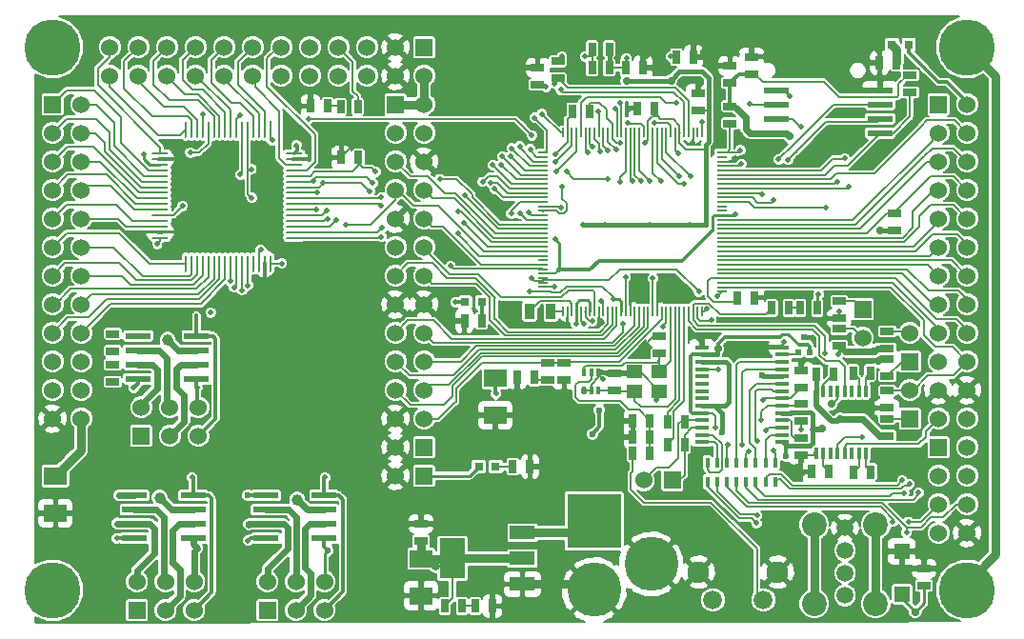
<source format=gtl>
G04 (created by PCBNEW-RS274X (2011-07-20 BZR 3052)-testing) date Wed 05 Oct 2011 06:02:34 PM COT*
G01*
G70*
G90*
%MOIN*%
G04 Gerber Fmt 3.4, Leading zero omitted, Abs format*
%FSLAX34Y34*%
G04 APERTURE LIST*
%ADD10C,0.006000*%
%ADD11R,0.086600X0.023600*%
%ADD12C,0.196900*%
%ADD13R,0.088000X0.048000*%
%ADD14R,0.088000X0.142000*%
%ADD15R,0.055100X0.055100*%
%ADD16R,0.015700X0.039300*%
%ADD17R,0.035000X0.008000*%
%ADD18R,0.008000X0.035000*%
%ADD19R,0.025000X0.045000*%
%ADD20R,0.045000X0.025000*%
%ADD21R,0.060000X0.060000*%
%ADD22C,0.060000*%
%ADD23C,0.066000*%
%ADD24C,0.076000*%
%ADD25R,0.080000X0.060000*%
%ADD26R,0.035000X0.055000*%
%ADD27R,0.050000X0.016000*%
%ADD28R,0.019600X0.023600*%
%ADD29C,0.086600*%
%ADD30C,0.059100*%
%ADD31R,0.015700X0.031400*%
%ADD32C,0.189000*%
%ADD33R,0.189000X0.189000*%
%ADD34R,0.013800X0.035400*%
%ADD35R,0.055100X0.047200*%
%ADD36R,0.031400X0.031400*%
%ADD37R,0.009800X0.060000*%
%ADD38O,0.009800X0.060000*%
%ADD39O,0.060000X0.009800*%
%ADD40C,0.019700*%
%ADD41C,0.023600*%
%ADD42C,0.039400*%
%ADD43C,0.027600*%
%ADD44C,0.005900*%
%ADD45C,0.007900*%
%ADD46C,0.011800*%
%ADD47C,0.023600*%
%ADD48C,0.011400*%
%ADD49C,0.015700*%
%ADD50C,0.031500*%
%ADD51C,0.019700*%
G04 APERTURE END LIST*
G54D10*
G54D11*
X63461Y-37510D03*
X63461Y-37010D03*
X63461Y-36510D03*
X63461Y-36010D03*
X59839Y-36010D03*
X59839Y-36510D03*
X59839Y-37010D03*
X59839Y-37510D03*
X39540Y-46107D03*
X39540Y-45607D03*
X39540Y-45107D03*
X39540Y-44607D03*
X37494Y-44607D03*
X37494Y-45107D03*
X37494Y-45607D03*
X37494Y-46107D03*
X44008Y-51691D03*
X44008Y-51191D03*
X44008Y-50691D03*
X44008Y-50191D03*
X41962Y-50191D03*
X41962Y-50691D03*
X41962Y-51191D03*
X41962Y-51691D03*
X39418Y-51687D03*
X39418Y-51187D03*
X39418Y-50687D03*
X39418Y-50187D03*
X37372Y-50187D03*
X37372Y-50687D03*
X37372Y-51187D03*
X37372Y-51687D03*
G54D12*
X66500Y-53500D03*
X34500Y-34500D03*
X34500Y-53500D03*
X66500Y-34499D03*
G54D13*
X50941Y-53294D03*
X50941Y-52394D03*
X50941Y-51494D03*
G54D14*
X48501Y-52394D03*
G54D15*
X64221Y-52146D03*
X64221Y-53642D03*
G54D16*
X62966Y-46557D03*
X62716Y-46557D03*
X62466Y-46557D03*
X62216Y-46557D03*
X61966Y-46557D03*
X61716Y-46557D03*
X61466Y-46557D03*
X61216Y-46557D03*
X61216Y-48721D03*
X61466Y-48721D03*
X61716Y-48721D03*
X61966Y-48721D03*
X62216Y-48721D03*
X62466Y-48721D03*
X62716Y-48721D03*
X62966Y-48721D03*
G54D17*
X57919Y-43054D03*
G54D18*
X57228Y-37495D03*
G54D17*
X51669Y-38186D03*
G54D18*
X52360Y-43745D03*
G54D17*
X57919Y-42897D03*
G54D18*
X57071Y-37495D03*
G54D17*
X51669Y-38343D03*
G54D18*
X52517Y-43745D03*
G54D17*
X57919Y-42740D03*
G54D18*
X56914Y-37495D03*
G54D17*
X51669Y-38500D03*
G54D18*
X52674Y-43745D03*
G54D17*
X57919Y-42583D03*
G54D18*
X56757Y-37495D03*
G54D17*
X51669Y-38657D03*
G54D18*
X52831Y-43745D03*
G54D17*
X57919Y-42426D03*
G54D18*
X56600Y-37495D03*
G54D17*
X51669Y-38814D03*
G54D18*
X52988Y-43745D03*
G54D17*
X57919Y-42269D03*
G54D18*
X56443Y-37495D03*
G54D17*
X51669Y-38971D03*
G54D18*
X53145Y-43745D03*
G54D17*
X57919Y-42112D03*
G54D18*
X56286Y-37495D03*
G54D17*
X51669Y-39128D03*
G54D18*
X53302Y-43745D03*
G54D17*
X57919Y-41955D03*
G54D18*
X56129Y-37495D03*
G54D17*
X51669Y-39285D03*
G54D18*
X53459Y-43745D03*
G54D17*
X57919Y-41798D03*
G54D18*
X55972Y-37495D03*
G54D17*
X51669Y-39442D03*
G54D18*
X53616Y-43745D03*
G54D17*
X57919Y-41641D03*
G54D18*
X55815Y-37495D03*
G54D17*
X51669Y-39599D03*
G54D18*
X53773Y-43745D03*
G54D17*
X57919Y-41484D03*
G54D18*
X55658Y-37495D03*
G54D17*
X51669Y-39756D03*
G54D18*
X53930Y-43745D03*
G54D17*
X57919Y-41327D03*
G54D18*
X55501Y-37495D03*
G54D17*
X51669Y-39913D03*
G54D18*
X54087Y-43745D03*
G54D17*
X57919Y-41170D03*
G54D18*
X55344Y-37495D03*
G54D17*
X51669Y-40070D03*
G54D18*
X54244Y-43745D03*
G54D17*
X57919Y-41013D03*
G54D18*
X55187Y-37495D03*
G54D17*
X51669Y-40227D03*
G54D18*
X54401Y-43745D03*
G54D17*
X57919Y-40856D03*
G54D18*
X55030Y-37495D03*
G54D17*
X51669Y-40384D03*
G54D18*
X54558Y-43745D03*
G54D17*
X57919Y-40699D03*
G54D18*
X54873Y-37495D03*
G54D17*
X51669Y-40541D03*
G54D18*
X54715Y-43745D03*
G54D17*
X57919Y-40542D03*
G54D18*
X54716Y-37495D03*
G54D17*
X51669Y-40698D03*
G54D18*
X54872Y-43745D03*
G54D17*
X57919Y-40385D03*
G54D18*
X54559Y-37495D03*
G54D17*
X51669Y-40855D03*
G54D18*
X55029Y-43745D03*
G54D17*
X57919Y-40228D03*
G54D18*
X54402Y-37495D03*
G54D17*
X51669Y-41012D03*
G54D18*
X55186Y-43745D03*
G54D17*
X57919Y-40071D03*
G54D18*
X54245Y-37495D03*
G54D17*
X51669Y-41169D03*
G54D18*
X55343Y-43745D03*
G54D17*
X57919Y-39914D03*
G54D18*
X54088Y-37495D03*
G54D17*
X51669Y-41326D03*
G54D18*
X55500Y-43745D03*
G54D17*
X57919Y-39757D03*
G54D18*
X53931Y-37495D03*
G54D17*
X51669Y-41483D03*
G54D18*
X55657Y-43745D03*
G54D17*
X57919Y-39600D03*
G54D18*
X53774Y-37495D03*
G54D17*
X51669Y-41640D03*
G54D18*
X55814Y-43745D03*
G54D17*
X57919Y-39443D03*
G54D18*
X53617Y-37495D03*
G54D17*
X51669Y-41797D03*
G54D18*
X55971Y-43745D03*
G54D17*
X57919Y-39286D03*
G54D18*
X53460Y-37495D03*
G54D17*
X51669Y-41954D03*
G54D18*
X56128Y-43745D03*
G54D17*
X57919Y-39129D03*
G54D18*
X53303Y-37495D03*
G54D17*
X51669Y-42111D03*
G54D18*
X56285Y-43745D03*
G54D17*
X57919Y-38972D03*
G54D18*
X53146Y-37495D03*
G54D17*
X51669Y-42268D03*
G54D18*
X56442Y-43745D03*
G54D17*
X57919Y-38815D03*
G54D18*
X52989Y-37495D03*
G54D17*
X51669Y-42425D03*
G54D18*
X56599Y-43745D03*
G54D17*
X57919Y-38658D03*
G54D18*
X52832Y-37495D03*
G54D17*
X51669Y-42582D03*
G54D18*
X56756Y-43745D03*
G54D17*
X57919Y-38501D03*
G54D18*
X52675Y-37495D03*
G54D17*
X51669Y-42739D03*
G54D18*
X56913Y-43745D03*
G54D17*
X57919Y-38344D03*
G54D18*
X52518Y-37495D03*
G54D17*
X51669Y-42896D03*
G54D18*
X57070Y-43745D03*
G54D17*
X57919Y-38187D03*
G54D18*
X52361Y-37495D03*
G54D17*
X51669Y-43053D03*
G54D18*
X57227Y-43745D03*
G54D19*
X62515Y-45898D03*
X63115Y-45898D03*
X61836Y-45934D03*
X61236Y-45934D03*
X63143Y-49367D03*
X62543Y-49367D03*
X61678Y-49358D03*
X61078Y-49358D03*
X52692Y-36752D03*
X53292Y-36752D03*
G54D20*
X64508Y-35487D03*
X64508Y-36087D03*
G54D19*
X48913Y-44075D03*
X49513Y-44075D03*
X64040Y-35039D03*
X63440Y-35039D03*
G54D20*
X58209Y-37170D03*
X58209Y-36570D03*
G54D19*
X51211Y-49181D03*
X50611Y-49181D03*
X60269Y-43622D03*
X59669Y-43622D03*
G54D21*
X65500Y-36500D03*
G54D22*
X66500Y-36500D03*
X65500Y-37500D03*
X66500Y-37500D03*
X65500Y-38500D03*
X66500Y-38500D03*
X65500Y-39500D03*
X66500Y-39500D03*
X65500Y-40500D03*
X66500Y-40500D03*
X65500Y-41500D03*
X66500Y-41500D03*
X65500Y-42500D03*
X66500Y-42500D03*
X65500Y-43500D03*
X66500Y-43500D03*
X65500Y-44500D03*
X66500Y-44500D03*
X65500Y-45500D03*
X66500Y-45500D03*
X65500Y-46500D03*
X66500Y-46500D03*
X65500Y-47500D03*
X66500Y-47500D03*
G54D23*
X57607Y-53847D03*
X59377Y-53847D03*
G54D24*
X57107Y-52867D03*
X59867Y-52867D03*
G54D25*
X50000Y-46082D03*
X50000Y-47382D03*
G54D26*
X51938Y-43752D03*
X51188Y-43752D03*
G54D20*
X52185Y-35595D03*
X52185Y-34995D03*
X51476Y-35812D03*
X51476Y-35212D03*
G54D19*
X53981Y-34567D03*
X53381Y-34567D03*
X53981Y-35217D03*
X53381Y-35217D03*
X54562Y-35217D03*
X55162Y-35217D03*
X56334Y-34843D03*
X56934Y-34843D03*
G54D20*
X58209Y-35153D03*
X58209Y-35753D03*
X57087Y-36698D03*
X57087Y-36098D03*
G54D19*
X55576Y-36634D03*
X54976Y-36634D03*
G54D20*
X58965Y-35434D03*
X58965Y-34834D03*
X62025Y-44361D03*
X62025Y-44961D03*
X63705Y-46530D03*
X63705Y-47130D03*
X62025Y-43993D03*
X62025Y-43393D03*
X63957Y-40910D03*
X63957Y-40310D03*
X63704Y-45417D03*
X63704Y-46017D03*
G54D19*
X55410Y-48717D03*
X54810Y-48717D03*
X55410Y-48146D03*
X54810Y-48146D03*
X55410Y-47571D03*
X54810Y-47571D03*
G54D20*
X52409Y-45550D03*
X52409Y-46150D03*
G54D19*
X51363Y-46055D03*
X50763Y-46055D03*
G54D20*
X51835Y-46150D03*
X51835Y-45550D03*
X54165Y-45909D03*
X54165Y-46509D03*
X55740Y-44625D03*
X55740Y-45225D03*
G54D21*
X65500Y-48500D03*
G54D22*
X66500Y-48500D03*
X65500Y-49500D03*
X66500Y-49500D03*
X65500Y-50500D03*
X66500Y-50500D03*
X65500Y-51500D03*
X66500Y-51500D03*
G54D21*
X64500Y-47500D03*
G54D22*
X64500Y-46500D03*
G54D21*
X64500Y-45500D03*
G54D22*
X64500Y-44500D03*
G54D21*
X47500Y-48500D03*
G54D22*
X46500Y-48500D03*
G54D21*
X47500Y-49500D03*
G54D22*
X46500Y-49500D03*
G54D21*
X62851Y-43673D03*
G54D22*
X62851Y-44673D03*
G54D20*
X63704Y-44452D03*
X63704Y-45052D03*
G54D19*
X58476Y-43264D03*
X59076Y-43264D03*
G54D20*
X63709Y-48098D03*
X63709Y-47498D03*
G54D19*
X61265Y-43622D03*
X60665Y-43622D03*
G54D27*
X60022Y-48327D03*
X60022Y-48077D03*
X60022Y-47817D03*
X60022Y-47557D03*
X60022Y-47307D03*
X60022Y-47047D03*
X60022Y-46787D03*
X60022Y-46537D03*
X60022Y-46277D03*
X60022Y-46027D03*
X60022Y-45767D03*
X60022Y-45507D03*
X60022Y-45257D03*
X60022Y-44997D03*
X57222Y-44997D03*
X57222Y-45257D03*
X57222Y-45497D03*
X57222Y-45767D03*
X57222Y-46027D03*
X57222Y-46277D03*
X57222Y-46537D03*
X57222Y-46787D03*
X57222Y-47047D03*
X57222Y-47307D03*
X57222Y-47557D03*
X57222Y-47817D03*
X57222Y-48077D03*
X57222Y-48327D03*
G54D20*
X60693Y-48784D03*
X60693Y-48184D03*
X60697Y-46430D03*
X60697Y-45830D03*
X60697Y-46980D03*
X60697Y-47580D03*
G54D21*
X46500Y-36500D03*
G54D22*
X47500Y-36500D03*
X46500Y-37500D03*
X47500Y-37500D03*
X46500Y-38500D03*
X47500Y-38500D03*
X46500Y-39500D03*
X47500Y-39500D03*
X46500Y-40500D03*
X47500Y-40500D03*
X46500Y-41500D03*
X47500Y-41500D03*
X46500Y-42500D03*
X47500Y-42500D03*
X46500Y-43500D03*
X47500Y-43500D03*
X46500Y-44500D03*
X47500Y-44500D03*
X46500Y-45500D03*
X47500Y-45500D03*
X46500Y-46500D03*
X47500Y-46500D03*
X46500Y-47500D03*
X47500Y-47500D03*
G54D20*
X64997Y-53351D03*
X64997Y-52751D03*
G54D28*
X60603Y-45168D03*
X60995Y-45168D03*
X60799Y-44658D03*
G54D29*
X61158Y-51221D03*
X63300Y-51221D03*
G54D30*
X62229Y-53689D03*
X62229Y-52902D03*
X62229Y-52114D03*
X62229Y-51327D03*
G54D29*
X63300Y-53976D03*
X61158Y-53976D03*
G54D31*
X53605Y-45887D03*
X53350Y-45887D03*
X53095Y-45887D03*
X53095Y-46515D03*
X53350Y-46515D03*
X53605Y-46515D03*
G54D32*
X53449Y-53492D03*
G54D33*
X53449Y-51092D03*
G54D32*
X55449Y-52592D03*
G54D34*
X57413Y-49713D03*
X57413Y-49044D03*
X57748Y-49044D03*
X57748Y-49713D03*
X59472Y-49713D03*
X59472Y-49044D03*
X59807Y-49044D03*
X59807Y-49713D03*
X58764Y-49720D03*
X58764Y-49051D03*
X59099Y-49051D03*
X59099Y-49720D03*
X58083Y-49713D03*
X58083Y-49044D03*
X58418Y-49044D03*
X58418Y-49713D03*
G54D35*
X55740Y-45862D03*
X54874Y-45862D03*
X54874Y-46531D03*
X55740Y-46531D03*
G54D21*
X56193Y-49654D03*
G54D22*
X55193Y-49654D03*
G54D36*
X49415Y-49181D03*
X50005Y-49181D03*
X64468Y-34409D03*
X63878Y-34409D03*
X48937Y-43425D03*
X49527Y-43425D03*
G54D25*
X34605Y-49513D03*
X34605Y-50813D03*
G54D19*
X49895Y-54063D03*
X49295Y-54063D03*
X48229Y-54063D03*
X48829Y-54063D03*
X45180Y-36588D03*
X44580Y-36588D03*
X43530Y-36563D03*
X44130Y-36563D03*
X44605Y-38363D03*
X45205Y-38363D03*
G54D37*
X42115Y-37381D03*
G54D38*
X41918Y-37381D03*
X41721Y-37381D03*
X41524Y-37381D03*
X41327Y-37381D03*
X41131Y-37381D03*
X40934Y-37381D03*
X40737Y-37381D03*
X40540Y-37381D03*
X40343Y-37381D03*
X40146Y-37381D03*
X39950Y-37381D03*
X39753Y-37381D03*
X39556Y-37381D03*
X39359Y-37381D03*
X39162Y-37381D03*
G54D39*
X38264Y-38216D03*
X38264Y-38413D03*
X38264Y-38610D03*
X38264Y-38807D03*
X38264Y-39004D03*
X38264Y-39200D03*
X38264Y-39397D03*
X38264Y-39594D03*
X38264Y-39791D03*
X38264Y-39988D03*
X38264Y-40185D03*
X38264Y-40381D03*
X38264Y-40578D03*
X38264Y-40775D03*
X38264Y-40972D03*
X38264Y-41169D03*
G54D38*
X39162Y-42067D03*
X39359Y-42067D03*
X39556Y-42067D03*
X39753Y-42067D03*
X39950Y-42067D03*
X40146Y-42067D03*
X40343Y-42067D03*
X40540Y-42067D03*
X40737Y-42067D03*
X40934Y-42067D03*
X41131Y-42067D03*
X41327Y-42067D03*
X41524Y-42067D03*
X41721Y-42067D03*
X41918Y-42067D03*
X42115Y-42067D03*
G54D39*
X42950Y-41169D03*
X42950Y-40972D03*
X42950Y-40578D03*
X42957Y-40775D03*
X42950Y-40381D03*
X42950Y-40185D03*
X42950Y-39988D03*
X42950Y-39791D03*
X42950Y-39594D03*
X42950Y-39397D03*
X42950Y-39203D03*
X42950Y-39006D03*
X42950Y-38809D03*
X42950Y-38612D03*
X42950Y-38416D03*
X42950Y-38219D03*
G54D25*
X47398Y-52397D03*
X47398Y-53697D03*
G54D20*
X47394Y-51788D03*
X47394Y-51188D03*
G54D21*
X34500Y-36500D03*
G54D22*
X35500Y-36500D03*
X34500Y-37500D03*
X35500Y-37500D03*
X34500Y-38500D03*
X35500Y-38500D03*
X34500Y-39500D03*
X35500Y-39500D03*
X34500Y-40500D03*
X35500Y-40500D03*
X34500Y-41500D03*
X35500Y-41500D03*
X34500Y-42500D03*
X35500Y-42500D03*
X34500Y-43500D03*
X35500Y-43500D03*
X34500Y-44500D03*
X35500Y-44500D03*
X34500Y-45500D03*
X35500Y-45500D03*
X34500Y-46500D03*
X35500Y-46500D03*
X34500Y-47500D03*
X35500Y-47500D03*
G54D21*
X47500Y-34500D03*
G54D22*
X47500Y-35500D03*
X46500Y-34500D03*
X46500Y-35500D03*
X45500Y-34500D03*
X45500Y-35500D03*
X44500Y-34500D03*
X44500Y-35500D03*
X43500Y-34500D03*
X43500Y-35500D03*
X42500Y-34500D03*
X42500Y-35500D03*
X41500Y-34500D03*
X41500Y-35500D03*
X40500Y-34500D03*
X40500Y-35500D03*
X39500Y-34500D03*
X39500Y-35500D03*
X38500Y-34500D03*
X38500Y-35500D03*
X37500Y-34500D03*
X37500Y-35500D03*
X36500Y-34500D03*
X36500Y-35500D03*
G54D20*
X36605Y-45138D03*
X36605Y-44538D03*
X36605Y-45613D03*
X36605Y-46213D03*
G54D21*
X37600Y-48109D03*
G54D22*
X37600Y-47109D03*
X38600Y-48109D03*
X38600Y-47109D03*
X39600Y-48109D03*
X39600Y-47109D03*
G54D21*
X42017Y-54204D03*
G54D22*
X42017Y-53204D03*
X43017Y-54204D03*
X43017Y-53204D03*
X44017Y-54204D03*
X44017Y-53204D03*
G54D21*
X37458Y-54201D03*
G54D22*
X37458Y-53201D03*
X38458Y-54201D03*
X38458Y-53201D03*
X39458Y-54201D03*
X39458Y-53201D03*
G54D19*
X56620Y-48406D03*
X56020Y-48406D03*
X56612Y-47602D03*
X56012Y-47602D03*
G54D40*
X50557Y-40328D03*
X49978Y-39462D03*
X51220Y-38071D03*
X51378Y-36969D03*
X49902Y-38622D03*
X50197Y-38602D03*
X50236Y-38327D03*
X50531Y-38307D03*
X50571Y-38031D03*
X50864Y-40325D03*
X52118Y-38850D03*
X52067Y-35768D03*
X56828Y-39014D03*
X56610Y-39270D03*
X54217Y-38083D03*
X53406Y-37976D03*
X56319Y-36457D03*
X55394Y-39177D03*
X55088Y-39183D03*
X54197Y-36650D03*
X53602Y-36752D03*
X56390Y-38205D03*
X55561Y-37145D03*
X52108Y-38521D03*
X59331Y-39646D03*
X59902Y-38425D03*
X48055Y-39113D03*
X45805Y-38863D03*
X39060Y-40051D03*
X39379Y-49555D03*
X44032Y-49555D03*
X40033Y-43785D03*
X39572Y-52031D03*
G54D41*
X44139Y-52118D03*
G54D40*
X39564Y-46400D03*
X43730Y-40188D03*
X44105Y-40213D03*
X43757Y-39594D03*
X44430Y-40538D03*
X44130Y-40513D03*
X41330Y-42838D03*
X41130Y-43013D03*
X40855Y-42913D03*
X40730Y-42688D03*
G54D42*
X38249Y-50275D03*
X43060Y-50334D03*
X38529Y-44743D03*
G54D40*
X45605Y-39563D03*
X57560Y-44043D03*
X43955Y-39263D03*
X57380Y-43663D03*
X45705Y-39263D03*
X43627Y-39196D03*
X46005Y-41138D03*
X48680Y-41013D03*
X48880Y-40638D03*
X46030Y-40813D03*
X46005Y-40063D03*
X48705Y-40263D03*
X41780Y-41588D03*
X44755Y-40713D03*
X39753Y-36850D03*
X36761Y-51165D03*
G54D41*
X41359Y-51197D03*
G54D40*
X57685Y-47827D03*
G54D43*
X57783Y-45051D03*
G54D40*
X58858Y-48634D03*
X59177Y-48287D03*
X58142Y-48421D03*
X58630Y-48429D03*
X59713Y-48630D03*
X59472Y-47921D03*
X64230Y-49663D03*
X64805Y-50088D03*
X64455Y-51113D03*
X63905Y-51113D03*
X64380Y-51488D03*
X64480Y-49788D03*
X64305Y-50113D03*
X59311Y-47535D03*
X59362Y-46831D03*
X61949Y-39213D03*
X51627Y-36836D03*
X49827Y-39240D03*
X49551Y-39213D03*
X50846Y-37972D03*
X51157Y-40264D03*
X52088Y-38242D03*
X52339Y-39366D03*
X51772Y-35886D03*
X52283Y-35984D03*
X52323Y-34823D03*
X53941Y-38106D03*
X53665Y-38154D03*
X53228Y-38181D03*
X56438Y-39025D03*
X55791Y-39193D03*
X54799Y-39193D03*
X54350Y-39230D03*
X54358Y-36441D03*
X54616Y-37136D03*
X52297Y-40116D03*
X46005Y-39763D03*
X48930Y-39688D03*
X59724Y-39862D03*
X60236Y-38445D03*
X60689Y-37283D03*
X62362Y-39370D03*
X43455Y-37013D03*
X41055Y-36888D03*
X58607Y-38590D03*
X53938Y-39110D03*
X51276Y-37583D03*
X52489Y-38858D03*
X62224Y-38386D03*
X58563Y-38110D03*
X60295Y-36201D03*
X61559Y-40106D03*
X58898Y-36476D03*
X57224Y-37126D03*
X54461Y-44165D03*
G54D43*
X61755Y-46988D03*
G54D40*
X61543Y-45220D03*
X46500Y-41500D03*
X48430Y-42163D03*
X62830Y-48163D03*
X55504Y-42591D03*
X37705Y-38238D03*
X47905Y-52663D03*
X42180Y-37763D03*
X43030Y-37938D03*
X42528Y-42066D03*
X38162Y-41385D03*
G54D43*
X63405Y-45488D03*
G54D40*
X43902Y-42066D03*
X41930Y-42588D03*
X45005Y-37963D03*
X58386Y-38394D03*
G54D41*
X52635Y-47894D03*
G54D40*
X39103Y-41330D03*
X43469Y-38417D03*
X60737Y-49457D03*
X48602Y-44075D03*
X56909Y-37854D03*
X57205Y-35787D03*
X55642Y-46858D03*
G54D43*
X63134Y-34370D03*
G54D40*
X52165Y-44185D03*
X54638Y-36717D03*
X60094Y-44807D03*
X61220Y-45492D03*
X59650Y-43146D03*
G54D43*
X57299Y-34677D03*
X51673Y-34587D03*
G54D40*
X54764Y-43339D03*
X53705Y-44091D03*
X53776Y-46126D03*
X55134Y-45031D03*
X55748Y-43350D03*
X56843Y-44488D03*
X62028Y-43736D03*
X61110Y-44705D03*
X60512Y-49169D03*
X60701Y-47878D03*
X63232Y-47134D03*
X55295Y-34803D03*
X58429Y-34358D03*
X54555Y-42563D03*
X53130Y-34823D03*
X59130Y-51163D03*
X57803Y-45768D03*
X59155Y-50888D03*
G54D43*
X64690Y-54264D03*
G54D40*
X41462Y-38779D03*
X41473Y-39775D03*
X41076Y-38956D03*
X36820Y-50189D03*
X36749Y-51689D03*
X39327Y-38185D03*
X37340Y-46428D03*
G54D41*
X41340Y-50193D03*
G54D40*
X41343Y-51764D03*
X53098Y-44185D03*
G54D41*
X53642Y-47209D03*
X53394Y-48035D03*
G54D40*
X53390Y-44091D03*
G54D41*
X57925Y-47988D03*
G54D40*
X54122Y-43327D03*
X51201Y-43051D03*
X51276Y-42594D03*
X57114Y-43051D03*
X57772Y-43209D03*
G54D43*
X63237Y-45161D03*
G54D40*
X48599Y-43425D03*
X50016Y-46630D03*
G54D43*
X60303Y-37630D03*
X61417Y-47858D03*
G54D41*
X59319Y-45992D03*
X60165Y-48803D03*
G54D43*
X62063Y-47508D03*
G54D40*
X61299Y-43161D03*
X61984Y-45252D03*
X52094Y-41228D03*
G54D43*
X63465Y-40902D03*
G54D40*
X58406Y-40335D03*
X52244Y-42283D03*
X52047Y-42874D03*
X54587Y-34882D03*
X56142Y-34823D03*
X53693Y-43378D03*
X53051Y-40701D03*
X53831Y-40701D03*
X55382Y-40705D03*
X57366Y-40705D03*
X56791Y-40705D03*
G54D43*
X56146Y-35669D03*
X54591Y-35685D03*
G54D40*
X54346Y-37846D03*
X55244Y-37846D03*
X52824Y-44189D03*
X55858Y-44268D03*
G54D44*
X50557Y-40207D02*
X50851Y-39913D01*
X51669Y-39913D02*
X50851Y-39913D01*
X50557Y-40328D02*
X50557Y-40207D01*
X50272Y-39756D02*
X49978Y-39462D01*
X50272Y-39756D02*
X51669Y-39756D01*
G54D45*
X51669Y-38343D02*
X51433Y-38343D01*
X51220Y-38130D02*
X51220Y-38071D01*
X51433Y-38343D02*
X51220Y-38130D01*
G54D44*
X51811Y-38110D02*
X51811Y-38150D01*
X51378Y-36969D02*
X51811Y-37402D01*
X51811Y-37402D02*
X51811Y-38110D01*
X51811Y-38150D02*
X51669Y-38186D01*
G54D45*
X50565Y-39285D02*
X49902Y-38622D01*
X50565Y-39285D02*
X51669Y-39285D01*
X50723Y-39128D02*
X50197Y-38602D01*
X50723Y-39128D02*
X51669Y-39128D01*
X50880Y-38971D02*
X50236Y-38327D01*
X50880Y-38971D02*
X51669Y-38971D01*
X51038Y-38814D02*
X50531Y-38307D01*
X51038Y-38814D02*
X51669Y-38814D01*
X51197Y-38657D02*
X50571Y-38031D01*
X51197Y-38657D02*
X51669Y-38657D01*
G54D44*
X51080Y-40541D02*
X50864Y-40325D01*
X51080Y-40541D02*
X51669Y-40541D01*
X52118Y-38850D02*
X52836Y-38132D01*
X52836Y-38132D02*
X52836Y-37495D01*
X52832Y-37495D02*
X52836Y-37495D01*
G54D45*
X56757Y-37495D02*
X56757Y-36383D01*
X52515Y-35925D02*
X52185Y-35595D01*
X56299Y-35925D02*
X52515Y-35925D01*
X56757Y-36383D02*
X56299Y-35925D01*
X52185Y-35650D02*
X52185Y-35595D01*
X52067Y-35768D02*
X52185Y-35650D01*
G54D44*
X56828Y-39014D02*
X55976Y-38166D01*
X55976Y-38166D02*
X55976Y-37495D01*
X55972Y-37495D02*
X55976Y-37495D01*
X56179Y-39065D02*
X56185Y-39065D01*
X55658Y-37495D02*
X55658Y-38544D01*
X55658Y-38544D02*
X56179Y-39065D01*
X56390Y-39270D02*
X56610Y-39270D01*
X56185Y-39065D02*
X56390Y-39270D01*
X53931Y-37495D02*
X53931Y-37797D01*
X53931Y-37797D02*
X54217Y-38083D01*
X53303Y-37495D02*
X53303Y-37873D01*
X53303Y-37873D02*
X53406Y-37976D01*
G54D45*
X52989Y-37495D02*
X52989Y-36696D01*
X56319Y-36457D02*
X56299Y-36437D01*
X56299Y-36437D02*
X55964Y-36437D01*
X55964Y-36437D02*
X55767Y-36240D01*
X55767Y-36240D02*
X53386Y-36240D01*
X53189Y-36240D02*
X53386Y-36240D01*
X52992Y-36437D02*
X53189Y-36240D01*
X52992Y-36693D02*
X52992Y-36437D01*
X52989Y-36696D02*
X52992Y-36693D01*
G54D44*
X55030Y-38813D02*
X55394Y-39177D01*
X55030Y-37495D02*
X55030Y-38747D01*
X55030Y-38747D02*
X55030Y-38813D01*
X54873Y-38879D02*
X54873Y-38968D01*
X54873Y-38968D02*
X55088Y-39183D01*
X54873Y-37495D02*
X54873Y-38879D01*
X55088Y-39183D02*
X55094Y-39189D01*
X54245Y-36698D02*
X54245Y-37495D01*
X54197Y-36650D02*
X54245Y-36698D01*
G54D45*
X53617Y-36767D02*
X53617Y-37495D01*
X53602Y-36752D02*
X53617Y-36767D01*
G54D44*
X56286Y-37495D02*
X56286Y-38101D01*
X56286Y-38101D02*
X56390Y-38205D01*
X56129Y-37495D02*
X56129Y-37262D01*
X56012Y-37145D02*
X55561Y-37145D01*
X56129Y-37262D02*
X56012Y-37145D01*
X52675Y-37954D02*
X52108Y-38521D01*
X52675Y-37954D02*
X52675Y-37495D01*
X61826Y-36500D02*
X63451Y-36500D01*
X61516Y-36811D02*
X61516Y-36810D01*
X61516Y-36810D02*
X61826Y-36500D01*
X60414Y-37913D02*
X61516Y-36811D01*
X63451Y-36500D02*
X63461Y-36510D01*
X59902Y-38425D02*
X60414Y-37913D01*
X60414Y-37913D02*
X60453Y-37874D01*
X57919Y-39600D02*
X59285Y-39600D01*
X59285Y-39600D02*
X59331Y-39646D01*
X45205Y-38363D02*
X45205Y-38638D01*
X43512Y-39006D02*
X42950Y-39006D01*
X43655Y-38863D02*
X43512Y-39006D01*
X44980Y-38863D02*
X43655Y-38863D01*
X45205Y-38638D02*
X44980Y-38863D01*
X45555Y-38713D02*
X45355Y-38713D01*
X50140Y-40698D02*
X49180Y-39738D01*
X49180Y-39738D02*
X49180Y-39663D01*
X49180Y-39663D02*
X48630Y-39113D01*
X48630Y-39113D02*
X48055Y-39113D01*
X45805Y-38863D02*
X45655Y-38713D01*
X45655Y-38713D02*
X45555Y-38713D01*
X51669Y-40698D02*
X50140Y-40698D01*
X45205Y-38563D02*
X45205Y-38363D01*
X45355Y-38713D02*
X45205Y-38563D01*
X38730Y-40381D02*
X38264Y-40381D01*
X39060Y-40051D02*
X38730Y-40381D01*
G54D46*
X39418Y-50187D02*
X39418Y-49594D01*
X39418Y-49594D02*
X39379Y-49555D01*
X39418Y-50187D02*
X39960Y-50187D01*
X39960Y-50187D02*
X40068Y-50295D01*
X40068Y-50295D02*
X40068Y-53591D01*
X40068Y-53591D02*
X39458Y-54201D01*
X44008Y-49579D02*
X44008Y-50191D01*
X44032Y-49555D02*
X44008Y-49579D01*
X44008Y-50191D02*
X44519Y-50191D01*
X44666Y-53555D02*
X44017Y-54204D01*
X44666Y-50338D02*
X44666Y-53555D01*
X44519Y-50191D02*
X44666Y-50338D01*
X39540Y-44607D02*
X40117Y-44607D01*
X40210Y-47499D02*
X39600Y-48109D01*
X40210Y-44700D02*
X40210Y-47499D01*
X40117Y-44607D02*
X40210Y-44700D01*
X39540Y-43892D02*
X39540Y-44607D01*
X40033Y-43785D02*
X40040Y-43792D01*
G54D47*
X39458Y-53201D02*
X39458Y-52145D01*
X39458Y-52145D02*
X39572Y-52031D01*
X39572Y-52031D02*
X39418Y-51877D01*
X39418Y-51877D02*
X39418Y-51687D01*
G54D48*
X44017Y-53204D02*
X44017Y-52240D01*
X44017Y-52240D02*
X44139Y-52118D01*
G54D46*
X44008Y-51691D02*
X44008Y-51987D01*
X44008Y-51987D02*
X44139Y-52118D01*
X39564Y-46400D02*
X39564Y-47073D01*
X39564Y-47073D02*
X39600Y-47109D01*
X39540Y-46376D02*
X39540Y-46107D01*
X39564Y-46400D02*
X39540Y-46376D01*
G54D45*
X38264Y-38807D02*
X37849Y-38807D01*
X34987Y-36013D02*
X34500Y-36500D01*
X35955Y-36013D02*
X34987Y-36013D01*
X36905Y-36963D02*
X35955Y-36013D01*
X36905Y-37863D02*
X36905Y-36963D01*
X37849Y-38807D02*
X36905Y-37863D01*
X35500Y-36500D02*
X36017Y-36500D01*
X37696Y-39004D02*
X38264Y-39004D01*
X36655Y-37963D02*
X37696Y-39004D01*
X36655Y-37138D02*
X36655Y-37963D01*
X36017Y-36500D02*
X36655Y-37138D01*
X39556Y-37381D02*
X39556Y-37039D01*
X37500Y-35683D02*
X37500Y-35500D01*
X38405Y-36588D02*
X37500Y-35683D01*
X39105Y-36588D02*
X38405Y-36588D01*
X39556Y-37039D02*
X39105Y-36588D01*
X39359Y-37381D02*
X39359Y-37042D01*
X37005Y-34995D02*
X37500Y-34500D01*
X37005Y-35938D02*
X37005Y-34995D01*
X37980Y-36913D02*
X37005Y-35938D01*
X39230Y-36913D02*
X37980Y-36913D01*
X39359Y-37042D02*
X39230Y-36913D01*
X40737Y-37381D02*
X40737Y-36695D01*
X39542Y-35500D02*
X39500Y-35500D01*
X40737Y-36695D02*
X39542Y-35500D01*
X40540Y-37381D02*
X40540Y-36773D01*
X39055Y-34945D02*
X39500Y-34500D01*
X39055Y-35638D02*
X39055Y-34945D01*
X39405Y-35988D02*
X39055Y-35638D01*
X39755Y-35988D02*
X39405Y-35988D01*
X40540Y-36773D02*
X39755Y-35988D01*
X40343Y-37381D02*
X40343Y-36901D01*
X39138Y-36138D02*
X38500Y-35500D01*
X39580Y-36138D02*
X39138Y-36138D01*
X40343Y-36901D02*
X39580Y-36138D01*
X40146Y-37381D02*
X40146Y-36929D01*
X38030Y-34970D02*
X38500Y-34500D01*
X38030Y-35813D02*
X38030Y-34970D01*
X38580Y-36363D02*
X38030Y-35813D01*
X39580Y-36363D02*
X38580Y-36363D01*
X40146Y-36929D02*
X39580Y-36363D01*
X38264Y-39594D02*
X37536Y-39594D01*
X35012Y-37988D02*
X34500Y-38500D01*
X35930Y-37988D02*
X35012Y-37988D01*
X37536Y-39594D02*
X35930Y-37988D01*
X38264Y-39791D02*
X37458Y-39791D01*
X36167Y-38500D02*
X35500Y-38500D01*
X37458Y-39791D02*
X36167Y-38500D01*
G54D44*
X45180Y-36588D02*
X45180Y-36213D01*
X45005Y-35005D02*
X44500Y-34500D01*
X45005Y-36038D02*
X45005Y-35005D01*
X45180Y-36213D02*
X45005Y-36038D01*
X42950Y-40185D02*
X43727Y-40185D01*
X43727Y-40185D02*
X43730Y-40188D01*
G54D45*
X39162Y-42067D02*
X37884Y-42067D01*
X34987Y-41013D02*
X34500Y-41500D01*
X36830Y-41013D02*
X34987Y-41013D01*
X37884Y-42067D02*
X36830Y-41013D01*
G54D44*
X44063Y-40245D02*
X44073Y-40245D01*
X44073Y-40245D02*
X44105Y-40213D01*
X42950Y-40381D02*
X43927Y-40381D01*
X43927Y-40381D02*
X44063Y-40245D01*
X44063Y-40245D02*
X44072Y-40236D01*
X42950Y-39594D02*
X43757Y-39594D01*
G54D45*
X36500Y-35500D02*
X36500Y-35883D01*
X38955Y-37588D02*
X39162Y-37381D01*
X38205Y-37588D02*
X38955Y-37588D01*
X36500Y-35883D02*
X38205Y-37588D01*
X39950Y-42067D02*
X39950Y-42543D01*
X34593Y-43500D02*
X34500Y-43500D01*
X35130Y-42963D02*
X34593Y-43500D01*
X36730Y-42963D02*
X35130Y-42963D01*
X39530Y-42963D02*
X36730Y-42963D01*
X39950Y-42543D02*
X39530Y-42963D01*
X40146Y-42067D02*
X40146Y-42597D01*
X35862Y-43138D02*
X35500Y-43500D01*
X39605Y-43138D02*
X35862Y-43138D01*
X40146Y-42597D02*
X39605Y-43138D01*
X35755Y-43963D02*
X35037Y-43963D01*
X40343Y-42600D02*
X39630Y-43313D01*
X39630Y-43313D02*
X36405Y-43313D01*
X36405Y-43313D02*
X35755Y-43963D01*
X40343Y-42067D02*
X40343Y-42600D01*
X35037Y-43963D02*
X34500Y-44500D01*
X40540Y-42067D02*
X40540Y-42628D01*
X36512Y-43488D02*
X35500Y-44500D01*
X39680Y-43488D02*
X36512Y-43488D01*
X40540Y-42628D02*
X39680Y-43488D01*
X42500Y-34500D02*
X42393Y-34500D01*
X43384Y-38809D02*
X42950Y-38809D01*
X43680Y-38513D02*
X43384Y-38809D01*
X43680Y-37563D02*
X43680Y-38513D01*
X42005Y-35888D02*
X43680Y-37563D01*
X42005Y-34888D02*
X42005Y-35888D01*
X42393Y-34500D02*
X42005Y-34888D01*
X41500Y-35500D02*
X41517Y-35500D01*
X42654Y-38612D02*
X42950Y-38612D01*
X42430Y-38388D02*
X42654Y-38612D01*
X42430Y-36738D02*
X42430Y-38388D01*
X41580Y-35888D02*
X42430Y-36738D01*
X41580Y-35563D02*
X41580Y-35888D01*
X41517Y-35500D02*
X41580Y-35563D01*
X38264Y-40578D02*
X37295Y-40578D01*
X34987Y-40013D02*
X34500Y-40500D01*
X36730Y-40013D02*
X34987Y-40013D01*
X37295Y-40578D02*
X36730Y-40013D01*
X38264Y-40775D02*
X37067Y-40775D01*
X36792Y-40500D02*
X35500Y-40500D01*
X37067Y-40775D02*
X36792Y-40500D01*
X38264Y-38216D02*
X38264Y-37997D01*
X36500Y-34843D02*
X36500Y-34500D01*
X36080Y-35263D02*
X36500Y-34843D01*
X36080Y-35813D02*
X36080Y-35263D01*
X38264Y-37997D02*
X36080Y-35813D01*
G54D44*
X44193Y-40775D02*
X42957Y-40775D01*
X44430Y-40538D02*
X44193Y-40775D01*
X42957Y-40775D02*
X44092Y-40775D01*
X44080Y-40500D02*
X44117Y-40500D01*
X44002Y-40578D02*
X44080Y-40500D01*
X42950Y-40578D02*
X44002Y-40578D01*
X44117Y-40500D02*
X44130Y-40513D01*
G54D45*
X39753Y-42067D02*
X39753Y-42490D01*
X36917Y-42500D02*
X35500Y-42500D01*
X37230Y-42813D02*
X36917Y-42500D01*
X39430Y-42813D02*
X37230Y-42813D01*
X39753Y-42490D02*
X39430Y-42813D01*
X39556Y-42067D02*
X39556Y-42462D01*
X34937Y-42063D02*
X34500Y-42500D01*
X36830Y-42063D02*
X34937Y-42063D01*
X37430Y-42663D02*
X36830Y-42063D01*
X39355Y-42663D02*
X37430Y-42663D01*
X39556Y-42462D02*
X39355Y-42663D01*
X39359Y-42067D02*
X39359Y-42434D01*
X36642Y-41500D02*
X35500Y-41500D01*
X37655Y-42513D02*
X36642Y-41500D01*
X39280Y-42513D02*
X37655Y-42513D01*
X39359Y-42434D02*
X39280Y-42513D01*
X41918Y-37381D02*
X41918Y-36751D01*
X40980Y-35020D02*
X41500Y-34500D01*
X40980Y-35813D02*
X40980Y-35020D01*
X41918Y-36751D02*
X40980Y-35813D01*
X41327Y-42067D02*
X41327Y-42835D01*
X41327Y-42835D02*
X41330Y-42838D01*
X41131Y-42067D02*
X41131Y-43012D01*
X41131Y-43012D02*
X41130Y-43013D01*
X40934Y-42067D02*
X40934Y-42834D01*
X40934Y-42834D02*
X40855Y-42913D01*
X40737Y-42067D02*
X40737Y-42681D01*
X40737Y-42681D02*
X40730Y-42688D01*
X41721Y-37381D02*
X41721Y-36829D01*
X40500Y-35608D02*
X40500Y-35500D01*
X41721Y-36829D02*
X40500Y-35608D01*
X41524Y-37381D02*
X41524Y-36907D01*
X40055Y-34945D02*
X40500Y-34500D01*
X40055Y-35738D02*
X40055Y-34945D01*
X40755Y-36438D02*
X40055Y-35738D01*
X41055Y-36438D02*
X40755Y-36438D01*
X41524Y-36907D02*
X41055Y-36438D01*
X38264Y-39200D02*
X37617Y-39200D01*
X34987Y-37013D02*
X34500Y-37500D01*
X36030Y-37013D02*
X34987Y-37013D01*
X36505Y-37488D02*
X36030Y-37013D01*
X36505Y-38088D02*
X36505Y-37488D01*
X37617Y-39200D02*
X36505Y-38088D01*
X35500Y-37500D02*
X35992Y-37500D01*
X37589Y-39397D02*
X38264Y-39397D01*
X36330Y-38138D02*
X37589Y-39397D01*
X36330Y-37838D02*
X36330Y-38138D01*
X35992Y-37500D02*
X36330Y-37838D01*
X38264Y-39988D02*
X37405Y-39988D01*
X35037Y-38963D02*
X34500Y-39500D01*
X36380Y-38963D02*
X35037Y-38963D01*
X37405Y-39988D02*
X36380Y-38963D01*
X38264Y-40185D02*
X37352Y-40185D01*
X35637Y-39363D02*
X35500Y-39500D01*
X36530Y-39363D02*
X35637Y-39363D01*
X37352Y-40185D02*
X36530Y-39363D01*
G54D47*
X38661Y-50687D02*
X39418Y-50687D01*
X38249Y-50275D02*
X38661Y-50687D01*
X43417Y-50691D02*
X44008Y-50691D01*
X43060Y-50334D02*
X43417Y-50691D01*
X38893Y-45107D02*
X39540Y-45107D01*
X38529Y-44743D02*
X38893Y-45107D01*
G54D44*
X45305Y-39263D02*
X43955Y-39263D01*
X45605Y-39563D02*
X45305Y-39263D01*
X57155Y-44079D02*
X57154Y-44079D01*
X57154Y-44079D02*
X57070Y-43995D01*
X57070Y-43745D02*
X57070Y-43995D01*
X57524Y-44079D02*
X57560Y-44043D01*
X57155Y-44079D02*
X57524Y-44079D01*
X43821Y-39397D02*
X42950Y-39397D01*
X43955Y-39263D02*
X43821Y-39397D01*
X43627Y-39196D02*
X43627Y-39166D01*
X57298Y-43745D02*
X57227Y-43745D01*
X57380Y-43663D02*
X57298Y-43745D01*
X45505Y-39063D02*
X45705Y-39263D01*
X43730Y-39063D02*
X45505Y-39063D01*
X43627Y-39166D02*
X43730Y-39063D01*
X42950Y-39203D02*
X43620Y-39203D01*
X43620Y-39203D02*
X43627Y-39196D01*
X51669Y-41797D02*
X49414Y-41797D01*
X45974Y-41169D02*
X42950Y-41169D01*
X46005Y-41138D02*
X45974Y-41169D01*
X48680Y-41063D02*
X48680Y-41013D01*
X49414Y-41797D02*
X48680Y-41063D01*
X42950Y-40972D02*
X45871Y-40972D01*
X49725Y-41483D02*
X51669Y-41483D01*
X48880Y-40638D02*
X49725Y-41483D01*
X45871Y-40972D02*
X46030Y-40813D01*
X42950Y-39988D02*
X45930Y-39988D01*
X46005Y-40063D02*
X45930Y-39988D01*
X48805Y-40263D02*
X48705Y-40263D01*
X49868Y-41326D02*
X48805Y-40263D01*
X49868Y-41326D02*
X51669Y-41326D01*
X41721Y-42067D02*
X41721Y-41647D01*
X41721Y-41647D02*
X41780Y-41588D01*
X46500Y-39500D02*
X46500Y-39843D01*
X45630Y-40713D02*
X44755Y-40713D01*
X46500Y-39843D02*
X45630Y-40713D01*
X46500Y-39500D02*
X46592Y-39500D01*
X49607Y-41640D02*
X51669Y-41640D01*
X48005Y-40038D02*
X49607Y-41640D01*
X47130Y-40038D02*
X48005Y-40038D01*
X46592Y-39500D02*
X47130Y-40038D01*
G54D47*
X39418Y-51187D02*
X38920Y-51187D01*
X38920Y-51187D02*
X38706Y-51401D01*
X38706Y-51401D02*
X38706Y-52544D01*
X38706Y-52544D02*
X38950Y-52788D01*
X38950Y-52788D02*
X38950Y-53709D01*
X38950Y-53709D02*
X38458Y-54201D01*
X37372Y-50687D02*
X38133Y-50687D01*
X38133Y-50687D02*
X38383Y-50937D01*
X38383Y-50937D02*
X38383Y-53126D01*
X38383Y-53126D02*
X38458Y-53201D01*
X44008Y-51191D02*
X43487Y-51191D01*
X43536Y-53685D02*
X43017Y-54204D01*
X43536Y-52901D02*
X43536Y-53685D01*
X43336Y-52701D02*
X43536Y-52901D01*
X43336Y-51342D02*
X43336Y-52701D01*
X43487Y-51191D02*
X43336Y-51342D01*
X41962Y-50691D02*
X42763Y-50691D01*
X43014Y-53201D02*
X43017Y-53204D01*
X43014Y-50942D02*
X43014Y-53201D01*
X42763Y-50691D02*
X43014Y-50942D01*
X39540Y-45607D02*
X38988Y-45607D01*
X39111Y-47598D02*
X38600Y-48109D01*
X39111Y-46695D02*
X39111Y-47598D01*
X38832Y-46416D02*
X39111Y-46695D01*
X38832Y-45763D02*
X38832Y-46416D01*
X38988Y-45607D02*
X38832Y-45763D01*
X37494Y-45107D02*
X38228Y-45107D01*
X38493Y-47002D02*
X38600Y-47109D01*
X38493Y-45372D02*
X38493Y-47002D01*
X38228Y-45107D02*
X38493Y-45372D01*
G54D45*
X39753Y-37381D02*
X39753Y-36850D01*
G54D47*
X36761Y-51165D02*
X36783Y-51187D01*
X36783Y-51187D02*
X37372Y-51187D01*
X37372Y-51187D02*
X37904Y-51187D01*
X37904Y-51187D02*
X38048Y-51331D01*
X38048Y-51331D02*
X38048Y-52221D01*
X38048Y-52221D02*
X37458Y-52811D01*
X37458Y-52811D02*
X37458Y-53201D01*
X41365Y-51191D02*
X41962Y-51191D01*
X41359Y-51197D02*
X41365Y-51191D01*
X41962Y-51191D02*
X42586Y-51191D01*
X42017Y-52763D02*
X42017Y-53204D01*
X42717Y-52063D02*
X42017Y-52763D01*
X42717Y-51322D02*
X42717Y-52063D01*
X42586Y-51191D02*
X42717Y-51322D01*
X37494Y-45607D02*
X38003Y-45607D01*
X38003Y-45607D02*
X38174Y-45778D01*
X38174Y-45778D02*
X38174Y-46440D01*
X38174Y-46440D02*
X37600Y-47014D01*
X37600Y-47014D02*
X37600Y-47109D01*
G54D45*
X57685Y-47827D02*
X57697Y-47815D01*
X57697Y-47815D02*
X57697Y-47410D01*
X57697Y-47410D02*
X57594Y-47307D01*
X57222Y-47307D02*
X57594Y-47307D01*
G54D46*
X60995Y-45168D02*
X60995Y-44971D01*
X57783Y-44895D02*
X57783Y-45051D01*
X58040Y-44638D02*
X57783Y-44895D01*
X59914Y-44638D02*
X58040Y-44638D01*
G54D48*
X60021Y-44531D02*
X59914Y-44638D01*
X60231Y-44531D02*
X60021Y-44531D01*
X60617Y-44917D02*
X60231Y-44531D01*
G54D46*
X60941Y-44917D02*
X60617Y-44917D01*
X60995Y-44971D02*
X60941Y-44917D01*
G54D49*
X57747Y-45257D02*
X57222Y-45257D01*
X57768Y-45236D02*
X57747Y-45257D01*
X57768Y-45066D02*
X57768Y-45236D01*
G54D46*
X57783Y-45051D02*
X57768Y-45066D01*
X57222Y-45257D02*
X56889Y-45257D01*
X56902Y-47307D02*
X57222Y-47307D01*
X56843Y-47248D02*
X56902Y-47307D01*
X56843Y-45303D02*
X56843Y-47248D01*
X56889Y-45257D02*
X56843Y-45303D01*
G54D44*
X57222Y-48077D02*
X57596Y-48077D01*
X57413Y-49282D02*
X57413Y-49044D01*
X57509Y-49378D02*
X57413Y-49282D01*
X57827Y-49378D02*
X57509Y-49378D01*
X57914Y-49291D02*
X57827Y-49378D01*
X57914Y-48395D02*
X57914Y-49291D01*
X57596Y-48077D02*
X57914Y-48395D01*
X59472Y-48237D02*
X59472Y-49044D01*
X59632Y-48077D02*
X59472Y-48237D01*
X60022Y-48077D02*
X59632Y-48077D01*
G54D45*
X59110Y-48224D02*
X59114Y-48224D01*
G54D44*
X59719Y-46537D02*
X59678Y-46496D01*
X59678Y-46496D02*
X59156Y-46496D01*
X59156Y-46496D02*
X59110Y-46542D01*
X59110Y-46542D02*
X59110Y-48224D01*
X58858Y-48634D02*
X58764Y-48728D01*
X58764Y-49051D02*
X58764Y-48728D01*
X59719Y-46537D02*
X60022Y-46537D01*
G54D45*
X59114Y-48224D02*
X59177Y-48287D01*
G54D44*
X60022Y-45767D02*
X58757Y-45767D01*
X58083Y-48480D02*
X58083Y-49044D01*
X58142Y-48421D02*
X58083Y-48480D01*
X58630Y-45894D02*
X58630Y-48429D01*
X58757Y-45767D02*
X58630Y-45894D01*
X57222Y-48327D02*
X57674Y-48327D01*
X57748Y-48401D02*
X57748Y-49044D01*
X57674Y-48327D02*
X57748Y-48401D01*
X59807Y-49044D02*
X59807Y-48724D01*
X59807Y-48724D02*
X59713Y-48630D01*
X59576Y-47817D02*
X60022Y-47817D01*
X59472Y-47921D02*
X59576Y-47817D01*
X60022Y-46277D02*
X59631Y-46277D01*
X59099Y-48536D02*
X59099Y-49051D01*
X58909Y-48346D02*
X59099Y-48536D01*
X58909Y-46505D02*
X58909Y-48346D01*
X59138Y-46276D02*
X58909Y-46505D01*
X59630Y-46276D02*
X59138Y-46276D01*
X59631Y-46277D02*
X59630Y-46276D01*
X60022Y-45507D02*
X58537Y-45507D01*
X58418Y-45626D02*
X58418Y-49044D01*
X58537Y-45507D02*
X58418Y-45626D01*
X59472Y-49713D02*
X59472Y-49546D01*
X64055Y-49838D02*
X64230Y-49663D01*
X60380Y-49838D02*
X64055Y-49838D01*
X60280Y-49738D02*
X60380Y-49838D01*
X59980Y-49438D02*
X60280Y-49738D01*
X59580Y-49438D02*
X59980Y-49438D01*
X59472Y-49546D02*
X59580Y-49438D01*
X63755Y-50338D02*
X64630Y-50338D01*
X58764Y-49899D02*
X59205Y-50340D01*
X59205Y-50340D02*
X63753Y-50340D01*
X63753Y-50340D02*
X63755Y-50338D01*
X58764Y-49720D02*
X58764Y-49899D01*
X64805Y-50163D02*
X64805Y-50088D01*
X64630Y-50338D02*
X64805Y-50163D01*
X65500Y-50500D02*
X65500Y-50518D01*
X64905Y-51113D02*
X64455Y-51113D01*
X65500Y-50518D02*
X64905Y-51113D01*
X63930Y-51038D02*
X63930Y-51088D01*
X58083Y-49866D02*
X58466Y-50249D01*
X58466Y-50249D02*
X58805Y-50588D01*
X58805Y-50588D02*
X58980Y-50588D01*
X58980Y-50588D02*
X58984Y-50584D01*
X58984Y-50584D02*
X63205Y-50584D01*
X63205Y-50584D02*
X63480Y-50584D01*
X63480Y-50584D02*
X63930Y-51034D01*
X63930Y-51034D02*
X63930Y-51038D01*
X58083Y-49713D02*
X58083Y-49866D01*
X63930Y-51088D02*
X63905Y-51113D01*
X64380Y-51313D02*
X64880Y-51313D01*
X66118Y-50500D02*
X66500Y-50500D01*
X65655Y-50963D02*
X66118Y-50500D01*
X65230Y-50963D02*
X65655Y-50963D01*
X64880Y-51313D02*
X65230Y-50963D01*
X64380Y-51488D02*
X64380Y-51313D01*
X58418Y-50026D02*
X58418Y-49713D01*
X58855Y-50463D02*
X58418Y-50026D01*
X63530Y-50463D02*
X58855Y-50463D01*
X64380Y-51313D02*
X63530Y-50463D01*
X59907Y-49613D02*
X59807Y-49713D01*
X59955Y-49613D02*
X59907Y-49613D01*
X60301Y-49959D02*
X59955Y-49613D01*
X64182Y-49959D02*
X60301Y-49959D01*
X64303Y-49838D02*
X64182Y-49959D01*
X64430Y-49838D02*
X64303Y-49838D01*
X64480Y-49788D02*
X64430Y-49838D01*
X59807Y-49713D02*
X59807Y-49835D01*
X63680Y-50213D02*
X63780Y-50213D01*
X59099Y-49882D02*
X59430Y-50213D01*
X59430Y-50213D02*
X63680Y-50213D01*
X59099Y-49720D02*
X59099Y-49882D01*
X63880Y-50113D02*
X64305Y-50113D01*
X63780Y-50213D02*
X63880Y-50113D01*
G54D45*
X60022Y-47047D02*
X60630Y-47047D01*
X60630Y-47047D02*
X60697Y-46980D01*
G54D44*
X60022Y-47047D02*
X59512Y-47047D01*
X59311Y-47248D02*
X59311Y-47535D01*
X59512Y-47047D02*
X59311Y-47248D01*
G54D45*
X60022Y-46787D02*
X60340Y-46787D01*
X60340Y-46787D02*
X60697Y-46430D01*
G54D44*
X60022Y-46787D02*
X59406Y-46787D01*
X59406Y-46787D02*
X59362Y-46831D01*
X57919Y-39286D02*
X61876Y-39286D01*
X61876Y-39286D02*
X61949Y-39213D01*
X61929Y-39213D02*
X61949Y-39213D01*
X61856Y-39286D02*
X61929Y-39213D01*
X57919Y-39290D02*
X57919Y-39286D01*
X52286Y-37495D02*
X51627Y-36836D01*
X52361Y-37495D02*
X52286Y-37495D01*
X50434Y-39599D02*
X50075Y-39240D01*
X50075Y-39240D02*
X49827Y-39240D01*
X50434Y-39599D02*
X51669Y-39599D01*
X50493Y-39442D02*
X50059Y-39008D01*
X50059Y-39008D02*
X49756Y-39008D01*
X49756Y-39008D02*
X49551Y-39213D01*
X51669Y-39442D02*
X50493Y-39442D01*
G54D45*
X51334Y-38500D02*
X51669Y-38500D01*
X51334Y-38500D02*
X50846Y-38012D01*
X50846Y-37972D02*
X50846Y-38012D01*
G54D44*
X51669Y-40384D02*
X51277Y-40384D01*
X51277Y-40384D02*
X51157Y-40264D01*
G54D45*
X52692Y-36752D02*
X52692Y-36855D01*
X52518Y-37029D02*
X52518Y-37495D01*
X52692Y-36855D02*
X52518Y-37029D01*
G54D44*
X52088Y-38242D02*
X52518Y-37812D01*
X52518Y-37812D02*
X52518Y-37495D01*
X52339Y-39366D02*
X52339Y-39803D01*
X52136Y-40227D02*
X51669Y-40227D01*
X52216Y-40307D02*
X52136Y-40227D01*
X52394Y-40307D02*
X52216Y-40307D01*
X52492Y-40209D02*
X52394Y-40307D01*
X52492Y-39956D02*
X52492Y-40209D01*
X52339Y-39803D02*
X52492Y-39956D01*
X51698Y-35812D02*
X51476Y-35812D01*
X51772Y-35886D02*
X51698Y-35812D01*
X51669Y-40231D02*
X51669Y-40227D01*
G54D45*
X56600Y-37495D02*
X56600Y-36423D01*
X52365Y-36066D02*
X52283Y-35984D01*
X56243Y-36066D02*
X52365Y-36066D01*
X56600Y-36423D02*
X56243Y-36066D01*
G54D44*
X52185Y-34995D02*
X52185Y-34961D01*
X52185Y-34961D02*
X52323Y-34823D01*
X53774Y-37947D02*
X53933Y-38106D01*
X53933Y-38106D02*
X53941Y-38106D01*
X53774Y-37495D02*
X53774Y-37947D01*
X53770Y-37493D02*
X53774Y-37495D01*
X53460Y-37719D02*
X53618Y-37877D01*
X53618Y-37877D02*
X53618Y-38107D01*
X53618Y-38107D02*
X53665Y-38154D01*
X53460Y-37495D02*
X53460Y-37719D01*
X53146Y-37495D02*
X53146Y-38099D01*
X53146Y-38099D02*
X53228Y-38181D01*
X56238Y-38821D02*
X56238Y-38825D01*
X56238Y-38821D02*
X55815Y-38398D01*
X55815Y-38398D02*
X55815Y-37495D01*
X56238Y-38825D02*
X56438Y-39025D01*
X55504Y-38906D02*
X55791Y-39193D01*
X55501Y-37495D02*
X55501Y-38906D01*
X55501Y-38906D02*
X55504Y-38906D01*
X54716Y-39020D02*
X54716Y-39110D01*
X54716Y-39110D02*
X54799Y-39193D01*
X54716Y-37495D02*
X54716Y-39020D01*
X54716Y-39020D02*
X54716Y-39023D01*
X54354Y-39056D02*
X54354Y-39226D01*
X54559Y-37495D02*
X54559Y-38851D01*
X54354Y-39056D02*
X54559Y-38851D01*
X54354Y-39226D02*
X54350Y-39230D01*
X54402Y-36485D02*
X54402Y-37495D01*
X54358Y-36441D02*
X54402Y-36485D01*
X55187Y-37274D02*
X55191Y-37274D01*
X55092Y-37175D02*
X55191Y-37274D01*
X54655Y-37175D02*
X55092Y-37175D01*
X54616Y-37136D02*
X54655Y-37175D01*
X55187Y-37495D02*
X55187Y-37274D01*
X55187Y-37274D02*
X55187Y-37274D01*
X55183Y-37495D02*
X55187Y-37495D01*
X51669Y-40070D02*
X52251Y-40070D01*
X52251Y-40070D02*
X52297Y-40116D01*
X51669Y-40855D02*
X50097Y-40855D01*
X45977Y-39791D02*
X44955Y-39791D01*
X46005Y-39763D02*
X45977Y-39791D01*
X50097Y-40855D02*
X48930Y-39688D01*
X44961Y-39791D02*
X44955Y-39791D01*
X44955Y-39791D02*
X42950Y-39791D01*
X61575Y-37106D02*
X63365Y-37106D01*
X61437Y-37244D02*
X61575Y-37106D01*
X60463Y-38218D02*
X61437Y-37244D01*
X63365Y-37106D02*
X63461Y-37010D01*
G54D45*
X57919Y-39757D02*
X58989Y-39757D01*
X59645Y-39941D02*
X59724Y-39862D01*
X59173Y-39941D02*
X59645Y-39941D01*
X58989Y-39757D02*
X59173Y-39941D01*
G54D44*
X60463Y-38218D02*
X60236Y-38445D01*
X60463Y-38218D02*
X60512Y-38169D01*
X57919Y-39761D02*
X57919Y-39757D01*
X59841Y-37008D02*
X59839Y-37010D01*
X60669Y-37283D02*
X60689Y-37283D01*
X60394Y-37008D02*
X60669Y-37283D01*
X60394Y-37008D02*
X59841Y-37008D01*
X62350Y-39443D02*
X62350Y-39382D01*
X62350Y-39382D02*
X62362Y-39370D01*
G54D45*
X62350Y-39443D02*
X57919Y-39443D01*
X62356Y-39449D02*
X62350Y-39443D01*
G54D44*
X62330Y-38642D02*
X62330Y-38641D01*
X61540Y-38972D02*
X61870Y-38642D01*
X61870Y-38642D02*
X62330Y-38642D01*
X57919Y-38972D02*
X61540Y-38972D01*
X62330Y-38641D02*
X63461Y-37510D01*
X63929Y-37508D02*
X63463Y-37508D01*
X63929Y-37508D02*
X64508Y-36929D01*
X64508Y-36087D02*
X64508Y-36929D01*
X63463Y-37508D02*
X63461Y-37510D01*
X65930Y-37063D02*
X66063Y-37063D01*
X64901Y-37267D02*
X65105Y-37063D01*
X65105Y-37063D02*
X65930Y-37063D01*
X64901Y-37284D02*
X64901Y-37267D01*
X66063Y-37063D02*
X66500Y-37500D01*
X57919Y-39129D02*
X61717Y-39129D01*
X64902Y-37283D02*
X64901Y-37284D01*
X64901Y-37284D02*
X63268Y-38917D01*
X63268Y-38917D02*
X62008Y-38917D01*
X61929Y-38917D02*
X62008Y-38917D01*
X61717Y-39129D02*
X61929Y-38917D01*
X40934Y-37381D02*
X40934Y-37009D01*
X43455Y-37013D02*
X44755Y-37013D01*
X40934Y-37009D02*
X41055Y-36888D01*
X51031Y-37338D02*
X51030Y-37338D01*
X50705Y-37013D02*
X44755Y-37013D01*
X44755Y-37013D02*
X44580Y-37013D01*
X51030Y-37338D02*
X50705Y-37013D01*
X53938Y-39110D02*
X52741Y-39110D01*
X58539Y-38658D02*
X58607Y-38590D01*
X57919Y-38658D02*
X58539Y-38658D01*
X51276Y-37583D02*
X51031Y-37338D01*
X51031Y-37338D02*
X51028Y-37335D01*
X52741Y-39110D02*
X52489Y-38858D01*
X57919Y-38815D02*
X61382Y-38815D01*
X61382Y-38815D02*
X61791Y-38406D01*
X61791Y-38406D02*
X62204Y-38406D01*
X62204Y-38406D02*
X62224Y-38386D01*
G54D46*
X66500Y-36500D02*
X66500Y-36408D01*
X64468Y-34676D02*
X64468Y-34409D01*
X65505Y-35713D02*
X64468Y-34676D01*
X65805Y-35713D02*
X65505Y-35713D01*
X66500Y-36408D02*
X65805Y-35713D01*
G54D44*
X58486Y-38187D02*
X58563Y-38110D01*
X58113Y-38187D02*
X58486Y-38187D01*
X58209Y-37170D02*
X58209Y-38091D01*
X58209Y-38091D02*
X58113Y-38187D01*
X57919Y-38187D02*
X58113Y-38187D01*
X59839Y-36010D02*
X60104Y-36010D01*
X60104Y-36010D02*
X60295Y-36201D01*
X57919Y-39914D02*
X58878Y-39914D01*
X61555Y-40102D02*
X61559Y-40106D01*
X59066Y-40102D02*
X61555Y-40102D01*
X58878Y-39914D02*
X59066Y-40102D01*
X59839Y-36510D02*
X58932Y-36510D01*
X58932Y-36510D02*
X58898Y-36476D01*
X57228Y-37495D02*
X57228Y-37130D01*
X57228Y-37130D02*
X57224Y-37126D01*
X49383Y-44960D02*
X49333Y-44960D01*
X54872Y-44241D02*
X54153Y-44960D01*
X54153Y-44960D02*
X49383Y-44960D01*
X54872Y-43745D02*
X54872Y-44241D01*
X48793Y-45500D02*
X47500Y-45500D01*
X49333Y-44960D02*
X48793Y-45500D01*
X48490Y-44710D02*
X48477Y-44710D01*
X54244Y-44256D02*
X53790Y-44710D01*
X53790Y-44710D02*
X48490Y-44710D01*
X54244Y-43745D02*
X54244Y-44256D01*
X46937Y-44063D02*
X46500Y-44500D01*
X47830Y-44063D02*
X46937Y-44063D01*
X48477Y-44710D02*
X47830Y-44063D01*
X47855Y-44839D02*
X47839Y-44839D01*
X47839Y-44839D02*
X47500Y-44500D01*
X54461Y-44165D02*
X54461Y-44481D01*
X47823Y-44839D02*
X47756Y-44772D01*
X54103Y-44839D02*
X47855Y-44839D01*
X47855Y-44839D02*
X47823Y-44839D01*
X54461Y-44481D02*
X54103Y-44839D01*
X57919Y-41641D02*
X64702Y-41641D01*
X66500Y-41383D02*
X66500Y-41500D01*
X66155Y-41038D02*
X66500Y-41383D01*
X65305Y-41038D02*
X66155Y-41038D01*
X64702Y-41641D02*
X65305Y-41038D01*
X64500Y-46500D02*
X64618Y-46500D01*
X66012Y-45988D02*
X66500Y-45500D01*
X65130Y-45988D02*
X66012Y-45988D01*
X64618Y-46500D02*
X65130Y-45988D01*
X63705Y-46530D02*
X64470Y-46530D01*
X64470Y-46530D02*
X64500Y-46500D01*
X57919Y-42897D02*
X63839Y-42897D01*
X65988Y-44988D02*
X66500Y-45500D01*
X65380Y-44988D02*
X65988Y-44988D01*
X64980Y-44588D02*
X65380Y-44988D01*
X64980Y-44038D02*
X64980Y-44588D01*
X63839Y-42897D02*
X64980Y-44038D01*
X63704Y-44452D02*
X64452Y-44452D01*
X64452Y-44452D02*
X64500Y-44500D01*
X57919Y-42740D02*
X63907Y-42740D01*
X65500Y-44333D02*
X65500Y-44500D01*
X63907Y-42740D02*
X65500Y-44333D01*
X65580Y-44013D02*
X65430Y-44013D01*
X66500Y-44383D02*
X66130Y-44013D01*
X66130Y-44013D02*
X65580Y-44013D01*
X66500Y-44500D02*
X66500Y-44383D01*
X64000Y-42583D02*
X57919Y-42583D01*
X65430Y-44013D02*
X64000Y-42583D01*
X57919Y-42583D02*
X57531Y-42583D01*
X58323Y-43417D02*
X58476Y-43264D01*
X57641Y-43417D02*
X58323Y-43417D01*
X57429Y-43205D02*
X57641Y-43417D01*
X57429Y-42685D02*
X57429Y-43205D01*
X57531Y-42583D02*
X57429Y-42685D01*
X57919Y-42426D02*
X64243Y-42426D01*
X65317Y-43500D02*
X65500Y-43500D01*
X64243Y-42426D02*
X65317Y-43500D01*
X62025Y-44361D02*
X62539Y-44361D01*
X62539Y-44361D02*
X62851Y-44673D01*
X66080Y-43013D02*
X66205Y-43013D01*
X57919Y-42269D02*
X64411Y-42269D01*
X65155Y-43013D02*
X66080Y-43013D01*
X64411Y-42269D02*
X65155Y-43013D01*
X66500Y-43308D02*
X66500Y-43500D01*
X66205Y-43013D02*
X66500Y-43308D01*
X57919Y-42112D02*
X65112Y-42112D01*
X65112Y-42112D02*
X65500Y-42500D01*
X57919Y-41955D02*
X65955Y-41955D01*
X65955Y-41955D02*
X66500Y-42500D01*
X57919Y-41798D02*
X65202Y-41798D01*
X65202Y-41798D02*
X65500Y-41500D01*
X65279Y-37772D02*
X65279Y-37721D01*
X65279Y-37772D02*
X62509Y-40542D01*
X57919Y-40542D02*
X62509Y-40542D01*
X65279Y-37721D02*
X65500Y-37500D01*
X57919Y-41484D02*
X64634Y-41484D01*
X65500Y-40618D02*
X65500Y-40500D01*
X64634Y-41484D02*
X65500Y-40618D01*
X64823Y-38780D02*
X64823Y-38770D01*
X65093Y-38500D02*
X65500Y-38500D01*
X64823Y-38770D02*
X65093Y-38500D01*
X57919Y-40856D02*
X62747Y-40856D01*
X62747Y-40856D02*
X64823Y-38780D01*
X64823Y-38780D02*
X64831Y-38772D01*
X57919Y-41327D02*
X64291Y-41327D01*
X66013Y-40013D02*
X66500Y-40500D01*
X65230Y-40013D02*
X66013Y-40013D01*
X64830Y-40413D02*
X65230Y-40013D01*
X64830Y-40788D02*
X64830Y-40413D01*
X64291Y-41327D02*
X64830Y-40788D01*
X63957Y-40310D02*
X63957Y-40286D01*
X66013Y-39013D02*
X66500Y-39500D01*
X65230Y-39013D02*
X66013Y-39013D01*
X63957Y-40286D02*
X65230Y-39013D01*
X57919Y-41013D02*
X63003Y-41013D01*
X63706Y-40310D02*
X63957Y-40310D01*
X63003Y-41013D02*
X63706Y-40310D01*
X65000Y-38307D02*
X65011Y-38307D01*
X62608Y-40699D02*
X65000Y-38307D01*
X57919Y-40699D02*
X62608Y-40699D01*
X66038Y-38038D02*
X66500Y-38500D01*
X65280Y-38038D02*
X66038Y-38038D01*
X65011Y-38307D02*
X65280Y-38038D01*
X64205Y-41170D02*
X64248Y-41170D01*
X65343Y-39500D02*
X65500Y-39500D01*
X64605Y-40238D02*
X65343Y-39500D01*
X64605Y-40813D02*
X64605Y-40238D01*
X64248Y-41170D02*
X64605Y-40813D01*
X57919Y-41170D02*
X64205Y-41170D01*
X64205Y-41170D02*
X64223Y-41170D01*
X48376Y-46308D02*
X47692Y-46308D01*
X47692Y-46308D02*
X47500Y-46500D01*
X55186Y-43745D02*
X55186Y-44283D01*
X49479Y-45205D02*
X48376Y-46308D01*
X48376Y-46308D02*
X48370Y-46314D01*
X48370Y-46314D02*
X48366Y-46318D01*
X54264Y-45205D02*
X49479Y-45205D01*
X55186Y-44283D02*
X54264Y-45205D01*
X49430Y-45085D02*
X49428Y-45085D01*
X49428Y-45085D02*
X48525Y-45988D01*
X46988Y-45988D02*
X46500Y-45500D01*
X48525Y-45988D02*
X46988Y-45988D01*
X55029Y-43745D02*
X55029Y-44264D01*
X54208Y-45085D02*
X49430Y-45085D01*
X55029Y-44264D02*
X54208Y-45085D01*
X47756Y-42772D02*
X47756Y-42756D01*
X47756Y-42756D02*
X47500Y-42500D01*
X49795Y-43488D02*
X49795Y-43253D01*
X54087Y-43745D02*
X54087Y-44224D01*
X53724Y-44587D02*
X54087Y-44224D01*
X50327Y-44587D02*
X53724Y-44587D01*
X49795Y-44055D02*
X50327Y-44587D01*
X49795Y-43488D02*
X49795Y-44055D01*
X49314Y-42772D02*
X47756Y-42772D01*
X49795Y-43253D02*
X49314Y-42772D01*
X47756Y-42772D02*
X49079Y-42772D01*
X49968Y-43251D02*
X49968Y-43999D01*
X49980Y-44011D02*
X50434Y-44465D01*
X50434Y-44465D02*
X53657Y-44465D01*
X53657Y-44465D02*
X53930Y-44192D01*
X53930Y-44192D02*
X53930Y-43745D01*
X49968Y-43999D02*
X49980Y-44011D01*
X49980Y-43263D02*
X49968Y-43251D01*
X49968Y-43251D02*
X49305Y-42588D01*
X49305Y-42588D02*
X48305Y-42588D01*
X48305Y-42588D02*
X47780Y-42063D01*
X47780Y-42063D02*
X46937Y-42063D01*
X46937Y-42063D02*
X46500Y-42500D01*
X48496Y-46663D02*
X48496Y-46697D01*
X47013Y-47013D02*
X46500Y-46500D01*
X48180Y-47013D02*
X47013Y-47013D01*
X48496Y-46697D02*
X48180Y-47013D01*
X48496Y-46360D02*
X48496Y-46663D01*
X48496Y-46663D02*
X48496Y-46678D01*
X55343Y-44316D02*
X54332Y-45327D01*
X54332Y-45327D02*
X49529Y-45327D01*
X49529Y-45327D02*
X48496Y-46360D01*
X55343Y-43745D02*
X55343Y-44316D01*
X48626Y-46902D02*
X48591Y-46902D01*
X48626Y-46449D02*
X48626Y-46902D01*
X49525Y-45550D02*
X48626Y-46449D01*
X52409Y-45550D02*
X49525Y-45550D01*
X47993Y-47500D02*
X47500Y-47500D01*
X48591Y-46902D02*
X47993Y-47500D01*
X51835Y-45550D02*
X52409Y-45550D01*
X55814Y-43745D02*
X55814Y-44016D01*
X52455Y-45504D02*
X52409Y-45550D01*
X54326Y-45504D02*
X52455Y-45504D01*
X55814Y-44016D02*
X54326Y-45504D01*
X61331Y-45279D02*
X61331Y-45276D01*
X56756Y-44091D02*
X57038Y-44373D01*
X57038Y-44373D02*
X61101Y-44373D01*
X61101Y-44373D02*
X61331Y-44603D01*
X61331Y-44603D02*
X61331Y-45279D01*
X56756Y-43745D02*
X56756Y-44091D01*
X62216Y-45664D02*
X62216Y-46557D01*
X62044Y-45492D02*
X62216Y-45664D01*
X61547Y-45492D02*
X62044Y-45492D01*
X61331Y-45276D02*
X61547Y-45492D01*
G54D45*
X61966Y-46557D02*
X61966Y-46827D01*
X61805Y-46988D02*
X61755Y-46988D01*
X61966Y-46827D02*
X61805Y-46988D01*
G54D44*
X56913Y-43745D02*
X56913Y-44063D01*
X61543Y-44614D02*
X61543Y-45220D01*
X61176Y-44247D02*
X61543Y-44614D01*
X57097Y-44247D02*
X61176Y-44247D01*
X56913Y-44063D02*
X57097Y-44247D01*
X56913Y-43745D02*
X56913Y-43505D01*
X59448Y-43843D02*
X59669Y-43622D01*
X57847Y-43843D02*
X59448Y-43843D01*
X57476Y-43472D02*
X57847Y-43843D01*
X56946Y-43472D02*
X57476Y-43472D01*
X56913Y-43505D02*
X56946Y-43472D01*
X51664Y-42263D02*
X51669Y-42268D01*
X48530Y-42263D02*
X51664Y-42263D01*
X48430Y-42163D02*
X48530Y-42263D01*
G54D45*
X62216Y-48721D02*
X62216Y-48477D01*
X65055Y-47945D02*
X65500Y-47500D01*
X65055Y-48138D02*
X65055Y-47945D01*
X64805Y-48388D02*
X65055Y-48138D01*
X64630Y-48388D02*
X64805Y-48388D01*
X64405Y-48388D02*
X64630Y-48388D01*
X62305Y-48388D02*
X64405Y-48388D01*
X62216Y-48477D02*
X62305Y-48388D01*
G54D44*
X51669Y-41012D02*
X49979Y-41012D01*
X47013Y-39013D02*
X46500Y-38500D01*
X47630Y-39013D02*
X47013Y-39013D01*
X48230Y-39613D02*
X47630Y-39013D01*
X48580Y-39613D02*
X48230Y-39613D01*
X49979Y-41012D02*
X48580Y-39613D01*
X51669Y-41169D02*
X49936Y-41169D01*
X47788Y-39788D02*
X47500Y-39500D01*
X48555Y-39788D02*
X47788Y-39788D01*
X49936Y-41169D02*
X48555Y-39788D01*
X47756Y-40772D02*
X47756Y-40756D01*
X49489Y-42111D02*
X48150Y-40772D01*
X48150Y-40772D02*
X47756Y-40772D01*
X51669Y-42111D02*
X49489Y-42111D01*
X47756Y-40756D02*
X47500Y-40500D01*
G54D45*
X61966Y-48427D02*
X61966Y-48721D01*
X62230Y-48163D02*
X61966Y-48427D01*
X62830Y-48163D02*
X62230Y-48163D01*
G54D44*
X56442Y-43745D02*
X56442Y-46834D01*
X56012Y-47264D02*
X56012Y-47602D01*
X56442Y-46834D02*
X56012Y-47264D01*
X56599Y-43745D02*
X56599Y-46874D01*
X56237Y-48189D02*
X56020Y-48406D01*
X56237Y-47236D02*
X56237Y-48189D01*
X56599Y-46874D02*
X56237Y-47236D01*
X55500Y-43745D02*
X55500Y-42595D01*
X55500Y-42595D02*
X55504Y-42591D01*
X50155Y-43213D02*
X49980Y-43038D01*
X50194Y-43252D02*
X50155Y-43213D01*
X53459Y-43745D02*
X53459Y-43062D01*
X53394Y-42997D02*
X53459Y-43062D01*
X52551Y-42997D02*
X53394Y-42997D01*
X52296Y-43252D02*
X52308Y-43240D01*
X52308Y-43240D02*
X52551Y-42997D01*
X52296Y-43252D02*
X50194Y-43252D01*
X47500Y-41558D02*
X47500Y-41500D01*
X48380Y-42438D02*
X47500Y-41558D01*
X49380Y-42438D02*
X48380Y-42438D01*
X49780Y-42838D02*
X49380Y-42438D01*
X49980Y-43038D02*
X49780Y-42838D01*
X55740Y-45225D02*
X55740Y-45457D01*
X53095Y-45701D02*
X53095Y-45887D01*
X53158Y-45638D02*
X53095Y-45701D01*
X54418Y-45638D02*
X53158Y-45638D01*
X54521Y-45535D02*
X54418Y-45638D01*
X55662Y-45535D02*
X54521Y-45535D01*
X55740Y-45457D02*
X55662Y-45535D01*
X55740Y-45862D02*
X55740Y-45225D01*
X56128Y-43745D02*
X56128Y-45474D01*
X56128Y-45474D02*
X55740Y-45862D01*
X53605Y-46515D02*
X54159Y-46515D01*
X54159Y-46515D02*
X54165Y-46509D01*
X54175Y-46531D02*
X54874Y-46531D01*
X54159Y-46515D02*
X54175Y-46531D01*
X56285Y-43745D02*
X56285Y-46810D01*
X54874Y-46866D02*
X54874Y-46531D01*
X55079Y-47071D02*
X54874Y-46866D01*
X56024Y-47071D02*
X55079Y-47071D01*
X56285Y-46810D02*
X56024Y-47071D01*
G54D48*
X38264Y-38610D02*
X37902Y-38610D01*
X37705Y-38413D02*
X37705Y-38238D01*
X37902Y-38610D02*
X37705Y-38413D01*
G54D50*
X35500Y-47500D02*
X35500Y-48618D01*
X35500Y-48618D02*
X34605Y-49513D01*
X47905Y-52663D02*
X47639Y-52397D01*
X47639Y-52397D02*
X47398Y-52397D01*
G54D44*
X42115Y-37698D02*
X42180Y-37763D01*
X42115Y-37381D02*
X42115Y-37698D01*
G54D46*
X43055Y-38114D02*
X42950Y-38219D01*
X43055Y-37963D02*
X43055Y-38114D01*
X43030Y-37938D02*
X43055Y-37963D01*
G54D50*
X47500Y-36500D02*
X47500Y-35500D01*
X46500Y-36500D02*
X47500Y-36500D01*
G54D44*
X42115Y-42067D02*
X42527Y-42067D01*
X42527Y-42067D02*
X42528Y-42066D01*
X38264Y-41169D02*
X38264Y-41283D01*
X38264Y-41283D02*
X38162Y-41385D01*
G54D45*
X48501Y-52394D02*
X48501Y-53791D01*
X48501Y-53791D02*
X48229Y-54063D01*
G54D50*
X47398Y-52397D02*
X47398Y-51792D01*
X47398Y-51792D02*
X47394Y-51788D01*
X47398Y-52397D02*
X48498Y-52397D01*
X48498Y-52397D02*
X48501Y-52394D01*
X48501Y-52394D02*
X50941Y-52394D01*
G54D47*
X63704Y-45417D02*
X63476Y-45417D01*
X63476Y-45417D02*
X63405Y-45488D01*
G54D48*
X43902Y-42066D02*
X43905Y-42063D01*
X41918Y-42067D02*
X41918Y-42576D01*
X41918Y-42576D02*
X41930Y-42588D01*
G54D44*
X44605Y-38363D02*
X45005Y-37963D01*
X58228Y-38501D02*
X58335Y-38394D01*
X58335Y-38394D02*
X58386Y-38394D01*
X57919Y-38501D02*
X58228Y-38501D01*
G54D45*
X38997Y-40972D02*
X39103Y-41078D01*
X39103Y-41078D02*
X39103Y-41330D01*
X38264Y-40972D02*
X38997Y-40972D01*
X42950Y-38416D02*
X43468Y-38416D01*
X43468Y-38416D02*
X43469Y-38417D01*
G54D50*
X50941Y-53294D02*
X53251Y-53294D01*
X53251Y-53294D02*
X53449Y-53492D01*
G54D45*
X60737Y-49457D02*
X60836Y-49358D01*
X60836Y-49358D02*
X61078Y-49358D01*
G54D46*
X63440Y-35039D02*
X63440Y-35989D01*
X63440Y-35989D02*
X63461Y-36010D01*
X48913Y-44075D02*
X48621Y-44075D01*
X48621Y-44075D02*
X48602Y-44075D01*
G54D45*
X56914Y-37495D02*
X56914Y-37849D01*
X56914Y-37849D02*
X56909Y-37854D01*
G54D44*
X57087Y-36098D02*
X57087Y-35905D01*
X57087Y-35905D02*
X57205Y-35787D01*
G54D45*
X55740Y-46531D02*
X55740Y-46760D01*
X55740Y-46760D02*
X55642Y-46858D01*
G54D49*
X63464Y-35063D02*
X63440Y-35039D01*
X63440Y-35039D02*
X63440Y-34676D01*
X63440Y-34676D02*
X63134Y-34370D01*
G54D48*
X52402Y-44181D02*
X52158Y-44181D01*
G54D44*
X52162Y-44185D02*
X52165Y-44185D01*
X52158Y-44181D02*
X52162Y-44185D01*
G54D45*
X52517Y-43745D02*
X52517Y-44066D01*
X52517Y-44066D02*
X52402Y-44181D01*
X52402Y-44181D02*
X52398Y-44185D01*
G54D44*
X54976Y-36634D02*
X54721Y-36634D01*
X54721Y-36634D02*
X54638Y-36717D01*
G54D48*
X60022Y-44997D02*
X60022Y-44879D01*
X60022Y-44879D02*
X60094Y-44807D01*
G54D45*
X60697Y-45830D02*
X60697Y-45661D01*
X60866Y-45492D02*
X61220Y-45492D01*
X60697Y-45661D02*
X60866Y-45492D01*
G54D44*
X59390Y-43264D02*
X59508Y-43146D01*
X59650Y-43146D02*
X59508Y-43146D01*
X59390Y-43264D02*
X59076Y-43264D01*
G54D49*
X56934Y-34843D02*
X57133Y-34843D01*
X57133Y-34843D02*
X57299Y-34677D01*
X51476Y-35212D02*
X51476Y-34740D01*
X51629Y-34587D02*
X51673Y-34587D01*
X51476Y-34740D02*
X51629Y-34587D01*
G54D45*
X54715Y-43745D02*
X54715Y-43388D01*
X54715Y-43388D02*
X54764Y-43339D01*
X53616Y-43745D02*
X53616Y-44002D01*
X53616Y-44002D02*
X53705Y-44091D01*
X53350Y-46515D02*
X53350Y-46299D01*
X53605Y-46044D02*
X53605Y-45887D01*
X53350Y-46299D02*
X53605Y-46044D01*
X53095Y-46515D02*
X53350Y-46515D01*
X53605Y-45887D02*
X53605Y-45955D01*
X53605Y-45955D02*
X53776Y-46126D01*
X53605Y-45887D02*
X54143Y-45887D01*
X54143Y-45887D02*
X54165Y-45909D01*
G54D49*
X54165Y-45909D02*
X54827Y-45909D01*
G54D44*
X54827Y-45909D02*
X54874Y-45862D01*
G54D45*
X55740Y-44625D02*
X55540Y-44625D01*
X55540Y-44625D02*
X55134Y-45031D01*
X55657Y-43745D02*
X55657Y-43441D01*
X55657Y-43441D02*
X55748Y-43350D01*
X57222Y-44997D02*
X57222Y-44876D01*
X56843Y-44497D02*
X56843Y-44488D01*
X57222Y-44876D02*
X56843Y-44497D01*
X62025Y-43993D02*
X62025Y-43739D01*
X62025Y-43739D02*
X62028Y-43736D01*
X60799Y-44658D02*
X61063Y-44658D01*
X61063Y-44658D02*
X61110Y-44705D01*
X60693Y-48784D02*
X60693Y-48988D01*
X60693Y-48988D02*
X60512Y-49169D01*
X60693Y-48784D02*
X61153Y-48784D01*
X61153Y-48784D02*
X61216Y-48721D01*
X60697Y-47580D02*
X60697Y-47874D01*
X60697Y-47874D02*
X60701Y-47878D01*
X63705Y-47130D02*
X63236Y-47130D01*
X63236Y-47130D02*
X63232Y-47134D01*
X55162Y-35217D02*
X55162Y-34936D01*
X55162Y-34936D02*
X55295Y-34803D01*
G54D44*
X54874Y-45862D02*
X55071Y-45862D01*
G54D45*
X55071Y-45862D02*
X55740Y-46531D01*
G54D50*
X66500Y-53500D02*
X66500Y-53268D01*
X66500Y-53268D02*
X67505Y-52263D01*
X67505Y-52263D02*
X67505Y-35504D01*
X67505Y-35504D02*
X66500Y-34499D01*
X61158Y-51221D02*
X61158Y-53976D01*
X63300Y-51221D02*
X63300Y-53976D01*
G54D44*
X63709Y-47498D02*
X64498Y-47498D01*
X64498Y-47498D02*
X64500Y-47500D01*
X62025Y-43393D02*
X62571Y-43393D01*
X62571Y-43393D02*
X62851Y-43673D01*
X64500Y-45500D02*
X64221Y-45500D01*
X64221Y-45500D02*
X63704Y-46017D01*
X62716Y-48721D02*
X62716Y-49194D01*
X62716Y-49194D02*
X62543Y-49367D01*
X62966Y-46557D02*
X62966Y-46047D01*
X62966Y-46047D02*
X63115Y-45898D01*
X62716Y-46557D02*
X62716Y-46099D01*
X62716Y-46099D02*
X62515Y-45898D01*
X61466Y-48721D02*
X61466Y-49146D01*
X61466Y-49146D02*
X61678Y-49358D01*
X61466Y-46557D02*
X61466Y-46304D01*
X61466Y-46304D02*
X61836Y-45934D01*
G54D45*
X50005Y-49181D02*
X50611Y-49181D01*
G54D46*
X49527Y-43425D02*
X49527Y-44061D01*
X49527Y-44061D02*
X49513Y-44075D01*
G54D44*
X49527Y-44061D02*
X49513Y-44075D01*
G54D50*
X64040Y-35039D02*
X64040Y-34571D01*
X64040Y-34571D02*
X63878Y-34409D01*
G54D45*
X60269Y-43622D02*
X60665Y-43622D01*
G54D44*
X62966Y-48721D02*
X62966Y-49190D01*
X62966Y-49190D02*
X63143Y-49367D01*
X52674Y-43745D02*
X52674Y-43465D01*
X51567Y-43373D02*
X51188Y-43752D01*
X52582Y-43373D02*
X51567Y-43373D01*
X52674Y-43465D02*
X52582Y-43373D01*
X55410Y-48717D02*
X55410Y-48146D01*
X55410Y-48146D02*
X55410Y-47571D01*
X54354Y-46874D02*
X54359Y-46874D01*
X55020Y-47181D02*
X55410Y-47571D01*
X54666Y-47181D02*
X55020Y-47181D01*
X54359Y-46874D02*
X54666Y-47181D01*
X53350Y-45887D02*
X53350Y-46107D01*
X52941Y-46874D02*
X54354Y-46874D01*
X54354Y-46874D02*
X54343Y-46874D01*
X52807Y-46740D02*
X52941Y-46874D01*
X52807Y-46319D02*
X52807Y-46740D01*
X52925Y-46201D02*
X52807Y-46319D01*
X53256Y-46201D02*
X52925Y-46201D01*
X53350Y-46107D02*
X53256Y-46201D01*
X54810Y-48717D02*
X54810Y-49348D01*
X59154Y-53624D02*
X59377Y-53847D01*
X59154Y-52059D02*
X59154Y-53624D01*
X57540Y-50445D02*
X59154Y-52059D01*
X55197Y-50445D02*
X57540Y-50445D01*
X54729Y-49977D02*
X55197Y-50445D01*
X54729Y-49429D02*
X54729Y-49977D01*
X54810Y-49348D02*
X54729Y-49429D01*
X51835Y-46150D02*
X51458Y-46150D01*
X51458Y-46150D02*
X51363Y-46055D01*
X51938Y-43752D02*
X52353Y-43752D01*
X52353Y-43752D02*
X52360Y-43745D01*
X54558Y-42566D02*
X54558Y-43745D01*
X54555Y-42563D02*
X54558Y-42566D01*
X54554Y-43745D02*
X54558Y-43745D01*
X54554Y-43745D02*
X54558Y-43745D01*
G54D45*
X53150Y-34803D02*
X53381Y-34803D01*
X53130Y-34823D02*
X53150Y-34803D01*
X53381Y-34567D02*
X53381Y-34803D01*
X53381Y-34803D02*
X53381Y-35217D01*
G54D44*
X57413Y-49871D02*
X57413Y-49713D01*
X58530Y-50988D02*
X57413Y-49871D01*
X58955Y-50988D02*
X58530Y-50988D01*
X59130Y-51163D02*
X58955Y-50988D01*
X56612Y-47602D02*
X56450Y-47602D01*
X55642Y-49205D02*
X55193Y-49654D01*
X56063Y-49205D02*
X55642Y-49205D01*
X56383Y-48885D02*
X56063Y-49205D01*
X56383Y-47669D02*
X56383Y-48885D01*
X56450Y-47602D02*
X56383Y-47669D01*
X57222Y-47557D02*
X56657Y-47557D01*
X56657Y-47557D02*
X56612Y-47602D01*
X60022Y-45257D02*
X60514Y-45257D01*
X60514Y-45257D02*
X60603Y-45168D01*
X56620Y-48406D02*
X56620Y-49471D01*
X56437Y-49654D02*
X56193Y-49654D01*
X56620Y-49471D02*
X56437Y-49654D01*
X57222Y-47817D02*
X56877Y-47817D01*
X56620Y-48074D02*
X56620Y-48406D01*
X56877Y-47817D02*
X56620Y-48074D01*
X57222Y-45767D02*
X57802Y-45767D01*
X57802Y-45767D02*
X57803Y-45768D01*
X60022Y-47557D02*
X60324Y-47557D01*
X60468Y-48184D02*
X60693Y-48184D01*
X60374Y-48090D02*
X60468Y-48184D01*
X60374Y-47607D02*
X60374Y-48090D01*
X60324Y-47557D02*
X60374Y-47607D01*
X57748Y-49713D02*
X57748Y-50034D01*
X59130Y-50863D02*
X59155Y-50888D01*
X58577Y-50863D02*
X59130Y-50863D01*
X57748Y-50034D02*
X58577Y-50863D01*
G54D48*
X64221Y-53642D02*
X64221Y-53795D01*
X64221Y-53795D02*
X64690Y-54264D01*
X64997Y-53957D02*
X64997Y-53351D01*
X64690Y-54264D02*
X64997Y-53957D01*
G54D44*
X41419Y-38822D02*
X41327Y-38822D01*
X41462Y-38779D02*
X41419Y-38822D01*
X41327Y-37381D02*
X41327Y-38822D01*
X41327Y-38822D02*
X41327Y-39637D01*
X41465Y-39775D02*
X41473Y-39775D01*
X41327Y-39637D02*
X41465Y-39775D01*
X41131Y-37381D02*
X41131Y-38901D01*
X41131Y-38901D02*
X41076Y-38956D01*
G54D47*
X37372Y-50187D02*
X36822Y-50187D01*
X36822Y-50187D02*
X36820Y-50189D01*
G54D46*
X36749Y-51689D02*
X36751Y-51687D01*
X36751Y-51687D02*
X37372Y-51687D01*
G54D44*
X39950Y-37381D02*
X39950Y-37869D01*
X39634Y-38185D02*
X39327Y-38185D01*
X39950Y-37869D02*
X39634Y-38185D01*
G54D45*
X48829Y-54063D02*
X49295Y-54063D01*
G54D44*
X44130Y-36563D02*
X44555Y-36563D01*
X44555Y-36563D02*
X44580Y-36588D01*
G54D46*
X37494Y-46107D02*
X37494Y-46274D01*
X37494Y-46274D02*
X37340Y-46428D01*
X41962Y-50191D02*
X41342Y-50191D01*
X41342Y-50191D02*
X41340Y-50193D01*
X41962Y-51691D02*
X41416Y-51691D01*
X41416Y-51691D02*
X41343Y-51764D01*
G54D45*
X52988Y-44075D02*
X52988Y-43745D01*
X52988Y-44075D02*
X53098Y-44185D01*
G54D48*
X47500Y-49500D02*
X49096Y-49500D01*
X49096Y-49500D02*
X49415Y-49181D01*
G54D46*
X53642Y-47209D02*
X53642Y-47787D01*
G54D45*
X53145Y-43948D02*
X53288Y-44091D01*
X53288Y-44091D02*
X53390Y-44091D01*
X53145Y-43948D02*
X53145Y-43745D01*
G54D46*
X53642Y-47787D02*
X53394Y-48035D01*
G54D50*
X50941Y-51494D02*
X53047Y-51494D01*
X53047Y-51494D02*
X53449Y-51092D01*
G54D49*
X57222Y-45497D02*
X58045Y-45497D01*
X58023Y-47047D02*
X57598Y-47047D01*
X58150Y-46920D02*
X58023Y-47047D01*
X58150Y-45602D02*
X58150Y-46920D01*
X58045Y-45497D02*
X58150Y-45602D01*
X57222Y-47047D02*
X57598Y-47047D01*
G54D46*
X57598Y-47047D02*
X57673Y-47047D01*
G54D49*
X57925Y-47299D02*
X57925Y-47988D01*
X57673Y-47047D02*
X57925Y-47299D01*
G54D44*
X53144Y-43746D02*
X53145Y-43745D01*
G54D45*
X51669Y-43053D02*
X51938Y-43053D01*
G54D48*
X54122Y-43327D02*
X54331Y-43327D01*
X54331Y-43327D02*
X54401Y-43397D01*
X54401Y-43397D02*
X54401Y-43745D01*
G54D45*
X54122Y-43260D02*
X54122Y-43327D01*
X53728Y-42866D02*
X54122Y-43260D01*
X52485Y-42866D02*
X53728Y-42866D01*
X52268Y-43083D02*
X52485Y-42866D01*
X51968Y-43083D02*
X52268Y-43083D01*
X51938Y-43053D02*
X51968Y-43083D01*
G54D44*
X51203Y-43053D02*
X51201Y-43051D01*
X51203Y-43053D02*
X51669Y-43053D01*
G54D45*
X51347Y-42665D02*
X51276Y-42594D01*
X51661Y-42665D02*
X51347Y-42665D01*
X51669Y-42657D02*
X51661Y-42665D01*
X51669Y-42582D02*
X51669Y-42657D01*
X57919Y-43054D02*
X57919Y-43062D01*
X51744Y-42657D02*
X51669Y-42582D01*
X53965Y-42657D02*
X51744Y-42657D01*
X54346Y-42276D02*
X53965Y-42657D01*
X56339Y-42276D02*
X54346Y-42276D01*
X57114Y-43051D02*
X56339Y-42276D01*
X57919Y-43062D02*
X57772Y-43209D01*
G54D44*
X51669Y-42582D02*
X51669Y-42739D01*
X57919Y-43050D02*
X57919Y-43054D01*
X51669Y-42578D02*
X51669Y-42582D01*
G54D47*
X63245Y-45153D02*
X63237Y-45161D01*
X63245Y-45153D02*
X63346Y-45052D01*
X63346Y-45052D02*
X63704Y-45052D01*
X63709Y-48098D02*
X63440Y-48098D01*
X63440Y-48098D02*
X62850Y-47508D01*
X62850Y-47508D02*
X62063Y-47508D01*
G54D46*
X48937Y-43425D02*
X48599Y-43425D01*
X50000Y-46614D02*
X50000Y-46082D01*
X50016Y-46630D02*
X50000Y-46614D01*
G54D44*
X61236Y-45934D02*
X61244Y-45934D01*
G54D47*
X59839Y-37510D02*
X60183Y-37510D01*
X60183Y-37510D02*
X60303Y-37630D01*
X58898Y-37500D02*
X59829Y-37500D01*
X58365Y-36570D02*
X58756Y-36961D01*
X58756Y-36961D02*
X58756Y-37358D01*
X58756Y-37358D02*
X58898Y-37500D01*
G54D49*
X58209Y-36570D02*
X58365Y-36570D01*
G54D47*
X59829Y-37500D02*
X59839Y-37510D01*
G54D51*
X61409Y-47866D02*
X61110Y-47866D01*
G54D45*
X61417Y-47858D02*
X61409Y-47866D01*
G54D49*
X60022Y-46027D02*
X59354Y-46027D01*
G54D46*
X59354Y-46027D02*
X59319Y-45992D01*
X60156Y-48794D02*
X60156Y-48461D01*
X60165Y-48803D02*
X60156Y-48794D01*
G54D49*
X60022Y-47307D02*
X60315Y-47307D01*
G54D46*
X60156Y-48461D02*
X60022Y-48327D01*
G54D49*
X60980Y-48461D02*
X60156Y-48461D01*
X61110Y-48331D02*
X60980Y-48461D01*
X61110Y-47346D02*
X61110Y-47866D01*
X61110Y-47866D02*
X61110Y-48331D01*
X61044Y-47280D02*
X61110Y-47346D01*
X60342Y-47280D02*
X61044Y-47280D01*
G54D46*
X60315Y-47307D02*
X60342Y-47280D01*
G54D51*
X61750Y-47589D02*
X61982Y-47589D01*
X62063Y-47508D02*
X61982Y-47589D01*
X61216Y-47055D02*
X61216Y-46557D01*
X61750Y-47589D02*
X61216Y-47055D01*
G54D45*
X58965Y-35434D02*
X59071Y-35434D01*
X64415Y-35487D02*
X64508Y-35487D01*
X64106Y-35796D02*
X64415Y-35487D01*
X64106Y-36182D02*
X64106Y-35796D01*
X64052Y-36236D02*
X64106Y-36182D01*
X62013Y-36236D02*
X64052Y-36236D01*
X61497Y-35720D02*
X62013Y-36236D01*
X59357Y-35720D02*
X61497Y-35720D01*
X59071Y-35434D02*
X59357Y-35720D01*
G54D48*
X62025Y-44961D02*
X62025Y-45211D01*
X61265Y-43195D02*
X61265Y-43622D01*
X61299Y-43161D02*
X61265Y-43195D01*
X62025Y-45211D02*
X61984Y-45252D01*
G54D46*
X58965Y-35434D02*
X58528Y-35434D01*
X58528Y-35434D02*
X58209Y-35753D01*
G54D48*
X52244Y-41378D02*
X52244Y-42283D01*
X52094Y-41228D02*
X52244Y-41378D01*
X57919Y-40385D02*
X57635Y-40385D01*
G54D46*
X53303Y-42283D02*
X52244Y-42283D01*
X53614Y-41972D02*
X53303Y-42283D01*
X56516Y-41972D02*
X53614Y-41972D01*
X57587Y-40901D02*
X56516Y-41972D01*
G54D48*
X57587Y-40433D02*
X57587Y-40901D01*
X57635Y-40385D02*
X57587Y-40433D01*
G54D49*
X63473Y-40910D02*
X63957Y-40910D01*
X63465Y-40902D02*
X63473Y-40910D01*
G54D48*
X58356Y-40385D02*
X57919Y-40385D01*
G54D45*
X58356Y-40385D02*
X58406Y-40335D01*
X62025Y-44961D02*
X62035Y-44961D01*
G54D47*
X62035Y-44961D02*
X62235Y-45161D01*
X62235Y-45161D02*
X63237Y-45161D01*
G54D44*
X51669Y-42425D02*
X52102Y-42425D01*
X52102Y-42425D02*
X52244Y-42283D01*
G54D45*
X52025Y-42896D02*
X51669Y-42896D01*
X52047Y-42874D02*
X52025Y-42896D01*
G54D46*
X58209Y-36570D02*
X58209Y-35753D01*
G54D49*
X61236Y-45934D02*
X61236Y-46537D01*
G54D44*
X61236Y-46537D02*
X61216Y-46557D01*
G54D45*
X56443Y-37495D02*
X56443Y-37860D01*
X56654Y-38071D02*
X57358Y-38071D01*
X56443Y-37860D02*
X56654Y-38071D01*
G54D44*
X57087Y-36698D02*
X57461Y-36698D01*
G54D49*
X53981Y-35217D02*
X53981Y-34567D01*
X57461Y-37810D02*
X57358Y-37913D01*
X57461Y-36698D02*
X57461Y-37810D01*
X57358Y-37913D02*
X57358Y-38071D01*
X57358Y-38071D02*
X57358Y-40697D01*
X57358Y-40697D02*
X57366Y-40705D01*
G54D45*
X53292Y-36752D02*
X53292Y-36472D01*
X54088Y-37178D02*
X54088Y-37495D01*
X53898Y-36988D02*
X54088Y-37178D01*
X53898Y-36693D02*
X53898Y-36988D01*
X53642Y-36437D02*
X53898Y-36693D01*
X53327Y-36437D02*
X53642Y-36437D01*
X53292Y-36472D02*
X53327Y-36437D01*
X54562Y-35217D02*
X54562Y-34907D01*
X54562Y-34907D02*
X54587Y-34882D01*
X53981Y-35217D02*
X54562Y-35217D01*
X55576Y-36634D02*
X55576Y-36929D01*
X55591Y-36909D02*
X55591Y-36929D01*
X55591Y-36914D02*
X55591Y-36909D01*
X55576Y-36929D02*
X55591Y-36914D01*
X56443Y-37495D02*
X56443Y-37231D01*
X55344Y-37077D02*
X55344Y-37495D01*
X55492Y-36929D02*
X55344Y-37077D01*
X55689Y-36929D02*
X55591Y-36929D01*
X55591Y-36929D02*
X55492Y-36929D01*
X55768Y-37008D02*
X55689Y-36929D01*
X56220Y-37008D02*
X55768Y-37008D01*
X56443Y-37231D02*
X56220Y-37008D01*
G54D44*
X56334Y-34843D02*
X56162Y-34843D01*
X56162Y-34843D02*
X56142Y-34823D01*
X53773Y-43745D02*
X53773Y-43458D01*
X53773Y-43458D02*
X53693Y-43378D01*
G54D49*
X56146Y-35669D02*
X56146Y-35645D01*
X56146Y-35645D02*
X56441Y-35350D01*
X56441Y-35350D02*
X57244Y-35350D01*
X57244Y-35350D02*
X57461Y-35567D01*
X57461Y-35567D02*
X57461Y-36698D01*
X53831Y-40701D02*
X53051Y-40701D01*
X55382Y-40705D02*
X53835Y-40705D01*
X53835Y-40705D02*
X53831Y-40701D01*
X56791Y-40705D02*
X55382Y-40705D01*
X57366Y-40705D02*
X56791Y-40705D01*
G54D46*
X56146Y-35669D02*
X56130Y-35685D01*
G54D49*
X56130Y-35685D02*
X54591Y-35685D01*
G54D45*
X54088Y-37495D02*
X54088Y-37718D01*
X54088Y-37718D02*
X54216Y-37846D01*
X54216Y-37846D02*
X54346Y-37846D01*
X55244Y-37846D02*
X55344Y-37746D01*
X55344Y-37746D02*
X55344Y-37495D01*
G54D44*
X56447Y-37495D02*
X56443Y-37495D01*
G54D48*
X52831Y-44182D02*
X52824Y-44189D01*
X52831Y-43745D02*
X52831Y-44182D01*
X52831Y-43745D02*
X52831Y-43464D01*
X53302Y-43452D02*
X53302Y-43745D01*
X53212Y-43362D02*
X53302Y-43452D01*
X52933Y-43362D02*
X53212Y-43362D01*
X52831Y-43464D02*
X52933Y-43362D01*
G54D44*
X52827Y-43749D02*
X52831Y-43745D01*
X53298Y-43745D02*
X53302Y-43745D01*
G54D45*
X55971Y-43745D02*
X55971Y-44155D01*
X55971Y-44155D02*
X55858Y-44268D01*
G54D10*
G36*
X43523Y-38448D02*
X43476Y-38494D01*
X43480Y-38484D01*
X43428Y-38440D01*
X43010Y-38440D01*
X43010Y-38448D01*
X42890Y-38448D01*
X42890Y-38440D01*
X42890Y-38392D01*
X42890Y-38384D01*
X42950Y-38396D01*
X43010Y-38384D01*
X43010Y-38392D01*
X43428Y-38392D01*
X43480Y-38348D01*
X43450Y-38258D01*
X43371Y-38175D01*
X43367Y-38173D01*
X43348Y-38127D01*
X43302Y-38080D01*
X43242Y-38055D01*
X43232Y-38055D01*
X43232Y-38014D01*
X43246Y-37981D01*
X43246Y-37895D01*
X43213Y-37816D01*
X43152Y-37755D01*
X43073Y-37722D01*
X42987Y-37722D01*
X42908Y-37755D01*
X42847Y-37816D01*
X42814Y-37895D01*
X42814Y-37981D01*
X42844Y-38055D01*
X42659Y-38055D01*
X42599Y-38080D01*
X42587Y-38091D01*
X42587Y-36738D01*
X42575Y-36680D01*
X43523Y-37628D01*
X43523Y-38448D01*
X43523Y-38448D01*
G37*
G54D45*
X43523Y-38448D02*
X43476Y-38494D01*
X43480Y-38484D01*
X43428Y-38440D01*
X43010Y-38440D01*
X43010Y-38448D01*
X42890Y-38448D01*
X42890Y-38440D01*
X42890Y-38392D01*
X42890Y-38384D01*
X42950Y-38396D01*
X43010Y-38384D01*
X43010Y-38392D01*
X43428Y-38392D01*
X43480Y-38348D01*
X43450Y-38258D01*
X43371Y-38175D01*
X43367Y-38173D01*
X43348Y-38127D01*
X43302Y-38080D01*
X43242Y-38055D01*
X43232Y-38055D01*
X43232Y-38014D01*
X43246Y-37981D01*
X43246Y-37895D01*
X43213Y-37816D01*
X43152Y-37755D01*
X43073Y-37722D01*
X42987Y-37722D01*
X42908Y-37755D01*
X42847Y-37816D01*
X42814Y-37895D01*
X42814Y-37981D01*
X42844Y-38055D01*
X42659Y-38055D01*
X42599Y-38080D01*
X42587Y-38091D01*
X42587Y-36738D01*
X42575Y-36680D01*
X43523Y-37628D01*
X43523Y-38448D01*
G54D10*
G36*
X52648Y-44318D02*
X50495Y-44318D01*
X50115Y-43938D01*
X50115Y-43373D01*
X50137Y-43388D01*
X50138Y-43388D01*
X50194Y-43399D01*
X50924Y-43399D01*
X50913Y-43410D01*
X50895Y-43453D01*
X50895Y-43500D01*
X50895Y-44050D01*
X50913Y-44093D01*
X50946Y-44127D01*
X50989Y-44145D01*
X51036Y-44145D01*
X51386Y-44145D01*
X51429Y-44127D01*
X51463Y-44094D01*
X51481Y-44051D01*
X51481Y-44004D01*
X51481Y-43667D01*
X51628Y-43520D01*
X51645Y-43520D01*
X51645Y-44050D01*
X51663Y-44093D01*
X51696Y-44127D01*
X51739Y-44145D01*
X51786Y-44145D01*
X52136Y-44145D01*
X52179Y-44127D01*
X52213Y-44094D01*
X52231Y-44051D01*
X52231Y-44004D01*
X52231Y-43997D01*
X52253Y-44020D01*
X52262Y-44023D01*
X52275Y-44055D01*
X52342Y-44122D01*
X52430Y-44158D01*
X52438Y-44159D01*
X52497Y-44100D01*
X52497Y-43989D01*
X52500Y-43987D01*
X52517Y-43945D01*
X52534Y-43986D01*
X52537Y-43989D01*
X52537Y-44100D01*
X52596Y-44159D01*
X52604Y-44158D01*
X52608Y-44156D01*
X52608Y-44232D01*
X52641Y-44311D01*
X52648Y-44318D01*
X52648Y-44318D01*
G37*
G54D45*
X52648Y-44318D02*
X50495Y-44318D01*
X50115Y-43938D01*
X50115Y-43373D01*
X50137Y-43388D01*
X50138Y-43388D01*
X50194Y-43399D01*
X50924Y-43399D01*
X50913Y-43410D01*
X50895Y-43453D01*
X50895Y-43500D01*
X50895Y-44050D01*
X50913Y-44093D01*
X50946Y-44127D01*
X50989Y-44145D01*
X51036Y-44145D01*
X51386Y-44145D01*
X51429Y-44127D01*
X51463Y-44094D01*
X51481Y-44051D01*
X51481Y-44004D01*
X51481Y-43667D01*
X51628Y-43520D01*
X51645Y-43520D01*
X51645Y-44050D01*
X51663Y-44093D01*
X51696Y-44127D01*
X51739Y-44145D01*
X51786Y-44145D01*
X52136Y-44145D01*
X52179Y-44127D01*
X52213Y-44094D01*
X52231Y-44051D01*
X52231Y-44004D01*
X52231Y-43997D01*
X52253Y-44020D01*
X52262Y-44023D01*
X52275Y-44055D01*
X52342Y-44122D01*
X52430Y-44158D01*
X52438Y-44159D01*
X52497Y-44100D01*
X52497Y-43989D01*
X52500Y-43987D01*
X52517Y-43945D01*
X52534Y-43986D01*
X52537Y-43989D01*
X52537Y-44100D01*
X52596Y-44159D01*
X52604Y-44158D01*
X52608Y-44156D01*
X52608Y-44232D01*
X52641Y-44311D01*
X52648Y-44318D01*
G54D10*
G36*
X53155Y-46575D02*
X53134Y-46575D01*
X53092Y-46575D01*
X53056Y-46575D01*
X53035Y-46575D01*
X53035Y-46455D01*
X53056Y-46455D01*
X53092Y-46455D01*
X53134Y-46455D01*
X53155Y-46455D01*
X53155Y-46575D01*
X53155Y-46575D01*
G37*
G54D45*
X53155Y-46575D02*
X53134Y-46575D01*
X53092Y-46575D01*
X53056Y-46575D01*
X53035Y-46575D01*
X53035Y-46455D01*
X53056Y-46455D01*
X53092Y-46455D01*
X53134Y-46455D01*
X53155Y-46455D01*
X53155Y-46575D01*
G54D10*
G36*
X53783Y-44131D02*
X53596Y-44318D01*
X53270Y-44318D01*
X53281Y-44307D01*
X53290Y-44283D01*
X53347Y-44307D01*
X53433Y-44307D01*
X53512Y-44274D01*
X53573Y-44213D01*
X53606Y-44134D01*
X53606Y-44048D01*
X53596Y-44024D01*
X53596Y-43989D01*
X53599Y-43987D01*
X53616Y-43945D01*
X53633Y-43986D01*
X53636Y-43989D01*
X53636Y-44100D01*
X53695Y-44159D01*
X53703Y-44158D01*
X53783Y-44125D01*
X53783Y-44131D01*
X53783Y-44131D01*
G37*
G54D45*
X53783Y-44131D02*
X53596Y-44318D01*
X53270Y-44318D01*
X53281Y-44307D01*
X53290Y-44283D01*
X53347Y-44307D01*
X53433Y-44307D01*
X53512Y-44274D01*
X53573Y-44213D01*
X53606Y-44134D01*
X53606Y-44048D01*
X53596Y-44024D01*
X53596Y-43989D01*
X53599Y-43987D01*
X53616Y-43945D01*
X53633Y-43986D01*
X53636Y-43989D01*
X53636Y-44100D01*
X53695Y-44159D01*
X53703Y-44158D01*
X53783Y-44125D01*
X53783Y-44131D01*
G54D10*
G36*
X54934Y-45922D02*
X54814Y-45922D01*
X54774Y-45922D01*
X54419Y-45922D01*
X54372Y-45969D01*
X54265Y-45969D01*
X54225Y-45969D01*
X54105Y-45969D01*
X54065Y-45969D01*
X53885Y-45969D01*
X53863Y-45947D01*
X53705Y-45947D01*
X53644Y-45947D01*
X53566Y-45947D01*
X53546Y-45947D01*
X53546Y-45827D01*
X53566Y-45827D01*
X53644Y-45827D01*
X53705Y-45827D01*
X53738Y-45827D01*
X53760Y-45849D01*
X54065Y-45849D01*
X54105Y-45849D01*
X54225Y-45849D01*
X54265Y-45849D01*
X54570Y-45849D01*
X54617Y-45802D01*
X54814Y-45802D01*
X54814Y-45682D01*
X54934Y-45682D01*
X54934Y-45762D01*
X54934Y-45802D01*
X54934Y-45922D01*
X54934Y-45922D01*
G37*
G54D45*
X54934Y-45922D02*
X54814Y-45922D01*
X54774Y-45922D01*
X54419Y-45922D01*
X54372Y-45969D01*
X54265Y-45969D01*
X54225Y-45969D01*
X54105Y-45969D01*
X54065Y-45969D01*
X53885Y-45969D01*
X53863Y-45947D01*
X53705Y-45947D01*
X53644Y-45947D01*
X53566Y-45947D01*
X53546Y-45947D01*
X53546Y-45827D01*
X53566Y-45827D01*
X53644Y-45827D01*
X53705Y-45827D01*
X53738Y-45827D01*
X53760Y-45849D01*
X54065Y-45849D01*
X54105Y-45849D01*
X54225Y-45849D01*
X54265Y-45849D01*
X54570Y-45849D01*
X54617Y-45802D01*
X54814Y-45802D01*
X54814Y-45682D01*
X54934Y-45682D01*
X54934Y-45762D01*
X54934Y-45802D01*
X54934Y-45922D01*
G54D10*
G36*
X55036Y-36694D02*
X54916Y-36694D01*
X54876Y-36694D01*
X54671Y-36694D01*
X54612Y-36753D01*
X54613Y-36812D01*
X54613Y-36907D01*
X54618Y-36920D01*
X54573Y-36920D01*
X54549Y-36930D01*
X54549Y-36543D01*
X54574Y-36484D01*
X54574Y-36398D01*
X54573Y-36397D01*
X54613Y-36397D01*
X54613Y-36456D01*
X54612Y-36515D01*
X54671Y-36574D01*
X54876Y-36574D01*
X54916Y-36574D01*
X55036Y-36574D01*
X55036Y-36694D01*
X55036Y-36694D01*
G37*
G54D45*
X55036Y-36694D02*
X54916Y-36694D01*
X54876Y-36694D01*
X54671Y-36694D01*
X54612Y-36753D01*
X54613Y-36812D01*
X54613Y-36907D01*
X54618Y-36920D01*
X54573Y-36920D01*
X54549Y-36930D01*
X54549Y-36543D01*
X54574Y-36484D01*
X54574Y-36398D01*
X54573Y-36397D01*
X54613Y-36397D01*
X54613Y-36456D01*
X54612Y-36515D01*
X54671Y-36574D01*
X54876Y-36574D01*
X54916Y-36574D01*
X55036Y-36574D01*
X55036Y-36694D01*
G54D10*
G36*
X55357Y-42433D02*
X55321Y-42469D01*
X55288Y-42548D01*
X55288Y-42634D01*
X55321Y-42713D01*
X55353Y-42745D01*
X55353Y-43452D01*
X55280Y-43452D01*
X55265Y-43458D01*
X55250Y-43452D01*
X55203Y-43452D01*
X55123Y-43452D01*
X55108Y-43458D01*
X55093Y-43452D01*
X55046Y-43452D01*
X54966Y-43452D01*
X54964Y-43452D01*
X54957Y-43435D01*
X54890Y-43368D01*
X54802Y-43332D01*
X54794Y-43331D01*
X54735Y-43390D01*
X54735Y-43500D01*
X54732Y-43503D01*
X54714Y-43544D01*
X54705Y-43520D01*
X54705Y-42718D01*
X54738Y-42685D01*
X54771Y-42606D01*
X54771Y-42520D01*
X54738Y-42441D01*
X54730Y-42433D01*
X55357Y-42433D01*
X55357Y-42433D01*
G37*
G54D45*
X55357Y-42433D02*
X55321Y-42469D01*
X55288Y-42548D01*
X55288Y-42634D01*
X55321Y-42713D01*
X55353Y-42745D01*
X55353Y-43452D01*
X55280Y-43452D01*
X55265Y-43458D01*
X55250Y-43452D01*
X55203Y-43452D01*
X55123Y-43452D01*
X55108Y-43458D01*
X55093Y-43452D01*
X55046Y-43452D01*
X54966Y-43452D01*
X54964Y-43452D01*
X54957Y-43435D01*
X54890Y-43368D01*
X54802Y-43332D01*
X54794Y-43331D01*
X54735Y-43390D01*
X54735Y-43500D01*
X54732Y-43503D01*
X54714Y-43544D01*
X54705Y-43520D01*
X54705Y-42718D01*
X54738Y-42685D01*
X54771Y-42606D01*
X54771Y-42520D01*
X54738Y-42441D01*
X54730Y-42433D01*
X55357Y-42433D01*
G54D10*
G36*
X55477Y-44988D02*
X55449Y-45000D01*
X55415Y-45033D01*
X55397Y-45076D01*
X55397Y-45123D01*
X55397Y-45373D01*
X55403Y-45388D01*
X55196Y-45388D01*
X54993Y-45387D01*
X54992Y-45388D01*
X54756Y-45388D01*
X54755Y-45387D01*
X54650Y-45387D01*
X55276Y-44761D01*
X55277Y-44797D01*
X55313Y-44885D01*
X55380Y-44952D01*
X55467Y-44988D01*
X55477Y-44988D01*
X55477Y-44988D01*
G37*
G54D45*
X55477Y-44988D02*
X55449Y-45000D01*
X55415Y-45033D01*
X55397Y-45076D01*
X55397Y-45123D01*
X55397Y-45373D01*
X55403Y-45388D01*
X55196Y-45388D01*
X54993Y-45387D01*
X54992Y-45388D01*
X54756Y-45388D01*
X54755Y-45387D01*
X54650Y-45387D01*
X55276Y-44761D01*
X55277Y-44797D01*
X55313Y-44885D01*
X55380Y-44952D01*
X55467Y-44988D01*
X55477Y-44988D01*
G54D10*
G36*
X55800Y-44685D02*
X55680Y-44685D01*
X55680Y-44565D01*
X55800Y-44565D01*
X55800Y-44685D01*
X55800Y-44685D01*
G37*
G54D45*
X55800Y-44685D02*
X55680Y-44685D01*
X55680Y-44565D01*
X55800Y-44565D01*
X55800Y-44685D01*
G54D10*
G36*
X55800Y-46591D02*
X55680Y-46591D01*
X55680Y-46471D01*
X55800Y-46471D01*
X55800Y-46591D01*
X55800Y-46591D01*
G37*
G54D45*
X55800Y-46591D02*
X55680Y-46591D01*
X55680Y-46471D01*
X55800Y-46471D01*
X55800Y-46591D01*
G54D10*
G36*
X57209Y-37788D02*
X57177Y-37838D01*
X57161Y-37913D01*
X57161Y-37914D01*
X56719Y-37914D01*
X56600Y-37795D01*
X56600Y-37788D01*
X56663Y-37788D01*
X56664Y-37787D01*
X56672Y-37805D01*
X56739Y-37872D01*
X56827Y-37908D01*
X56835Y-37909D01*
X56894Y-37850D01*
X56894Y-37739D01*
X56897Y-37737D01*
X56914Y-37695D01*
X56931Y-37736D01*
X56934Y-37739D01*
X56934Y-37850D01*
X56993Y-37909D01*
X57001Y-37908D01*
X57089Y-37872D01*
X57156Y-37805D01*
X57163Y-37787D01*
X57164Y-37788D01*
X57209Y-37788D01*
X57209Y-37788D01*
G37*
G54D45*
X57209Y-37788D02*
X57177Y-37838D01*
X57161Y-37913D01*
X57161Y-37914D01*
X56719Y-37914D01*
X56600Y-37795D01*
X56600Y-37788D01*
X56663Y-37788D01*
X56664Y-37787D01*
X56672Y-37805D01*
X56739Y-37872D01*
X56827Y-37908D01*
X56835Y-37909D01*
X56894Y-37850D01*
X56894Y-37739D01*
X56897Y-37737D01*
X56914Y-37695D01*
X56931Y-37736D01*
X56934Y-37739D01*
X56934Y-37850D01*
X56993Y-37909D01*
X57001Y-37908D01*
X57089Y-37872D01*
X57156Y-37805D01*
X57163Y-37787D01*
X57164Y-37788D01*
X57209Y-37788D01*
G54D10*
G36*
X57265Y-35735D02*
X57206Y-35734D01*
X57147Y-35793D01*
X57147Y-35998D01*
X57147Y-36038D01*
X57147Y-36158D01*
X57027Y-36158D01*
X57027Y-36038D01*
X57027Y-35998D01*
X57027Y-35793D01*
X56968Y-35734D01*
X56909Y-35735D01*
X56814Y-35735D01*
X56727Y-35771D01*
X56660Y-35838D01*
X56624Y-35926D01*
X56623Y-35979D01*
X56642Y-35998D01*
X56623Y-35998D01*
X56623Y-36027D01*
X56410Y-35814D01*
X56373Y-35789D01*
X56402Y-35720D01*
X56402Y-35666D01*
X56522Y-35546D01*
X57162Y-35546D01*
X57265Y-35648D01*
X57265Y-35735D01*
X57265Y-35735D01*
G37*
G54D45*
X57265Y-35735D02*
X57206Y-35734D01*
X57147Y-35793D01*
X57147Y-35998D01*
X57147Y-36038D01*
X57147Y-36158D01*
X57027Y-36158D01*
X57027Y-36038D01*
X57027Y-35998D01*
X57027Y-35793D01*
X56968Y-35734D01*
X56909Y-35735D01*
X56814Y-35735D01*
X56727Y-35771D01*
X56660Y-35838D01*
X56624Y-35926D01*
X56623Y-35979D01*
X56642Y-35998D01*
X56623Y-35998D01*
X56623Y-36027D01*
X56410Y-35814D01*
X56373Y-35789D01*
X56402Y-35720D01*
X56402Y-35666D01*
X56522Y-35546D01*
X57162Y-35546D01*
X57265Y-35648D01*
X57265Y-35735D01*
G54D10*
G36*
X57341Y-43325D02*
X56946Y-43325D01*
X56890Y-43336D01*
X56842Y-43368D01*
X56840Y-43370D01*
X56809Y-43401D01*
X56777Y-43448D01*
X56776Y-43452D01*
X56773Y-43452D01*
X56693Y-43452D01*
X56678Y-43458D01*
X56663Y-43452D01*
X56616Y-43452D01*
X56536Y-43452D01*
X56521Y-43458D01*
X56506Y-43452D01*
X56459Y-43452D01*
X56379Y-43452D01*
X56364Y-43458D01*
X56349Y-43452D01*
X56302Y-43452D01*
X56222Y-43452D01*
X56207Y-43458D01*
X56192Y-43452D01*
X56145Y-43452D01*
X56065Y-43452D01*
X56050Y-43458D01*
X56035Y-43452D01*
X55988Y-43452D01*
X55908Y-43452D01*
X55906Y-43452D01*
X55899Y-43435D01*
X55832Y-43368D01*
X55744Y-43332D01*
X55736Y-43331D01*
X55677Y-43390D01*
X55677Y-43500D01*
X55674Y-43503D01*
X55656Y-43544D01*
X55647Y-43520D01*
X55647Y-42753D01*
X55687Y-42713D01*
X55720Y-42634D01*
X55720Y-42548D01*
X55687Y-42469D01*
X55651Y-42433D01*
X56274Y-42433D01*
X56898Y-43057D01*
X56898Y-43094D01*
X56931Y-43173D01*
X56992Y-43234D01*
X57071Y-43267D01*
X57157Y-43267D01*
X57236Y-43234D01*
X57282Y-43188D01*
X57282Y-43205D01*
X57293Y-43262D01*
X57325Y-43309D01*
X57341Y-43325D01*
X57341Y-43325D01*
G37*
G54D45*
X57341Y-43325D02*
X56946Y-43325D01*
X56890Y-43336D01*
X56842Y-43368D01*
X56840Y-43370D01*
X56809Y-43401D01*
X56777Y-43448D01*
X56776Y-43452D01*
X56773Y-43452D01*
X56693Y-43452D01*
X56678Y-43458D01*
X56663Y-43452D01*
X56616Y-43452D01*
X56536Y-43452D01*
X56521Y-43458D01*
X56506Y-43452D01*
X56459Y-43452D01*
X56379Y-43452D01*
X56364Y-43458D01*
X56349Y-43452D01*
X56302Y-43452D01*
X56222Y-43452D01*
X56207Y-43458D01*
X56192Y-43452D01*
X56145Y-43452D01*
X56065Y-43452D01*
X56050Y-43458D01*
X56035Y-43452D01*
X55988Y-43452D01*
X55908Y-43452D01*
X55906Y-43452D01*
X55899Y-43435D01*
X55832Y-43368D01*
X55744Y-43332D01*
X55736Y-43331D01*
X55677Y-43390D01*
X55677Y-43500D01*
X55674Y-43503D01*
X55656Y-43544D01*
X55647Y-43520D01*
X55647Y-42753D01*
X55687Y-42713D01*
X55720Y-42634D01*
X55720Y-42548D01*
X55687Y-42469D01*
X55651Y-42433D01*
X56274Y-42433D01*
X56898Y-43057D01*
X56898Y-43094D01*
X56931Y-43173D01*
X56992Y-43234D01*
X57071Y-43267D01*
X57157Y-43267D01*
X57236Y-43234D01*
X57282Y-43188D01*
X57282Y-43205D01*
X57293Y-43262D01*
X57325Y-43309D01*
X57341Y-43325D01*
G54D10*
G36*
X57908Y-44520D02*
X57660Y-44768D01*
X57607Y-44715D01*
X57520Y-44679D01*
X57425Y-44679D01*
X57341Y-44678D01*
X57282Y-44737D01*
X57282Y-44897D01*
X57282Y-44957D01*
X57282Y-45037D01*
X57282Y-45057D01*
X57162Y-45057D01*
X57162Y-45037D01*
X57162Y-44957D01*
X57162Y-44897D01*
X57162Y-44737D01*
X57103Y-44678D01*
X57019Y-44679D01*
X56924Y-44679D01*
X56837Y-44715D01*
X56770Y-44782D01*
X56746Y-44840D01*
X56746Y-44289D01*
X56933Y-44476D01*
X56934Y-44477D01*
X56981Y-44508D01*
X56982Y-44509D01*
X57026Y-44517D01*
X57037Y-44520D01*
X57037Y-44519D01*
X57038Y-44520D01*
X57908Y-44520D01*
X57908Y-44520D01*
G37*
G54D45*
X57908Y-44520D02*
X57660Y-44768D01*
X57607Y-44715D01*
X57520Y-44679D01*
X57425Y-44679D01*
X57341Y-44678D01*
X57282Y-44737D01*
X57282Y-44897D01*
X57282Y-44957D01*
X57282Y-45037D01*
X57282Y-45057D01*
X57162Y-45057D01*
X57162Y-45037D01*
X57162Y-44957D01*
X57162Y-44897D01*
X57162Y-44737D01*
X57103Y-44678D01*
X57019Y-44679D01*
X56924Y-44679D01*
X56837Y-44715D01*
X56770Y-44782D01*
X56746Y-44840D01*
X56746Y-44289D01*
X56933Y-44476D01*
X56934Y-44477D01*
X56981Y-44508D01*
X56982Y-44509D01*
X57026Y-44517D01*
X57037Y-44520D01*
X57037Y-44519D01*
X57038Y-44520D01*
X57908Y-44520D01*
G54D10*
G36*
X60082Y-45057D02*
X59962Y-45057D01*
X59962Y-45037D01*
X59592Y-45037D01*
X59533Y-45096D01*
X59534Y-45124D01*
X59570Y-45212D01*
X59637Y-45279D01*
X59654Y-45286D01*
X59654Y-45360D01*
X58537Y-45360D01*
X58480Y-45371D01*
X58433Y-45403D01*
X58322Y-45513D01*
X58289Y-45463D01*
X58286Y-45461D01*
X58184Y-45358D01*
X58120Y-45316D01*
X58045Y-45300D01*
X58040Y-45301D01*
X57951Y-45301D01*
X57964Y-45236D01*
X57964Y-45232D01*
X58000Y-45196D01*
X58039Y-45102D01*
X58039Y-45000D01*
X58006Y-44921D01*
X58113Y-44815D01*
X59556Y-44815D01*
X59534Y-44870D01*
X59533Y-44898D01*
X59592Y-44957D01*
X59962Y-44957D01*
X59962Y-44937D01*
X60082Y-44937D01*
X60082Y-44957D01*
X60082Y-45037D01*
X60082Y-45057D01*
X60082Y-45057D01*
G37*
G54D45*
X60082Y-45057D02*
X59962Y-45057D01*
X59962Y-45037D01*
X59592Y-45037D01*
X59533Y-45096D01*
X59534Y-45124D01*
X59570Y-45212D01*
X59637Y-45279D01*
X59654Y-45286D01*
X59654Y-45360D01*
X58537Y-45360D01*
X58480Y-45371D01*
X58433Y-45403D01*
X58322Y-45513D01*
X58289Y-45463D01*
X58286Y-45461D01*
X58184Y-45358D01*
X58120Y-45316D01*
X58045Y-45300D01*
X58040Y-45301D01*
X57951Y-45301D01*
X57964Y-45236D01*
X57964Y-45232D01*
X58000Y-45196D01*
X58039Y-45102D01*
X58039Y-45000D01*
X58006Y-44921D01*
X58113Y-44815D01*
X59556Y-44815D01*
X59534Y-44870D01*
X59533Y-44898D01*
X59592Y-44957D01*
X59962Y-44957D01*
X59962Y-44937D01*
X60082Y-44937D01*
X60082Y-44957D01*
X60082Y-45037D01*
X60082Y-45057D01*
G54D10*
G36*
X60757Y-47640D02*
X60637Y-47640D01*
X60637Y-47520D01*
X60757Y-47520D01*
X60757Y-47640D01*
X60757Y-47640D01*
G37*
G54D45*
X60757Y-47640D02*
X60637Y-47640D01*
X60637Y-47520D01*
X60757Y-47520D01*
X60757Y-47640D01*
G54D10*
G36*
X61138Y-49418D02*
X61018Y-49418D01*
X60978Y-49418D01*
X60773Y-49418D01*
X60714Y-49477D01*
X60715Y-49536D01*
X60715Y-49631D01*
X60739Y-49691D01*
X60441Y-49691D01*
X60384Y-49634D01*
X60084Y-49334D01*
X60037Y-49302D01*
X59980Y-49291D01*
X59972Y-49291D01*
X59976Y-49288D01*
X59994Y-49245D01*
X59994Y-49198D01*
X59994Y-48964D01*
X60032Y-49002D01*
X60118Y-49038D01*
X60212Y-49038D01*
X60256Y-49019D01*
X60266Y-49044D01*
X60333Y-49111D01*
X60420Y-49147D01*
X60515Y-49147D01*
X60574Y-49148D01*
X60633Y-49089D01*
X60633Y-48884D01*
X60633Y-48844D01*
X60633Y-48724D01*
X60753Y-48724D01*
X60753Y-48844D01*
X60753Y-48884D01*
X60753Y-48996D01*
X60751Y-48998D01*
X60715Y-49085D01*
X60715Y-49180D01*
X60714Y-49239D01*
X60773Y-49298D01*
X60978Y-49298D01*
X61018Y-49298D01*
X61138Y-49298D01*
X61138Y-49418D01*
X61138Y-49418D01*
G37*
G54D45*
X61138Y-49418D02*
X61018Y-49418D01*
X60978Y-49418D01*
X60773Y-49418D01*
X60714Y-49477D01*
X60715Y-49536D01*
X60715Y-49631D01*
X60739Y-49691D01*
X60441Y-49691D01*
X60384Y-49634D01*
X60084Y-49334D01*
X60037Y-49302D01*
X59980Y-49291D01*
X59972Y-49291D01*
X59976Y-49288D01*
X59994Y-49245D01*
X59994Y-49198D01*
X59994Y-48964D01*
X60032Y-49002D01*
X60118Y-49038D01*
X60212Y-49038D01*
X60256Y-49019D01*
X60266Y-49044D01*
X60333Y-49111D01*
X60420Y-49147D01*
X60515Y-49147D01*
X60574Y-49148D01*
X60633Y-49089D01*
X60633Y-48884D01*
X60633Y-48844D01*
X60633Y-48724D01*
X60753Y-48724D01*
X60753Y-48844D01*
X60753Y-48884D01*
X60753Y-48996D01*
X60751Y-48998D01*
X60715Y-49085D01*
X60715Y-49180D01*
X60714Y-49239D01*
X60773Y-49298D01*
X60978Y-49298D01*
X61018Y-49298D01*
X61138Y-49298D01*
X61138Y-49418D01*
G54D10*
G36*
X61184Y-44974D02*
X61169Y-44960D01*
X61159Y-44903D01*
X61123Y-44851D01*
X61135Y-44824D01*
X61135Y-44775D01*
X61077Y-44717D01*
X60848Y-44717D01*
X60848Y-44718D01*
X60750Y-44718D01*
X60750Y-44717D01*
X60739Y-44717D01*
X60739Y-44599D01*
X60750Y-44599D01*
X60750Y-44598D01*
X60848Y-44598D01*
X60848Y-44599D01*
X61077Y-44599D01*
X61098Y-44578D01*
X61184Y-44664D01*
X61184Y-44974D01*
X61184Y-44974D01*
G37*
G54D45*
X61184Y-44974D02*
X61169Y-44960D01*
X61159Y-44903D01*
X61123Y-44851D01*
X61135Y-44824D01*
X61135Y-44775D01*
X61077Y-44717D01*
X60848Y-44717D01*
X60848Y-44718D01*
X60750Y-44718D01*
X60750Y-44717D01*
X60739Y-44717D01*
X60739Y-44599D01*
X60750Y-44599D01*
X60750Y-44598D01*
X60848Y-44598D01*
X60848Y-44599D01*
X61077Y-44599D01*
X61098Y-44578D01*
X61184Y-44664D01*
X61184Y-44974D01*
G54D10*
G36*
X61270Y-48781D02*
X61255Y-48781D01*
X61177Y-48781D01*
X61157Y-48781D01*
X61157Y-48684D01*
X61156Y-48684D01*
X61156Y-48666D01*
X61157Y-48665D01*
X61156Y-48661D01*
X61177Y-48661D01*
X61255Y-48661D01*
X61270Y-48661D01*
X61270Y-48781D01*
X61270Y-48781D01*
G37*
G54D45*
X61270Y-48781D02*
X61255Y-48781D01*
X61177Y-48781D01*
X61157Y-48781D01*
X61157Y-48684D01*
X61156Y-48684D01*
X61156Y-48666D01*
X61157Y-48665D01*
X61156Y-48661D01*
X61177Y-48661D01*
X61255Y-48661D01*
X61270Y-48661D01*
X61270Y-48781D01*
G54D10*
G36*
X61614Y-45639D02*
X61611Y-45642D01*
X61593Y-45685D01*
X61593Y-45732D01*
X61593Y-45969D01*
X61479Y-46083D01*
X61479Y-45686D01*
X61461Y-45643D01*
X61428Y-45609D01*
X61385Y-45591D01*
X61338Y-45591D01*
X61132Y-45591D01*
X61124Y-45570D01*
X61057Y-45503D01*
X60970Y-45467D01*
X60875Y-45467D01*
X60816Y-45466D01*
X60757Y-45525D01*
X60757Y-45730D01*
X60757Y-45770D01*
X60757Y-45890D01*
X60637Y-45890D01*
X60637Y-45770D01*
X60637Y-45730D01*
X60637Y-45525D01*
X60578Y-45466D01*
X60519Y-45467D01*
X60424Y-45467D01*
X60390Y-45481D01*
X60390Y-45404D01*
X60481Y-45404D01*
X60514Y-45404D01*
X60528Y-45404D01*
X60724Y-45404D01*
X60767Y-45386D01*
X60799Y-45354D01*
X60830Y-45386D01*
X60873Y-45404D01*
X60920Y-45404D01*
X61116Y-45404D01*
X61159Y-45386D01*
X61193Y-45353D01*
X61198Y-45340D01*
X61227Y-45383D01*
X61236Y-45389D01*
X61443Y-45596D01*
X61490Y-45627D01*
X61491Y-45628D01*
X61547Y-45639D01*
X61614Y-45639D01*
X61614Y-45639D01*
G37*
G54D45*
X61614Y-45639D02*
X61611Y-45642D01*
X61593Y-45685D01*
X61593Y-45732D01*
X61593Y-45969D01*
X61479Y-46083D01*
X61479Y-45686D01*
X61461Y-45643D01*
X61428Y-45609D01*
X61385Y-45591D01*
X61338Y-45591D01*
X61132Y-45591D01*
X61124Y-45570D01*
X61057Y-45503D01*
X60970Y-45467D01*
X60875Y-45467D01*
X60816Y-45466D01*
X60757Y-45525D01*
X60757Y-45730D01*
X60757Y-45770D01*
X60757Y-45890D01*
X60637Y-45890D01*
X60637Y-45770D01*
X60637Y-45730D01*
X60637Y-45525D01*
X60578Y-45466D01*
X60519Y-45467D01*
X60424Y-45467D01*
X60390Y-45481D01*
X60390Y-45404D01*
X60481Y-45404D01*
X60514Y-45404D01*
X60528Y-45404D01*
X60724Y-45404D01*
X60767Y-45386D01*
X60799Y-45354D01*
X60830Y-45386D01*
X60873Y-45404D01*
X60920Y-45404D01*
X61116Y-45404D01*
X61159Y-45386D01*
X61193Y-45353D01*
X61198Y-45340D01*
X61227Y-45383D01*
X61236Y-45389D01*
X61443Y-45596D01*
X61490Y-45627D01*
X61491Y-45628D01*
X61547Y-45639D01*
X61614Y-45639D01*
G54D10*
G36*
X63764Y-45477D02*
X63644Y-45477D01*
X63604Y-45477D01*
X63299Y-45477D01*
X63240Y-45536D01*
X63240Y-45555D01*
X63217Y-45555D01*
X62967Y-45555D01*
X62924Y-45573D01*
X62890Y-45606D01*
X62872Y-45649D01*
X62872Y-45696D01*
X62872Y-45933D01*
X62862Y-45943D01*
X62830Y-45990D01*
X62827Y-46005D01*
X62820Y-45995D01*
X62758Y-45933D01*
X62758Y-45650D01*
X62740Y-45607D01*
X62707Y-45573D01*
X62664Y-45555D01*
X62617Y-45555D01*
X62367Y-45555D01*
X62327Y-45571D01*
X62320Y-45560D01*
X62150Y-45390D01*
X62159Y-45381D01*
X62216Y-45393D01*
X62234Y-45397D01*
X62234Y-45396D01*
X62235Y-45397D01*
X63137Y-45397D01*
X63186Y-45417D01*
X63288Y-45417D01*
X63382Y-45378D01*
X63403Y-45357D01*
X63604Y-45357D01*
X63644Y-45357D01*
X63764Y-45357D01*
X63764Y-45477D01*
X63764Y-45477D01*
G37*
G54D45*
X63764Y-45477D02*
X63644Y-45477D01*
X63604Y-45477D01*
X63299Y-45477D01*
X63240Y-45536D01*
X63240Y-45555D01*
X63217Y-45555D01*
X62967Y-45555D01*
X62924Y-45573D01*
X62890Y-45606D01*
X62872Y-45649D01*
X62872Y-45696D01*
X62872Y-45933D01*
X62862Y-45943D01*
X62830Y-45990D01*
X62827Y-46005D01*
X62820Y-45995D01*
X62758Y-45933D01*
X62758Y-45650D01*
X62740Y-45607D01*
X62707Y-45573D01*
X62664Y-45555D01*
X62617Y-45555D01*
X62367Y-45555D01*
X62327Y-45571D01*
X62320Y-45560D01*
X62150Y-45390D01*
X62159Y-45381D01*
X62216Y-45393D01*
X62234Y-45397D01*
X62234Y-45396D01*
X62235Y-45397D01*
X63137Y-45397D01*
X63186Y-45417D01*
X63288Y-45417D01*
X63382Y-45378D01*
X63403Y-45357D01*
X63604Y-45357D01*
X63644Y-45357D01*
X63764Y-45357D01*
X63764Y-45477D01*
G54D10*
G36*
X64361Y-36868D02*
X63944Y-37284D01*
X63918Y-37274D01*
X63871Y-37274D01*
X63005Y-37274D01*
X62962Y-37292D01*
X62928Y-37325D01*
X62910Y-37368D01*
X62910Y-37415D01*
X62910Y-37651D01*
X62928Y-37694D01*
X62961Y-37728D01*
X63004Y-37746D01*
X63017Y-37746D01*
X62434Y-38328D01*
X62407Y-38264D01*
X62346Y-38203D01*
X62267Y-38170D01*
X62181Y-38170D01*
X62102Y-38203D01*
X62046Y-38259D01*
X61791Y-38259D01*
X61735Y-38270D01*
X61687Y-38302D01*
X61321Y-38668D01*
X58808Y-38668D01*
X58823Y-38633D01*
X58823Y-38547D01*
X58790Y-38468D01*
X58729Y-38407D01*
X58650Y-38374D01*
X58564Y-38374D01*
X58485Y-38407D01*
X58424Y-38468D01*
X58406Y-38511D01*
X58144Y-38511D01*
X58119Y-38500D01*
X58160Y-38484D01*
X58163Y-38481D01*
X58274Y-38481D01*
X58333Y-38422D01*
X58332Y-38414D01*
X58299Y-38334D01*
X58486Y-38334D01*
X58526Y-38326D01*
X58527Y-38326D01*
X58606Y-38326D01*
X58685Y-38293D01*
X58746Y-38232D01*
X58779Y-38153D01*
X58779Y-38067D01*
X58746Y-37988D01*
X58685Y-37927D01*
X58606Y-37894D01*
X58520Y-37894D01*
X58441Y-37927D01*
X58380Y-37988D01*
X58358Y-38040D01*
X58356Y-38040D01*
X58356Y-37413D01*
X58457Y-37413D01*
X58500Y-37395D01*
X58522Y-37372D01*
X58538Y-37449D01*
X58589Y-37525D01*
X58729Y-37664D01*
X58731Y-37667D01*
X58807Y-37717D01*
X58808Y-37718D01*
X58879Y-37732D01*
X58897Y-37736D01*
X58897Y-37735D01*
X58898Y-37736D01*
X59358Y-37736D01*
X59382Y-37746D01*
X59429Y-37746D01*
X59839Y-37746D01*
X60073Y-37746D01*
X60086Y-37775D01*
X60158Y-37847D01*
X60238Y-37880D01*
X59910Y-38209D01*
X59859Y-38209D01*
X59780Y-38242D01*
X59719Y-38303D01*
X59686Y-38382D01*
X59686Y-38468D01*
X59719Y-38547D01*
X59780Y-38608D01*
X59859Y-38641D01*
X59945Y-38641D01*
X60024Y-38608D01*
X60059Y-38573D01*
X60114Y-38628D01*
X60193Y-38661D01*
X60279Y-38661D01*
X60358Y-38628D01*
X60419Y-38567D01*
X60452Y-38488D01*
X60452Y-38437D01*
X60567Y-38322D01*
X60616Y-38273D01*
X61541Y-37348D01*
X61636Y-37253D01*
X63365Y-37253D01*
X63400Y-37246D01*
X63401Y-37246D01*
X63917Y-37246D01*
X63960Y-37228D01*
X63994Y-37195D01*
X64012Y-37152D01*
X64012Y-37105D01*
X64012Y-36869D01*
X63994Y-36826D01*
X63961Y-36792D01*
X63918Y-36774D01*
X63871Y-36774D01*
X63005Y-36774D01*
X62962Y-36792D01*
X62928Y-36825D01*
X62910Y-36868D01*
X62910Y-36915D01*
X62910Y-36959D01*
X61576Y-36959D01*
X61620Y-36915D01*
X61620Y-36914D01*
X61621Y-36912D01*
X61622Y-36912D01*
X61887Y-36647D01*
X62910Y-36647D01*
X62910Y-36651D01*
X62928Y-36694D01*
X62961Y-36728D01*
X63004Y-36746D01*
X63051Y-36746D01*
X63917Y-36746D01*
X63960Y-36728D01*
X63994Y-36695D01*
X64012Y-36652D01*
X64012Y-36605D01*
X64012Y-36393D01*
X64052Y-36393D01*
X64112Y-36381D01*
X64163Y-36347D01*
X64207Y-36302D01*
X64216Y-36312D01*
X64259Y-36330D01*
X64306Y-36330D01*
X64361Y-36330D01*
X64361Y-36868D01*
X64361Y-36868D01*
G37*
G54D45*
X64361Y-36868D02*
X63944Y-37284D01*
X63918Y-37274D01*
X63871Y-37274D01*
X63005Y-37274D01*
X62962Y-37292D01*
X62928Y-37325D01*
X62910Y-37368D01*
X62910Y-37415D01*
X62910Y-37651D01*
X62928Y-37694D01*
X62961Y-37728D01*
X63004Y-37746D01*
X63017Y-37746D01*
X62434Y-38328D01*
X62407Y-38264D01*
X62346Y-38203D01*
X62267Y-38170D01*
X62181Y-38170D01*
X62102Y-38203D01*
X62046Y-38259D01*
X61791Y-38259D01*
X61735Y-38270D01*
X61687Y-38302D01*
X61321Y-38668D01*
X58808Y-38668D01*
X58823Y-38633D01*
X58823Y-38547D01*
X58790Y-38468D01*
X58729Y-38407D01*
X58650Y-38374D01*
X58564Y-38374D01*
X58485Y-38407D01*
X58424Y-38468D01*
X58406Y-38511D01*
X58144Y-38511D01*
X58119Y-38500D01*
X58160Y-38484D01*
X58163Y-38481D01*
X58274Y-38481D01*
X58333Y-38422D01*
X58332Y-38414D01*
X58299Y-38334D01*
X58486Y-38334D01*
X58526Y-38326D01*
X58527Y-38326D01*
X58606Y-38326D01*
X58685Y-38293D01*
X58746Y-38232D01*
X58779Y-38153D01*
X58779Y-38067D01*
X58746Y-37988D01*
X58685Y-37927D01*
X58606Y-37894D01*
X58520Y-37894D01*
X58441Y-37927D01*
X58380Y-37988D01*
X58358Y-38040D01*
X58356Y-38040D01*
X58356Y-37413D01*
X58457Y-37413D01*
X58500Y-37395D01*
X58522Y-37372D01*
X58538Y-37449D01*
X58589Y-37525D01*
X58729Y-37664D01*
X58731Y-37667D01*
X58807Y-37717D01*
X58808Y-37718D01*
X58879Y-37732D01*
X58897Y-37736D01*
X58897Y-37735D01*
X58898Y-37736D01*
X59358Y-37736D01*
X59382Y-37746D01*
X59429Y-37746D01*
X59839Y-37746D01*
X60073Y-37746D01*
X60086Y-37775D01*
X60158Y-37847D01*
X60238Y-37880D01*
X59910Y-38209D01*
X59859Y-38209D01*
X59780Y-38242D01*
X59719Y-38303D01*
X59686Y-38382D01*
X59686Y-38468D01*
X59719Y-38547D01*
X59780Y-38608D01*
X59859Y-38641D01*
X59945Y-38641D01*
X60024Y-38608D01*
X60059Y-38573D01*
X60114Y-38628D01*
X60193Y-38661D01*
X60279Y-38661D01*
X60358Y-38628D01*
X60419Y-38567D01*
X60452Y-38488D01*
X60452Y-38437D01*
X60567Y-38322D01*
X60616Y-38273D01*
X61541Y-37348D01*
X61636Y-37253D01*
X63365Y-37253D01*
X63400Y-37246D01*
X63401Y-37246D01*
X63917Y-37246D01*
X63960Y-37228D01*
X63994Y-37195D01*
X64012Y-37152D01*
X64012Y-37105D01*
X64012Y-36869D01*
X63994Y-36826D01*
X63961Y-36792D01*
X63918Y-36774D01*
X63871Y-36774D01*
X63005Y-36774D01*
X62962Y-36792D01*
X62928Y-36825D01*
X62910Y-36868D01*
X62910Y-36915D01*
X62910Y-36959D01*
X61576Y-36959D01*
X61620Y-36915D01*
X61620Y-36914D01*
X61621Y-36912D01*
X61622Y-36912D01*
X61887Y-36647D01*
X62910Y-36647D01*
X62910Y-36651D01*
X62928Y-36694D01*
X62961Y-36728D01*
X63004Y-36746D01*
X63051Y-36746D01*
X63917Y-36746D01*
X63960Y-36728D01*
X63994Y-36695D01*
X64012Y-36652D01*
X64012Y-36605D01*
X64012Y-36393D01*
X64052Y-36393D01*
X64112Y-36381D01*
X64163Y-36347D01*
X64207Y-36302D01*
X64216Y-36312D01*
X64259Y-36330D01*
X64306Y-36330D01*
X64361Y-36330D01*
X64361Y-36868D01*
G54D10*
G36*
X67230Y-52149D02*
X67035Y-52343D01*
X67035Y-51566D01*
X67035Y-46566D01*
X67019Y-46357D01*
X66968Y-46234D01*
X66879Y-46206D01*
X66794Y-46291D01*
X66794Y-46121D01*
X66766Y-46032D01*
X66566Y-45965D01*
X66357Y-45981D01*
X66234Y-46032D01*
X66206Y-46121D01*
X66500Y-46415D01*
X66794Y-46121D01*
X66794Y-46291D01*
X66585Y-46500D01*
X66879Y-46794D01*
X66968Y-46766D01*
X67035Y-46566D01*
X67035Y-51566D01*
X67019Y-51357D01*
X66968Y-51234D01*
X66918Y-51218D01*
X66918Y-50583D01*
X66918Y-50417D01*
X66918Y-49583D01*
X66918Y-49417D01*
X66918Y-48583D01*
X66918Y-48417D01*
X66918Y-47583D01*
X66918Y-47417D01*
X66854Y-47263D01*
X66794Y-47203D01*
X66794Y-46879D01*
X66500Y-46585D01*
X66415Y-46670D01*
X66206Y-46879D01*
X66234Y-46968D01*
X66434Y-47035D01*
X66643Y-47019D01*
X66766Y-46968D01*
X66794Y-46879D01*
X66794Y-47203D01*
X66737Y-47146D01*
X66583Y-47082D01*
X66417Y-47082D01*
X66263Y-47146D01*
X66146Y-47263D01*
X66082Y-47417D01*
X66082Y-47583D01*
X66146Y-47737D01*
X66263Y-47854D01*
X66417Y-47918D01*
X66583Y-47918D01*
X66737Y-47854D01*
X66854Y-47737D01*
X66918Y-47583D01*
X66918Y-48417D01*
X66854Y-48263D01*
X66737Y-48146D01*
X66583Y-48082D01*
X66417Y-48082D01*
X66263Y-48146D01*
X66146Y-48263D01*
X66082Y-48417D01*
X66082Y-48583D01*
X66146Y-48737D01*
X66263Y-48854D01*
X66417Y-48918D01*
X66583Y-48918D01*
X66737Y-48854D01*
X66854Y-48737D01*
X66918Y-48583D01*
X66918Y-49417D01*
X66854Y-49263D01*
X66737Y-49146D01*
X66583Y-49082D01*
X66417Y-49082D01*
X66263Y-49146D01*
X66146Y-49263D01*
X66082Y-49417D01*
X66082Y-49583D01*
X66146Y-49737D01*
X66263Y-49854D01*
X66417Y-49918D01*
X66583Y-49918D01*
X66737Y-49854D01*
X66854Y-49737D01*
X66918Y-49583D01*
X66918Y-50417D01*
X66854Y-50263D01*
X66737Y-50146D01*
X66583Y-50082D01*
X66417Y-50082D01*
X66263Y-50146D01*
X66146Y-50263D01*
X66107Y-50354D01*
X66107Y-50355D01*
X66106Y-50355D01*
X66062Y-50364D01*
X66014Y-50396D01*
X66012Y-50398D01*
X65918Y-50492D01*
X65918Y-50417D01*
X65918Y-49583D01*
X65918Y-49417D01*
X65854Y-49263D01*
X65737Y-49146D01*
X65583Y-49082D01*
X65417Y-49082D01*
X65263Y-49146D01*
X65146Y-49263D01*
X65082Y-49417D01*
X65082Y-49583D01*
X65146Y-49737D01*
X65263Y-49854D01*
X65417Y-49918D01*
X65583Y-49918D01*
X65737Y-49854D01*
X65854Y-49737D01*
X65918Y-49583D01*
X65918Y-50417D01*
X65854Y-50263D01*
X65737Y-50146D01*
X65583Y-50082D01*
X65417Y-50082D01*
X65263Y-50146D01*
X65146Y-50263D01*
X65082Y-50417D01*
X65082Y-50583D01*
X65124Y-50685D01*
X64844Y-50966D01*
X64613Y-50966D01*
X64577Y-50930D01*
X64498Y-50897D01*
X64412Y-50897D01*
X64333Y-50930D01*
X64272Y-50991D01*
X64270Y-50995D01*
X63760Y-50485D01*
X63763Y-50485D01*
X64630Y-50485D01*
X64686Y-50474D01*
X64687Y-50474D01*
X64734Y-50442D01*
X64889Y-50286D01*
X64927Y-50271D01*
X64988Y-50210D01*
X65021Y-50131D01*
X65021Y-50045D01*
X64988Y-49966D01*
X64927Y-49905D01*
X64848Y-49872D01*
X64762Y-49872D01*
X64683Y-49905D01*
X64622Y-49966D01*
X64589Y-50045D01*
X64589Y-50131D01*
X64600Y-50159D01*
X64569Y-50191D01*
X64506Y-50191D01*
X64521Y-50156D01*
X64521Y-50070D01*
X64493Y-50004D01*
X64523Y-50004D01*
X64602Y-49971D01*
X64663Y-49910D01*
X64696Y-49831D01*
X64696Y-49745D01*
X64663Y-49666D01*
X64602Y-49605D01*
X64523Y-49572D01*
X64437Y-49572D01*
X64427Y-49575D01*
X64413Y-49541D01*
X64352Y-49480D01*
X64273Y-49447D01*
X64187Y-49447D01*
X64108Y-49480D01*
X64047Y-49541D01*
X64014Y-49620D01*
X64014Y-49671D01*
X63994Y-49691D01*
X63335Y-49691D01*
X63368Y-49659D01*
X63386Y-49616D01*
X63386Y-49569D01*
X63386Y-49119D01*
X63368Y-49076D01*
X63335Y-49042D01*
X63292Y-49024D01*
X63245Y-49024D01*
X63113Y-49024D01*
X63113Y-49014D01*
X63144Y-48984D01*
X63162Y-48941D01*
X63162Y-48894D01*
X63162Y-48545D01*
X64405Y-48545D01*
X64630Y-48545D01*
X64805Y-48545D01*
X64865Y-48533D01*
X64916Y-48499D01*
X65082Y-48333D01*
X65082Y-48823D01*
X65100Y-48866D01*
X65133Y-48900D01*
X65176Y-48918D01*
X65223Y-48918D01*
X65823Y-48918D01*
X65866Y-48900D01*
X65900Y-48867D01*
X65918Y-48824D01*
X65918Y-48777D01*
X65918Y-48177D01*
X65900Y-48134D01*
X65867Y-48100D01*
X65824Y-48082D01*
X65777Y-48082D01*
X65212Y-48082D01*
X65212Y-48010D01*
X65337Y-47884D01*
X65417Y-47918D01*
X65583Y-47918D01*
X65737Y-47854D01*
X65854Y-47737D01*
X65918Y-47583D01*
X65918Y-47417D01*
X65854Y-47263D01*
X65794Y-47203D01*
X65794Y-46879D01*
X65500Y-46585D01*
X65206Y-46879D01*
X65234Y-46968D01*
X65434Y-47035D01*
X65643Y-47019D01*
X65766Y-46968D01*
X65794Y-46879D01*
X65794Y-47203D01*
X65737Y-47146D01*
X65583Y-47082D01*
X65417Y-47082D01*
X65263Y-47146D01*
X65146Y-47263D01*
X65082Y-47417D01*
X65082Y-47583D01*
X65115Y-47662D01*
X64944Y-47834D01*
X64918Y-47873D01*
X64910Y-47885D01*
X64898Y-47945D01*
X64898Y-48073D01*
X64740Y-48231D01*
X64630Y-48231D01*
X64405Y-48231D01*
X64052Y-48231D01*
X64052Y-48200D01*
X64052Y-47950D01*
X64034Y-47907D01*
X64001Y-47873D01*
X63958Y-47855D01*
X63911Y-47855D01*
X63531Y-47855D01*
X63017Y-47341D01*
X62941Y-47290D01*
X62850Y-47272D01*
X62162Y-47272D01*
X62114Y-47252D01*
X62012Y-47252D01*
X61918Y-47291D01*
X61846Y-47363D01*
X61841Y-47373D01*
X61840Y-47373D01*
X61711Y-47244D01*
X61806Y-47244D01*
X61900Y-47205D01*
X61972Y-47133D01*
X62011Y-47039D01*
X62011Y-47004D01*
X62077Y-46939D01*
X62077Y-46938D01*
X62099Y-46905D01*
X62110Y-46888D01*
X62111Y-46887D01*
X62114Y-46871D01*
X62161Y-46871D01*
X62317Y-46871D01*
X62340Y-46861D01*
X62364Y-46871D01*
X62411Y-46871D01*
X62567Y-46871D01*
X62590Y-46861D01*
X62614Y-46871D01*
X62661Y-46871D01*
X62817Y-46871D01*
X62840Y-46861D01*
X62864Y-46871D01*
X62911Y-46871D01*
X63067Y-46871D01*
X63110Y-46853D01*
X63144Y-46820D01*
X63162Y-46777D01*
X63162Y-46730D01*
X63162Y-46338D01*
X63144Y-46295D01*
X63113Y-46263D01*
X63113Y-46241D01*
X63263Y-46241D01*
X63306Y-46223D01*
X63340Y-46190D01*
X63358Y-46147D01*
X63358Y-46100D01*
X63358Y-45749D01*
X63431Y-45780D01*
X63441Y-45780D01*
X63413Y-45792D01*
X63379Y-45825D01*
X63361Y-45868D01*
X63361Y-45915D01*
X63361Y-46165D01*
X63379Y-46208D01*
X63412Y-46242D01*
X63455Y-46260D01*
X63502Y-46260D01*
X63952Y-46260D01*
X63995Y-46242D01*
X64029Y-46209D01*
X64047Y-46166D01*
X64047Y-46119D01*
X64047Y-45882D01*
X64089Y-45839D01*
X64100Y-45866D01*
X64133Y-45900D01*
X64176Y-45918D01*
X64223Y-45918D01*
X64823Y-45918D01*
X64866Y-45900D01*
X64900Y-45867D01*
X64918Y-45824D01*
X64918Y-45777D01*
X64918Y-45177D01*
X64900Y-45134D01*
X64867Y-45100D01*
X64824Y-45082D01*
X64777Y-45082D01*
X64177Y-45082D01*
X64134Y-45100D01*
X64103Y-45129D01*
X64064Y-45090D01*
X64047Y-45082D01*
X64047Y-44904D01*
X64029Y-44861D01*
X63996Y-44827D01*
X63953Y-44809D01*
X63906Y-44809D01*
X63456Y-44809D01*
X63439Y-44816D01*
X63346Y-44816D01*
X63345Y-44816D01*
X63327Y-44819D01*
X63256Y-44834D01*
X63229Y-44851D01*
X63269Y-44756D01*
X63269Y-44590D01*
X63205Y-44436D01*
X63088Y-44319D01*
X62934Y-44255D01*
X62768Y-44255D01*
X62678Y-44292D01*
X62643Y-44257D01*
X62596Y-44225D01*
X62539Y-44214D01*
X62467Y-44214D01*
X62488Y-44165D01*
X62489Y-44112D01*
X62470Y-44093D01*
X62489Y-44093D01*
X62489Y-44075D01*
X62527Y-44091D01*
X62574Y-44091D01*
X63174Y-44091D01*
X63217Y-44073D01*
X63251Y-44040D01*
X63269Y-43997D01*
X63269Y-43950D01*
X63269Y-43350D01*
X63251Y-43307D01*
X63218Y-43273D01*
X63175Y-43255D01*
X63128Y-43255D01*
X62617Y-43255D01*
X62571Y-43246D01*
X62368Y-43246D01*
X62368Y-43245D01*
X62350Y-43202D01*
X62317Y-43168D01*
X62274Y-43150D01*
X62227Y-43150D01*
X61777Y-43150D01*
X61734Y-43168D01*
X61700Y-43201D01*
X61682Y-43244D01*
X61682Y-43291D01*
X61682Y-43541D01*
X61700Y-43584D01*
X61733Y-43618D01*
X61761Y-43630D01*
X61752Y-43630D01*
X61665Y-43666D01*
X61598Y-43733D01*
X61562Y-43821D01*
X61561Y-43874D01*
X61620Y-43933D01*
X61925Y-43933D01*
X61965Y-43933D01*
X62085Y-43933D01*
X62085Y-44053D01*
X61965Y-44053D01*
X61925Y-44053D01*
X61620Y-44053D01*
X61561Y-44112D01*
X61562Y-44165D01*
X61598Y-44253D01*
X61665Y-44320D01*
X61682Y-44327D01*
X61682Y-44509D01*
X61700Y-44552D01*
X61733Y-44586D01*
X61776Y-44604D01*
X61823Y-44604D01*
X62273Y-44604D01*
X62316Y-44586D01*
X62350Y-44553D01*
X62368Y-44510D01*
X62368Y-44508D01*
X62467Y-44508D01*
X62433Y-44590D01*
X62433Y-44756D01*
X62497Y-44910D01*
X62512Y-44925D01*
X62368Y-44925D01*
X62368Y-44813D01*
X62350Y-44770D01*
X62317Y-44736D01*
X62274Y-44718D01*
X62227Y-44718D01*
X61777Y-44718D01*
X61734Y-44736D01*
X61700Y-44769D01*
X61690Y-44792D01*
X61690Y-44614D01*
X61679Y-44558D01*
X61679Y-44557D01*
X61647Y-44510D01*
X61280Y-44143D01*
X61233Y-44111D01*
X61176Y-44100D01*
X60908Y-44100D01*
X60908Y-43871D01*
X60908Y-43824D01*
X60908Y-43374D01*
X60890Y-43331D01*
X60857Y-43297D01*
X60814Y-43279D01*
X60767Y-43279D01*
X60517Y-43279D01*
X60474Y-43297D01*
X60467Y-43303D01*
X60461Y-43297D01*
X60418Y-43279D01*
X60371Y-43279D01*
X60121Y-43279D01*
X60078Y-43297D01*
X60044Y-43330D01*
X60026Y-43373D01*
X60026Y-43420D01*
X60026Y-43870D01*
X60044Y-43913D01*
X60077Y-43947D01*
X60120Y-43965D01*
X60167Y-43965D01*
X60417Y-43965D01*
X60460Y-43947D01*
X60466Y-43940D01*
X60473Y-43947D01*
X60516Y-43965D01*
X60563Y-43965D01*
X60813Y-43965D01*
X60856Y-43947D01*
X60890Y-43914D01*
X60908Y-43871D01*
X60908Y-44100D01*
X57770Y-44100D01*
X57776Y-44086D01*
X57776Y-44000D01*
X57758Y-43957D01*
X57790Y-43978D01*
X57791Y-43979D01*
X57847Y-43990D01*
X59448Y-43990D01*
X59504Y-43979D01*
X59505Y-43979D01*
X59525Y-43965D01*
X59567Y-43965D01*
X59817Y-43965D01*
X59860Y-43947D01*
X59894Y-43914D01*
X59912Y-43871D01*
X59912Y-43824D01*
X59912Y-43374D01*
X59894Y-43331D01*
X59861Y-43297D01*
X59818Y-43279D01*
X59771Y-43279D01*
X59521Y-43279D01*
X59478Y-43297D01*
X59444Y-43330D01*
X59427Y-43370D01*
X59381Y-43324D01*
X59176Y-43324D01*
X59136Y-43324D01*
X59016Y-43324D01*
X59016Y-43204D01*
X59136Y-43204D01*
X59176Y-43204D01*
X59381Y-43204D01*
X59440Y-43145D01*
X59439Y-43086D01*
X59439Y-43044D01*
X61113Y-43044D01*
X61083Y-43118D01*
X61083Y-43204D01*
X61090Y-43220D01*
X61090Y-43290D01*
X61074Y-43297D01*
X61040Y-43330D01*
X61022Y-43373D01*
X61022Y-43420D01*
X61022Y-43870D01*
X61040Y-43913D01*
X61073Y-43947D01*
X61116Y-43965D01*
X61163Y-43965D01*
X61413Y-43965D01*
X61456Y-43947D01*
X61490Y-43914D01*
X61508Y-43871D01*
X61508Y-43824D01*
X61508Y-43374D01*
X61490Y-43331D01*
X61462Y-43302D01*
X61482Y-43283D01*
X61515Y-43204D01*
X61515Y-43118D01*
X61484Y-43044D01*
X63778Y-43044D01*
X64833Y-44099D01*
X64833Y-44242D01*
X64737Y-44146D01*
X64583Y-44082D01*
X64417Y-44082D01*
X64263Y-44146D01*
X64146Y-44263D01*
X64128Y-44305D01*
X64047Y-44305D01*
X64047Y-44304D01*
X64029Y-44261D01*
X63996Y-44227D01*
X63953Y-44209D01*
X63906Y-44209D01*
X63456Y-44209D01*
X63413Y-44227D01*
X63379Y-44260D01*
X63361Y-44303D01*
X63361Y-44350D01*
X63361Y-44600D01*
X63379Y-44643D01*
X63412Y-44677D01*
X63455Y-44695D01*
X63502Y-44695D01*
X63952Y-44695D01*
X63995Y-44677D01*
X64029Y-44644D01*
X64047Y-44601D01*
X64047Y-44599D01*
X64088Y-44599D01*
X64146Y-44737D01*
X64263Y-44854D01*
X64417Y-44918D01*
X64583Y-44918D01*
X64737Y-44854D01*
X64854Y-44737D01*
X64873Y-44688D01*
X64876Y-44692D01*
X65274Y-45089D01*
X65276Y-45092D01*
X65320Y-45121D01*
X65263Y-45146D01*
X65146Y-45263D01*
X65082Y-45417D01*
X65082Y-45583D01*
X65146Y-45737D01*
X65250Y-45841D01*
X65130Y-45841D01*
X65073Y-45852D01*
X65026Y-45884D01*
X64750Y-46159D01*
X64737Y-46146D01*
X64583Y-46082D01*
X64417Y-46082D01*
X64263Y-46146D01*
X64146Y-46263D01*
X64096Y-46383D01*
X64048Y-46383D01*
X64048Y-46382D01*
X64030Y-46339D01*
X63997Y-46305D01*
X63954Y-46287D01*
X63907Y-46287D01*
X63457Y-46287D01*
X63414Y-46305D01*
X63380Y-46338D01*
X63362Y-46381D01*
X63362Y-46428D01*
X63362Y-46678D01*
X63380Y-46721D01*
X63413Y-46755D01*
X63441Y-46767D01*
X63432Y-46767D01*
X63345Y-46803D01*
X63278Y-46870D01*
X63242Y-46958D01*
X63241Y-47011D01*
X63300Y-47070D01*
X63605Y-47070D01*
X63645Y-47070D01*
X63765Y-47070D01*
X63765Y-47190D01*
X63645Y-47190D01*
X63605Y-47190D01*
X63300Y-47190D01*
X63241Y-47249D01*
X63242Y-47302D01*
X63278Y-47390D01*
X63345Y-47457D01*
X63366Y-47465D01*
X63366Y-47646D01*
X63384Y-47689D01*
X63417Y-47723D01*
X63460Y-47741D01*
X63507Y-47741D01*
X63957Y-47741D01*
X64000Y-47723D01*
X64034Y-47690D01*
X64052Y-47647D01*
X64052Y-47645D01*
X64082Y-47645D01*
X64082Y-47823D01*
X64100Y-47866D01*
X64133Y-47900D01*
X64176Y-47918D01*
X64223Y-47918D01*
X64823Y-47918D01*
X64866Y-47900D01*
X64900Y-47867D01*
X64918Y-47824D01*
X64918Y-47777D01*
X64918Y-47177D01*
X64900Y-47134D01*
X64867Y-47100D01*
X64824Y-47082D01*
X64777Y-47082D01*
X64177Y-47082D01*
X64169Y-47085D01*
X64169Y-47030D01*
X64150Y-47030D01*
X64169Y-47011D01*
X64168Y-46958D01*
X64132Y-46870D01*
X64065Y-46803D01*
X63978Y-46767D01*
X63967Y-46767D01*
X63996Y-46755D01*
X64030Y-46722D01*
X64048Y-46679D01*
X64048Y-46677D01*
X64121Y-46677D01*
X64146Y-46737D01*
X64263Y-46854D01*
X64417Y-46918D01*
X64583Y-46918D01*
X64737Y-46854D01*
X64854Y-46737D01*
X64918Y-46583D01*
X64918Y-46417D01*
X64915Y-46410D01*
X65001Y-46324D01*
X64965Y-46434D01*
X64981Y-46643D01*
X65032Y-46766D01*
X65121Y-46794D01*
X65387Y-46528D01*
X65415Y-46500D01*
X65500Y-46415D01*
X65585Y-46500D01*
X65613Y-46528D01*
X65879Y-46794D01*
X65968Y-46766D01*
X65996Y-46680D01*
X66032Y-46766D01*
X66121Y-46794D01*
X66415Y-46500D01*
X66121Y-46206D01*
X66032Y-46234D01*
X66003Y-46319D01*
X65968Y-46234D01*
X65921Y-46219D01*
X65958Y-46183D01*
X65910Y-46135D01*
X66012Y-46135D01*
X66068Y-46124D01*
X66069Y-46124D01*
X66116Y-46092D01*
X66327Y-45880D01*
X66417Y-45918D01*
X66583Y-45918D01*
X66737Y-45854D01*
X66854Y-45737D01*
X66918Y-45583D01*
X66918Y-45417D01*
X66854Y-45263D01*
X66737Y-45146D01*
X66583Y-45082D01*
X66417Y-45082D01*
X66327Y-45119D01*
X66092Y-44884D01*
X66045Y-44852D01*
X65988Y-44841D01*
X65750Y-44841D01*
X65854Y-44737D01*
X65918Y-44583D01*
X65918Y-44417D01*
X65854Y-44263D01*
X65751Y-44160D01*
X66069Y-44160D01*
X66159Y-44250D01*
X66146Y-44263D01*
X66082Y-44417D01*
X66082Y-44583D01*
X66146Y-44737D01*
X66263Y-44854D01*
X66417Y-44918D01*
X66583Y-44918D01*
X66737Y-44854D01*
X66854Y-44737D01*
X66918Y-44583D01*
X66918Y-44417D01*
X66854Y-44263D01*
X66737Y-44146D01*
X66583Y-44082D01*
X66417Y-44082D01*
X66409Y-44084D01*
X66234Y-43909D01*
X66187Y-43877D01*
X66130Y-43866D01*
X65708Y-43866D01*
X65737Y-43854D01*
X65854Y-43737D01*
X65918Y-43583D01*
X65918Y-43417D01*
X65854Y-43263D01*
X65751Y-43160D01*
X66080Y-43160D01*
X66144Y-43160D01*
X66196Y-43212D01*
X66146Y-43263D01*
X66082Y-43417D01*
X66082Y-43583D01*
X66146Y-43737D01*
X66263Y-43854D01*
X66417Y-43918D01*
X66583Y-43918D01*
X66737Y-43854D01*
X66854Y-43737D01*
X66918Y-43583D01*
X66918Y-43417D01*
X66854Y-43263D01*
X66737Y-43146D01*
X66583Y-43082D01*
X66482Y-43082D01*
X66309Y-42909D01*
X66262Y-42877D01*
X66205Y-42866D01*
X66080Y-42866D01*
X65708Y-42866D01*
X65737Y-42854D01*
X65854Y-42737D01*
X65918Y-42583D01*
X65918Y-42417D01*
X65854Y-42263D01*
X65737Y-42146D01*
X65631Y-42102D01*
X65894Y-42102D01*
X66119Y-42326D01*
X66082Y-42417D01*
X66082Y-42583D01*
X66146Y-42737D01*
X66263Y-42854D01*
X66417Y-42918D01*
X66583Y-42918D01*
X66737Y-42854D01*
X66854Y-42737D01*
X66918Y-42583D01*
X66918Y-42417D01*
X66854Y-42263D01*
X66737Y-42146D01*
X66583Y-42082D01*
X66417Y-42082D01*
X66326Y-42119D01*
X66059Y-41851D01*
X66012Y-41819D01*
X65955Y-41808D01*
X65783Y-41808D01*
X65854Y-41737D01*
X65918Y-41583D01*
X65918Y-41417D01*
X65854Y-41263D01*
X65776Y-41185D01*
X66094Y-41185D01*
X66159Y-41250D01*
X66146Y-41263D01*
X66082Y-41417D01*
X66082Y-41583D01*
X66146Y-41737D01*
X66263Y-41854D01*
X66417Y-41918D01*
X66583Y-41918D01*
X66737Y-41854D01*
X66854Y-41737D01*
X66918Y-41583D01*
X66918Y-41417D01*
X66854Y-41263D01*
X66737Y-41146D01*
X66583Y-41082D01*
X66417Y-41082D01*
X66409Y-41084D01*
X66259Y-40934D01*
X66212Y-40902D01*
X66155Y-40891D01*
X65647Y-40891D01*
X65737Y-40854D01*
X65854Y-40737D01*
X65918Y-40583D01*
X65918Y-40417D01*
X65854Y-40263D01*
X65751Y-40160D01*
X65952Y-40160D01*
X66119Y-40326D01*
X66082Y-40417D01*
X66082Y-40583D01*
X66146Y-40737D01*
X66263Y-40854D01*
X66417Y-40918D01*
X66583Y-40918D01*
X66737Y-40854D01*
X66854Y-40737D01*
X66918Y-40583D01*
X66918Y-40417D01*
X66854Y-40263D01*
X66737Y-40146D01*
X66583Y-40082D01*
X66417Y-40082D01*
X66326Y-40119D01*
X66117Y-39909D01*
X66070Y-39877D01*
X66013Y-39866D01*
X65708Y-39866D01*
X65737Y-39854D01*
X65854Y-39737D01*
X65918Y-39583D01*
X65918Y-39417D01*
X65854Y-39263D01*
X65751Y-39160D01*
X65952Y-39160D01*
X66119Y-39326D01*
X66082Y-39417D01*
X66082Y-39583D01*
X66146Y-39737D01*
X66263Y-39854D01*
X66417Y-39918D01*
X66583Y-39918D01*
X66737Y-39854D01*
X66854Y-39737D01*
X66918Y-39583D01*
X66918Y-39417D01*
X66854Y-39263D01*
X66737Y-39146D01*
X66583Y-39082D01*
X66417Y-39082D01*
X66326Y-39119D01*
X66117Y-38909D01*
X66070Y-38877D01*
X66013Y-38866D01*
X65708Y-38866D01*
X65737Y-38854D01*
X65854Y-38737D01*
X65918Y-38583D01*
X65918Y-38417D01*
X65854Y-38263D01*
X65776Y-38185D01*
X65977Y-38185D01*
X66119Y-38327D01*
X66082Y-38417D01*
X66082Y-38583D01*
X66146Y-38737D01*
X66263Y-38854D01*
X66417Y-38918D01*
X66583Y-38918D01*
X66737Y-38854D01*
X66854Y-38737D01*
X66918Y-38583D01*
X66918Y-38417D01*
X66854Y-38263D01*
X66737Y-38146D01*
X66583Y-38082D01*
X66417Y-38082D01*
X66327Y-38119D01*
X66142Y-37934D01*
X66095Y-37902D01*
X66038Y-37891D01*
X65647Y-37891D01*
X65737Y-37854D01*
X65854Y-37737D01*
X65918Y-37583D01*
X65918Y-37417D01*
X65854Y-37263D01*
X65801Y-37210D01*
X65930Y-37210D01*
X66002Y-37210D01*
X66119Y-37327D01*
X66082Y-37417D01*
X66082Y-37583D01*
X66146Y-37737D01*
X66263Y-37854D01*
X66417Y-37918D01*
X66583Y-37918D01*
X66737Y-37854D01*
X66854Y-37737D01*
X66918Y-37583D01*
X66918Y-37417D01*
X66854Y-37263D01*
X66737Y-37146D01*
X66583Y-37082D01*
X66417Y-37082D01*
X66327Y-37119D01*
X66167Y-36959D01*
X66120Y-36927D01*
X66063Y-36916D01*
X65930Y-36916D01*
X65827Y-36916D01*
X65866Y-36900D01*
X65900Y-36867D01*
X65918Y-36824D01*
X65918Y-36777D01*
X65918Y-36177D01*
X65900Y-36134D01*
X65867Y-36100D01*
X65824Y-36082D01*
X65777Y-36082D01*
X65177Y-36082D01*
X65134Y-36100D01*
X65100Y-36133D01*
X65082Y-36176D01*
X65082Y-36223D01*
X65082Y-36823D01*
X65100Y-36866D01*
X65133Y-36900D01*
X65171Y-36916D01*
X65105Y-36916D01*
X65049Y-36927D01*
X65001Y-36959D01*
X64797Y-37163D01*
X64765Y-37210D01*
X64764Y-37212D01*
X63207Y-38770D01*
X62398Y-38770D01*
X62434Y-38746D01*
X62434Y-38745D01*
X62436Y-38743D01*
X63433Y-37746D01*
X63917Y-37746D01*
X63960Y-37728D01*
X63994Y-37695D01*
X64012Y-37652D01*
X64012Y-37626D01*
X64033Y-37612D01*
X64611Y-37034D01*
X64611Y-37033D01*
X64612Y-37033D01*
X64643Y-36986D01*
X64644Y-36985D01*
X64654Y-36930D01*
X64655Y-36929D01*
X64655Y-36330D01*
X64756Y-36330D01*
X64799Y-36312D01*
X64833Y-36279D01*
X64851Y-36236D01*
X64851Y-36189D01*
X64851Y-35939D01*
X64833Y-35896D01*
X64800Y-35862D01*
X64757Y-35844D01*
X64710Y-35844D01*
X64280Y-35844D01*
X64394Y-35730D01*
X64756Y-35730D01*
X64799Y-35712D01*
X64833Y-35679D01*
X64851Y-35636D01*
X64851Y-35589D01*
X64851Y-35339D01*
X64833Y-35296D01*
X64800Y-35262D01*
X64757Y-35244D01*
X64710Y-35244D01*
X64283Y-35244D01*
X64283Y-35241D01*
X64283Y-35160D01*
X64294Y-35144D01*
X64315Y-35039D01*
X64315Y-34760D01*
X64343Y-34801D01*
X65379Y-35838D01*
X65380Y-35838D01*
X65437Y-35877D01*
X65505Y-35890D01*
X65731Y-35890D01*
X66133Y-36292D01*
X66082Y-36417D01*
X66082Y-36583D01*
X66146Y-36737D01*
X66263Y-36854D01*
X66417Y-36918D01*
X66583Y-36918D01*
X66737Y-36854D01*
X66854Y-36737D01*
X66918Y-36583D01*
X66918Y-36417D01*
X66854Y-36263D01*
X66737Y-36146D01*
X66583Y-36082D01*
X66424Y-36082D01*
X65930Y-35588D01*
X65873Y-35549D01*
X65805Y-35536D01*
X65578Y-35536D01*
X64699Y-34657D01*
X64725Y-34633D01*
X64743Y-34590D01*
X64743Y-34543D01*
X64743Y-34229D01*
X64725Y-34186D01*
X64692Y-34152D01*
X64649Y-34134D01*
X64602Y-34134D01*
X64288Y-34134D01*
X64245Y-34152D01*
X64211Y-34185D01*
X64193Y-34228D01*
X64193Y-34275D01*
X64193Y-34335D01*
X64153Y-34295D01*
X64153Y-34229D01*
X64135Y-34186D01*
X64102Y-34152D01*
X64059Y-34134D01*
X64012Y-34134D01*
X63698Y-34134D01*
X63655Y-34152D01*
X63621Y-34185D01*
X63603Y-34228D01*
X63603Y-34275D01*
X63603Y-34575D01*
X63559Y-34575D01*
X63500Y-34634D01*
X63500Y-34939D01*
X63500Y-34979D01*
X63500Y-35099D01*
X63500Y-35139D01*
X63500Y-35444D01*
X63559Y-35503D01*
X63612Y-35502D01*
X63700Y-35466D01*
X63767Y-35399D01*
X63803Y-35312D01*
X63803Y-35301D01*
X63815Y-35330D01*
X63848Y-35364D01*
X63891Y-35382D01*
X63938Y-35382D01*
X64165Y-35382D01*
X64165Y-35385D01*
X64165Y-35515D01*
X64001Y-35678D01*
X63942Y-35654D01*
X63847Y-35654D01*
X63580Y-35653D01*
X63521Y-35712D01*
X63521Y-35910D01*
X63521Y-35951D01*
X63521Y-36069D01*
X63521Y-36070D01*
X63401Y-36070D01*
X63401Y-36069D01*
X63401Y-35951D01*
X63401Y-35712D01*
X63380Y-35691D01*
X63380Y-35444D01*
X63380Y-35099D01*
X63380Y-34979D01*
X63380Y-34634D01*
X63321Y-34575D01*
X63268Y-34576D01*
X63180Y-34612D01*
X63113Y-34679D01*
X63077Y-34766D01*
X63077Y-34861D01*
X63076Y-34920D01*
X63135Y-34979D01*
X63380Y-34979D01*
X63380Y-35099D01*
X63135Y-35099D01*
X63076Y-35158D01*
X63077Y-35217D01*
X63077Y-35312D01*
X63113Y-35399D01*
X63180Y-35466D01*
X63268Y-35502D01*
X63321Y-35503D01*
X63380Y-35444D01*
X63380Y-35691D01*
X63342Y-35653D01*
X63075Y-35654D01*
X62984Y-35654D01*
X62984Y-35371D01*
X62984Y-35248D01*
X62937Y-35135D01*
X62851Y-35048D01*
X62738Y-35001D01*
X62615Y-35001D01*
X62502Y-35048D01*
X62415Y-35134D01*
X62368Y-35247D01*
X62368Y-35370D01*
X62415Y-35483D01*
X62501Y-35570D01*
X62614Y-35617D01*
X62737Y-35617D01*
X62850Y-35570D01*
X62937Y-35484D01*
X62984Y-35371D01*
X62984Y-35654D01*
X62980Y-35654D01*
X62893Y-35690D01*
X62826Y-35757D01*
X62790Y-35845D01*
X62789Y-35892D01*
X62848Y-35951D01*
X63401Y-35951D01*
X63401Y-36069D01*
X62848Y-36069D01*
X62838Y-36079D01*
X62078Y-36079D01*
X61608Y-35609D01*
X61557Y-35575D01*
X61497Y-35563D01*
X59707Y-35563D01*
X59787Y-35484D01*
X59834Y-35371D01*
X59834Y-35248D01*
X59787Y-35135D01*
X59701Y-35048D01*
X59588Y-35001D01*
X59465Y-35001D01*
X59422Y-35018D01*
X59428Y-35006D01*
X59429Y-34953D01*
X59429Y-34715D01*
X59428Y-34662D01*
X59392Y-34574D01*
X59325Y-34507D01*
X59238Y-34471D01*
X59143Y-34471D01*
X59084Y-34470D01*
X59025Y-34529D01*
X59025Y-34774D01*
X59370Y-34774D01*
X59429Y-34715D01*
X59429Y-34953D01*
X59370Y-34894D01*
X59065Y-34894D01*
X59025Y-34894D01*
X58905Y-34894D01*
X58905Y-34774D01*
X58905Y-34734D01*
X58905Y-34529D01*
X58846Y-34470D01*
X58787Y-34471D01*
X58692Y-34471D01*
X58605Y-34507D01*
X58538Y-34574D01*
X58502Y-34662D01*
X58501Y-34715D01*
X58520Y-34734D01*
X58501Y-34734D01*
X58501Y-34797D01*
X58482Y-34790D01*
X58387Y-34790D01*
X58328Y-34789D01*
X58269Y-34848D01*
X58269Y-35053D01*
X58269Y-35093D01*
X58269Y-35213D01*
X58149Y-35213D01*
X58149Y-35093D01*
X58149Y-34848D01*
X58090Y-34789D01*
X58031Y-34790D01*
X57936Y-34790D01*
X57849Y-34826D01*
X57782Y-34893D01*
X57746Y-34981D01*
X57745Y-35034D01*
X57804Y-35093D01*
X58149Y-35093D01*
X58149Y-35213D01*
X58109Y-35213D01*
X57804Y-35213D01*
X57745Y-35272D01*
X57746Y-35325D01*
X57782Y-35413D01*
X57849Y-35480D01*
X57936Y-35516D01*
X57946Y-35516D01*
X57918Y-35528D01*
X57884Y-35561D01*
X57866Y-35604D01*
X57866Y-35651D01*
X57866Y-35901D01*
X57884Y-35944D01*
X57917Y-35978D01*
X57960Y-35996D01*
X58007Y-35996D01*
X58032Y-35996D01*
X58032Y-36327D01*
X57961Y-36327D01*
X57918Y-36345D01*
X57884Y-36378D01*
X57866Y-36421D01*
X57866Y-36468D01*
X57866Y-36718D01*
X57884Y-36761D01*
X57917Y-36795D01*
X57960Y-36813D01*
X58007Y-36813D01*
X58274Y-36813D01*
X58388Y-36927D01*
X57961Y-36927D01*
X57918Y-36945D01*
X57884Y-36978D01*
X57866Y-37021D01*
X57866Y-37068D01*
X57866Y-37318D01*
X57884Y-37361D01*
X57917Y-37395D01*
X57960Y-37413D01*
X58007Y-37413D01*
X58062Y-37413D01*
X58062Y-38029D01*
X57721Y-38029D01*
X57678Y-38047D01*
X57644Y-38080D01*
X57626Y-38123D01*
X57626Y-38170D01*
X57626Y-38250D01*
X57626Y-38251D01*
X57609Y-38259D01*
X57554Y-38314D01*
X57554Y-38071D01*
X57554Y-37994D01*
X57597Y-37950D01*
X57599Y-37949D01*
X57600Y-37949D01*
X57642Y-37885D01*
X57657Y-37810D01*
X57657Y-36698D01*
X57657Y-35567D01*
X57656Y-35566D01*
X57657Y-35566D01*
X57653Y-35551D01*
X57642Y-35492D01*
X57641Y-35491D01*
X57600Y-35428D01*
X57597Y-35426D01*
X57383Y-35211D01*
X57319Y-35169D01*
X57278Y-35160D01*
X57297Y-35116D01*
X57297Y-35021D01*
X57298Y-34962D01*
X57298Y-34724D01*
X57297Y-34665D01*
X57297Y-34570D01*
X57261Y-34483D01*
X57194Y-34416D01*
X57106Y-34380D01*
X57053Y-34379D01*
X56994Y-34438D01*
X56994Y-34783D01*
X57239Y-34783D01*
X57298Y-34724D01*
X57298Y-34962D01*
X57239Y-34903D01*
X57034Y-34903D01*
X56994Y-34903D01*
X56874Y-34903D01*
X56874Y-34783D01*
X56874Y-34743D01*
X56874Y-34438D01*
X56815Y-34379D01*
X56762Y-34380D01*
X56674Y-34416D01*
X56607Y-34483D01*
X56571Y-34570D01*
X56571Y-34580D01*
X56559Y-34552D01*
X56526Y-34518D01*
X56483Y-34500D01*
X56436Y-34500D01*
X56186Y-34500D01*
X56143Y-34518D01*
X56109Y-34551D01*
X56091Y-34594D01*
X56091Y-34610D01*
X56020Y-34640D01*
X55959Y-34701D01*
X55926Y-34780D01*
X55926Y-34866D01*
X55959Y-34945D01*
X56020Y-35006D01*
X56091Y-35035D01*
X56091Y-35091D01*
X56109Y-35134D01*
X56142Y-35168D01*
X56185Y-35186D01*
X56232Y-35186D01*
X56340Y-35186D01*
X56302Y-35211D01*
X56300Y-35213D01*
X56100Y-35413D01*
X56095Y-35413D01*
X56001Y-35452D01*
X55964Y-35489D01*
X55525Y-35489D01*
X55525Y-35395D01*
X55526Y-35336D01*
X55526Y-35098D01*
X55525Y-35039D01*
X55525Y-34944D01*
X55489Y-34857D01*
X55422Y-34790D01*
X55334Y-34754D01*
X55281Y-34753D01*
X55222Y-34812D01*
X55222Y-35157D01*
X55467Y-35157D01*
X55526Y-35098D01*
X55526Y-35336D01*
X55467Y-35277D01*
X55262Y-35277D01*
X55222Y-35277D01*
X55102Y-35277D01*
X55102Y-35157D01*
X55102Y-35117D01*
X55102Y-34812D01*
X55043Y-34753D01*
X54990Y-34754D01*
X54902Y-34790D01*
X54835Y-34857D01*
X54799Y-34944D01*
X54799Y-34954D01*
X54794Y-34944D01*
X54803Y-34925D01*
X54803Y-34839D01*
X54770Y-34760D01*
X54709Y-34699D01*
X54630Y-34666D01*
X54544Y-34666D01*
X54465Y-34699D01*
X54404Y-34760D01*
X54371Y-34839D01*
X54371Y-34892D01*
X54337Y-34925D01*
X54319Y-34968D01*
X54319Y-35015D01*
X54319Y-35060D01*
X54224Y-35060D01*
X54224Y-34969D01*
X54206Y-34926D01*
X54177Y-34896D01*
X54177Y-34887D01*
X54206Y-34859D01*
X54224Y-34816D01*
X54224Y-34769D01*
X54224Y-34319D01*
X54206Y-34276D01*
X54173Y-34242D01*
X54130Y-34224D01*
X54083Y-34224D01*
X53833Y-34224D01*
X53790Y-34242D01*
X53756Y-34275D01*
X53738Y-34318D01*
X53738Y-34365D01*
X53738Y-34815D01*
X53756Y-34858D01*
X53785Y-34887D01*
X53785Y-34896D01*
X53756Y-34925D01*
X53738Y-34968D01*
X53738Y-35015D01*
X53738Y-35465D01*
X53756Y-35508D01*
X53789Y-35542D01*
X53832Y-35560D01*
X53879Y-35560D01*
X54129Y-35560D01*
X54172Y-35542D01*
X54206Y-35509D01*
X54224Y-35466D01*
X54224Y-35419D01*
X54224Y-35374D01*
X54319Y-35374D01*
X54319Y-35465D01*
X54337Y-35508D01*
X54370Y-35542D01*
X54372Y-35543D01*
X54335Y-35634D01*
X54335Y-35736D01*
X54348Y-35768D01*
X53624Y-35768D01*
X53624Y-35466D01*
X53624Y-35419D01*
X53624Y-34969D01*
X53606Y-34926D01*
X53573Y-34892D01*
X53572Y-34891D01*
X53606Y-34859D01*
X53624Y-34816D01*
X53624Y-34769D01*
X53624Y-34319D01*
X53606Y-34276D01*
X53573Y-34242D01*
X53530Y-34224D01*
X53483Y-34224D01*
X53233Y-34224D01*
X53190Y-34242D01*
X53156Y-34275D01*
X53138Y-34318D01*
X53138Y-34365D01*
X53138Y-34607D01*
X53087Y-34607D01*
X53008Y-34640D01*
X52947Y-34701D01*
X52914Y-34780D01*
X52914Y-34866D01*
X52947Y-34945D01*
X53008Y-35006D01*
X53087Y-35039D01*
X53138Y-35039D01*
X53138Y-35465D01*
X53156Y-35508D01*
X53189Y-35542D01*
X53232Y-35560D01*
X53279Y-35560D01*
X53529Y-35560D01*
X53572Y-35542D01*
X53606Y-35509D01*
X53624Y-35466D01*
X53624Y-35768D01*
X52580Y-35768D01*
X52539Y-35726D01*
X52528Y-35715D01*
X52528Y-35697D01*
X52528Y-35447D01*
X52510Y-35404D01*
X52477Y-35370D01*
X52434Y-35352D01*
X52387Y-35352D01*
X51939Y-35352D01*
X51940Y-35331D01*
X51921Y-35312D01*
X51940Y-35312D01*
X51940Y-35238D01*
X51983Y-35238D01*
X52433Y-35238D01*
X52476Y-35220D01*
X52510Y-35187D01*
X52528Y-35144D01*
X52528Y-35097D01*
X52528Y-34892D01*
X52539Y-34866D01*
X52539Y-34780D01*
X52506Y-34701D01*
X52445Y-34640D01*
X52366Y-34607D01*
X52280Y-34607D01*
X52201Y-34640D01*
X52140Y-34701D01*
X52118Y-34752D01*
X51937Y-34752D01*
X51894Y-34770D01*
X51860Y-34803D01*
X51842Y-34846D01*
X51842Y-34891D01*
X51836Y-34885D01*
X51749Y-34849D01*
X51654Y-34849D01*
X51595Y-34848D01*
X51536Y-34907D01*
X51536Y-35112D01*
X51536Y-35152D01*
X51536Y-35272D01*
X51416Y-35272D01*
X51416Y-35152D01*
X51416Y-34907D01*
X51357Y-34848D01*
X51298Y-34849D01*
X51203Y-34849D01*
X51116Y-34885D01*
X51049Y-34952D01*
X51013Y-35040D01*
X51012Y-35093D01*
X51071Y-35152D01*
X51416Y-35152D01*
X51416Y-35272D01*
X51376Y-35272D01*
X51071Y-35272D01*
X51012Y-35331D01*
X51013Y-35384D01*
X51049Y-35472D01*
X51116Y-35539D01*
X51203Y-35575D01*
X51213Y-35575D01*
X51185Y-35587D01*
X51151Y-35620D01*
X51133Y-35663D01*
X51133Y-35710D01*
X51133Y-35960D01*
X51151Y-36003D01*
X51184Y-36037D01*
X51227Y-36055D01*
X51274Y-36055D01*
X51636Y-36055D01*
X51650Y-36069D01*
X51729Y-36102D01*
X51815Y-36102D01*
X51894Y-36069D01*
X51955Y-36008D01*
X51973Y-35963D01*
X52024Y-35984D01*
X52067Y-35984D01*
X52067Y-36027D01*
X52100Y-36106D01*
X52161Y-36167D01*
X52240Y-36200D01*
X52288Y-36200D01*
X52289Y-36200D01*
X52304Y-36210D01*
X52305Y-36211D01*
X52364Y-36222D01*
X52365Y-36223D01*
X52984Y-36223D01*
X52881Y-36326D01*
X52847Y-36377D01*
X52840Y-36409D01*
X52794Y-36409D01*
X52544Y-36409D01*
X52501Y-36427D01*
X52467Y-36460D01*
X52449Y-36503D01*
X52449Y-36550D01*
X52449Y-36876D01*
X52407Y-36918D01*
X52373Y-36969D01*
X52361Y-37029D01*
X52361Y-37202D01*
X52298Y-37202D01*
X52255Y-37220D01*
X52236Y-37237D01*
X51843Y-36844D01*
X51843Y-36793D01*
X51810Y-36714D01*
X51749Y-36653D01*
X51670Y-36620D01*
X51584Y-36620D01*
X51505Y-36653D01*
X51444Y-36714D01*
X51426Y-36755D01*
X51421Y-36753D01*
X51335Y-36753D01*
X51256Y-36786D01*
X51195Y-36847D01*
X51162Y-36926D01*
X51162Y-37012D01*
X51195Y-37091D01*
X51256Y-37152D01*
X51335Y-37185D01*
X51386Y-37185D01*
X51664Y-37463D01*
X51664Y-38028D01*
X51471Y-38028D01*
X51436Y-38042D01*
X51436Y-38028D01*
X51403Y-37949D01*
X51342Y-37888D01*
X51263Y-37855D01*
X51177Y-37855D01*
X51098Y-37888D01*
X51060Y-37925D01*
X51029Y-37850D01*
X50968Y-37789D01*
X50889Y-37756D01*
X50803Y-37756D01*
X50724Y-37789D01*
X50673Y-37839D01*
X50614Y-37815D01*
X50528Y-37815D01*
X50449Y-37848D01*
X50388Y-37909D01*
X50355Y-37988D01*
X50355Y-38074D01*
X50385Y-38147D01*
X50373Y-38159D01*
X50358Y-38144D01*
X50279Y-38111D01*
X50193Y-38111D01*
X50114Y-38144D01*
X50053Y-38205D01*
X50020Y-38284D01*
X50020Y-38370D01*
X50050Y-38443D01*
X50039Y-38454D01*
X50024Y-38439D01*
X49945Y-38406D01*
X49859Y-38406D01*
X49780Y-38439D01*
X49719Y-38500D01*
X49686Y-38579D01*
X49686Y-38665D01*
X49719Y-38744D01*
X49780Y-38805D01*
X49859Y-38838D01*
X49896Y-38838D01*
X49919Y-38861D01*
X49756Y-38861D01*
X49700Y-38872D01*
X49652Y-38904D01*
X49651Y-38904D01*
X49651Y-38905D01*
X49559Y-38997D01*
X49508Y-38997D01*
X49429Y-39030D01*
X49368Y-39091D01*
X49335Y-39170D01*
X49335Y-39256D01*
X49368Y-39335D01*
X49429Y-39396D01*
X49508Y-39429D01*
X49594Y-39429D01*
X49673Y-39396D01*
X49675Y-39393D01*
X49705Y-39423D01*
X49762Y-39446D01*
X49762Y-39505D01*
X49795Y-39584D01*
X49856Y-39645D01*
X49935Y-39678D01*
X49986Y-39678D01*
X50166Y-39857D01*
X50168Y-39860D01*
X50215Y-39891D01*
X50216Y-39892D01*
X50260Y-39900D01*
X50271Y-39903D01*
X50271Y-39902D01*
X50272Y-39903D01*
X50653Y-39903D01*
X50453Y-40103D01*
X50421Y-40150D01*
X50419Y-40160D01*
X50418Y-40161D01*
X50374Y-40206D01*
X50341Y-40285D01*
X50341Y-40371D01*
X50374Y-40450D01*
X50435Y-40511D01*
X50514Y-40544D01*
X50600Y-40544D01*
X50679Y-40511D01*
X50712Y-40478D01*
X50742Y-40508D01*
X50821Y-40541D01*
X50872Y-40541D01*
X50882Y-40551D01*
X50200Y-40551D01*
X49327Y-39677D01*
X49327Y-39663D01*
X49326Y-39662D01*
X49327Y-39662D01*
X49324Y-39651D01*
X49316Y-39607D01*
X49315Y-39606D01*
X49284Y-39559D01*
X49283Y-39558D01*
X48734Y-39009D01*
X48687Y-38977D01*
X48630Y-38966D01*
X48213Y-38966D01*
X48177Y-38930D01*
X48098Y-38897D01*
X48035Y-38897D01*
X48035Y-38566D01*
X48019Y-38357D01*
X47968Y-38234D01*
X47879Y-38206D01*
X47794Y-38291D01*
X47794Y-38121D01*
X47766Y-38032D01*
X47566Y-37965D01*
X47357Y-37981D01*
X47234Y-38032D01*
X47206Y-38121D01*
X47500Y-38415D01*
X47794Y-38121D01*
X47794Y-38291D01*
X47585Y-38500D01*
X47879Y-38794D01*
X47968Y-38766D01*
X48035Y-38566D01*
X48035Y-38897D01*
X48012Y-38897D01*
X47933Y-38930D01*
X47872Y-38991D01*
X47855Y-39030D01*
X47772Y-38947D01*
X47794Y-38879D01*
X47528Y-38613D01*
X47500Y-38585D01*
X47415Y-38500D01*
X47387Y-38472D01*
X47121Y-38206D01*
X47032Y-38234D01*
X46965Y-38434D01*
X46981Y-38643D01*
X47032Y-38766D01*
X47078Y-38780D01*
X47042Y-38817D01*
X47091Y-38866D01*
X47074Y-38866D01*
X46880Y-38672D01*
X46918Y-38583D01*
X46918Y-38417D01*
X46854Y-38263D01*
X46737Y-38146D01*
X46583Y-38082D01*
X46417Y-38082D01*
X46263Y-38146D01*
X46146Y-38263D01*
X46082Y-38417D01*
X46082Y-38583D01*
X46146Y-38737D01*
X46263Y-38854D01*
X46417Y-38918D01*
X46583Y-38918D01*
X46672Y-38880D01*
X46909Y-39117D01*
X46956Y-39148D01*
X46957Y-39149D01*
X47013Y-39160D01*
X47249Y-39160D01*
X47146Y-39263D01*
X47082Y-39417D01*
X47082Y-39583D01*
X47146Y-39737D01*
X47263Y-39854D01*
X47352Y-39891D01*
X47191Y-39891D01*
X46907Y-39607D01*
X46918Y-39583D01*
X46918Y-39417D01*
X46854Y-39263D01*
X46737Y-39146D01*
X46583Y-39082D01*
X46417Y-39082D01*
X46263Y-39146D01*
X46146Y-39263D01*
X46082Y-39417D01*
X46082Y-39561D01*
X46048Y-39547D01*
X45962Y-39547D01*
X45883Y-39580D01*
X45822Y-39641D01*
X45820Y-39644D01*
X45805Y-39644D01*
X45821Y-39606D01*
X45821Y-39520D01*
X45795Y-39459D01*
X45827Y-39446D01*
X45888Y-39385D01*
X45921Y-39306D01*
X45921Y-39220D01*
X45888Y-39141D01*
X45827Y-39080D01*
X45824Y-39079D01*
X45848Y-39079D01*
X45927Y-39046D01*
X45988Y-38985D01*
X46021Y-38906D01*
X46021Y-38820D01*
X45988Y-38741D01*
X45927Y-38680D01*
X45848Y-38647D01*
X45797Y-38647D01*
X45759Y-38609D01*
X45712Y-38577D01*
X45655Y-38566D01*
X45555Y-38566D01*
X45448Y-38566D01*
X45448Y-38565D01*
X45448Y-38115D01*
X45430Y-38072D01*
X45397Y-38038D01*
X45354Y-38020D01*
X45307Y-38020D01*
X45057Y-38020D01*
X45014Y-38038D01*
X44980Y-38071D01*
X44968Y-38099D01*
X44968Y-38090D01*
X44932Y-38003D01*
X44865Y-37936D01*
X44777Y-37900D01*
X44724Y-37899D01*
X44665Y-37958D01*
X44665Y-38263D01*
X44665Y-38303D01*
X44665Y-38423D01*
X44545Y-38423D01*
X44545Y-38303D01*
X44545Y-37958D01*
X44486Y-37899D01*
X44433Y-37900D01*
X44345Y-37936D01*
X44278Y-38003D01*
X44242Y-38090D01*
X44242Y-38185D01*
X44241Y-38244D01*
X44300Y-38303D01*
X44545Y-38303D01*
X44545Y-38423D01*
X44505Y-38423D01*
X44300Y-38423D01*
X44241Y-38482D01*
X44242Y-38541D01*
X44242Y-38636D01*
X44275Y-38716D01*
X43699Y-38716D01*
X43791Y-38624D01*
X43825Y-38574D01*
X43825Y-38573D01*
X43837Y-38513D01*
X43837Y-37563D01*
X43836Y-37562D01*
X43825Y-37503D01*
X43824Y-37502D01*
X43791Y-37452D01*
X43790Y-37451D01*
X43547Y-37208D01*
X43577Y-37196D01*
X43613Y-37160D01*
X44580Y-37160D01*
X44755Y-37160D01*
X46249Y-37160D01*
X46146Y-37263D01*
X46082Y-37417D01*
X46082Y-37583D01*
X46146Y-37737D01*
X46263Y-37854D01*
X46417Y-37918D01*
X46583Y-37918D01*
X46737Y-37854D01*
X46854Y-37737D01*
X46918Y-37583D01*
X46918Y-37417D01*
X46854Y-37263D01*
X46751Y-37160D01*
X47249Y-37160D01*
X47146Y-37263D01*
X47082Y-37417D01*
X47082Y-37583D01*
X47146Y-37737D01*
X47263Y-37854D01*
X47417Y-37918D01*
X47583Y-37918D01*
X47737Y-37854D01*
X47854Y-37737D01*
X47918Y-37583D01*
X47918Y-37417D01*
X47854Y-37263D01*
X47751Y-37160D01*
X50644Y-37160D01*
X50926Y-37442D01*
X50927Y-37442D01*
X50928Y-37443D01*
X50929Y-37444D01*
X51060Y-37575D01*
X51060Y-37626D01*
X51093Y-37705D01*
X51154Y-37766D01*
X51233Y-37799D01*
X51319Y-37799D01*
X51398Y-37766D01*
X51459Y-37705D01*
X51492Y-37626D01*
X51492Y-37540D01*
X51459Y-37461D01*
X51398Y-37400D01*
X51319Y-37367D01*
X51268Y-37367D01*
X51135Y-37234D01*
X51132Y-37231D01*
X51128Y-37228D01*
X50809Y-36909D01*
X50762Y-36877D01*
X50705Y-36866D01*
X47708Y-36866D01*
X47737Y-36854D01*
X47854Y-36737D01*
X47918Y-36583D01*
X47918Y-36417D01*
X47854Y-36263D01*
X47775Y-36184D01*
X47775Y-35816D01*
X47854Y-35737D01*
X47918Y-35583D01*
X47918Y-35417D01*
X47918Y-34824D01*
X47918Y-34777D01*
X47918Y-34177D01*
X47900Y-34134D01*
X47867Y-34100D01*
X47824Y-34082D01*
X47777Y-34082D01*
X47177Y-34082D01*
X47134Y-34100D01*
X47100Y-34133D01*
X47082Y-34176D01*
X47082Y-34223D01*
X47082Y-34823D01*
X47100Y-34866D01*
X47133Y-34900D01*
X47176Y-34918D01*
X47223Y-34918D01*
X47823Y-34918D01*
X47866Y-34900D01*
X47900Y-34867D01*
X47918Y-34824D01*
X47918Y-35417D01*
X47854Y-35263D01*
X47737Y-35146D01*
X47583Y-35082D01*
X47417Y-35082D01*
X47263Y-35146D01*
X47146Y-35263D01*
X47082Y-35417D01*
X47082Y-35583D01*
X47146Y-35737D01*
X47225Y-35816D01*
X47225Y-36184D01*
X47184Y-36225D01*
X47035Y-36225D01*
X47035Y-35566D01*
X47035Y-34566D01*
X47019Y-34357D01*
X46968Y-34234D01*
X46879Y-34206D01*
X46794Y-34291D01*
X46794Y-34121D01*
X46766Y-34032D01*
X46566Y-33965D01*
X46357Y-33981D01*
X46234Y-34032D01*
X46206Y-34121D01*
X46500Y-34415D01*
X46794Y-34121D01*
X46794Y-34291D01*
X46585Y-34500D01*
X46879Y-34794D01*
X46968Y-34766D01*
X47035Y-34566D01*
X47035Y-35566D01*
X47019Y-35357D01*
X46968Y-35234D01*
X46879Y-35206D01*
X46794Y-35291D01*
X46794Y-35121D01*
X46766Y-35032D01*
X46680Y-35003D01*
X46766Y-34968D01*
X46794Y-34879D01*
X46500Y-34585D01*
X46415Y-34670D01*
X46415Y-34500D01*
X46121Y-34206D01*
X46032Y-34234D01*
X45965Y-34434D01*
X45981Y-34643D01*
X46032Y-34766D01*
X46121Y-34794D01*
X46415Y-34500D01*
X46415Y-34670D01*
X46206Y-34879D01*
X46234Y-34968D01*
X46319Y-34996D01*
X46234Y-35032D01*
X46206Y-35121D01*
X46500Y-35415D01*
X46794Y-35121D01*
X46794Y-35291D01*
X46585Y-35500D01*
X46879Y-35794D01*
X46968Y-35766D01*
X47035Y-35566D01*
X47035Y-36225D01*
X46918Y-36225D01*
X46918Y-36177D01*
X46900Y-36134D01*
X46867Y-36100D01*
X46824Y-36082D01*
X46794Y-36082D01*
X46794Y-35879D01*
X46500Y-35585D01*
X46415Y-35670D01*
X46415Y-35500D01*
X46121Y-35206D01*
X46032Y-35234D01*
X45965Y-35434D01*
X45981Y-35643D01*
X46032Y-35766D01*
X46121Y-35794D01*
X46415Y-35500D01*
X46415Y-35670D01*
X46206Y-35879D01*
X46234Y-35968D01*
X46434Y-36035D01*
X46643Y-36019D01*
X46766Y-35968D01*
X46794Y-35879D01*
X46794Y-36082D01*
X46777Y-36082D01*
X46177Y-36082D01*
X46134Y-36100D01*
X46100Y-36133D01*
X46082Y-36176D01*
X46082Y-36223D01*
X46082Y-36823D01*
X46100Y-36866D01*
X45410Y-36866D01*
X45423Y-36837D01*
X45423Y-36790D01*
X45423Y-36340D01*
X45405Y-36297D01*
X45372Y-36263D01*
X45329Y-36245D01*
X45327Y-36245D01*
X45327Y-36213D01*
X45316Y-36157D01*
X45315Y-36156D01*
X45284Y-36109D01*
X45152Y-35977D01*
X45152Y-35743D01*
X45263Y-35854D01*
X45417Y-35918D01*
X45583Y-35918D01*
X45737Y-35854D01*
X45854Y-35737D01*
X45918Y-35583D01*
X45918Y-35417D01*
X45918Y-34583D01*
X45918Y-34417D01*
X45854Y-34263D01*
X45737Y-34146D01*
X45583Y-34082D01*
X45417Y-34082D01*
X45263Y-34146D01*
X45146Y-34263D01*
X45082Y-34417D01*
X45082Y-34583D01*
X45146Y-34737D01*
X45263Y-34854D01*
X45417Y-34918D01*
X45583Y-34918D01*
X45737Y-34854D01*
X45854Y-34737D01*
X45918Y-34583D01*
X45918Y-35417D01*
X45854Y-35263D01*
X45737Y-35146D01*
X45583Y-35082D01*
X45417Y-35082D01*
X45263Y-35146D01*
X45152Y-35257D01*
X45152Y-35005D01*
X45141Y-34949D01*
X45141Y-34948D01*
X45109Y-34901D01*
X44880Y-34672D01*
X44918Y-34583D01*
X44918Y-34417D01*
X44854Y-34263D01*
X44737Y-34146D01*
X44583Y-34082D01*
X44417Y-34082D01*
X44263Y-34146D01*
X44146Y-34263D01*
X44082Y-34417D01*
X44082Y-34583D01*
X44146Y-34737D01*
X44263Y-34854D01*
X44417Y-34918D01*
X44583Y-34918D01*
X44672Y-34880D01*
X44858Y-35066D01*
X44858Y-35272D01*
X44854Y-35263D01*
X44737Y-35146D01*
X44583Y-35082D01*
X44417Y-35082D01*
X44263Y-35146D01*
X44146Y-35263D01*
X44082Y-35417D01*
X44082Y-35583D01*
X44146Y-35737D01*
X44263Y-35854D01*
X44417Y-35918D01*
X44583Y-35918D01*
X44737Y-35854D01*
X44854Y-35737D01*
X44858Y-35727D01*
X44858Y-36038D01*
X44869Y-36095D01*
X44901Y-36142D01*
X45012Y-36253D01*
X44989Y-36263D01*
X44955Y-36296D01*
X44937Y-36339D01*
X44937Y-36386D01*
X44937Y-36836D01*
X44949Y-36866D01*
X44810Y-36866D01*
X44823Y-36837D01*
X44823Y-36790D01*
X44823Y-36340D01*
X44805Y-36297D01*
X44772Y-36263D01*
X44729Y-36245D01*
X44682Y-36245D01*
X44432Y-36245D01*
X44389Y-36263D01*
X44362Y-36289D01*
X44355Y-36272D01*
X44322Y-36238D01*
X44279Y-36220D01*
X44232Y-36220D01*
X43982Y-36220D01*
X43939Y-36238D01*
X43918Y-36258D01*
X43918Y-35583D01*
X43918Y-35417D01*
X43918Y-34583D01*
X43918Y-34417D01*
X43854Y-34263D01*
X43737Y-34146D01*
X43583Y-34082D01*
X43417Y-34082D01*
X43263Y-34146D01*
X43146Y-34263D01*
X43082Y-34417D01*
X43082Y-34583D01*
X43146Y-34737D01*
X43263Y-34854D01*
X43417Y-34918D01*
X43583Y-34918D01*
X43737Y-34854D01*
X43854Y-34737D01*
X43918Y-34583D01*
X43918Y-35417D01*
X43854Y-35263D01*
X43737Y-35146D01*
X43583Y-35082D01*
X43417Y-35082D01*
X43263Y-35146D01*
X43146Y-35263D01*
X43082Y-35417D01*
X43082Y-35583D01*
X43146Y-35737D01*
X43263Y-35854D01*
X43417Y-35918D01*
X43583Y-35918D01*
X43737Y-35854D01*
X43854Y-35737D01*
X43918Y-35583D01*
X43918Y-36258D01*
X43905Y-36271D01*
X43893Y-36299D01*
X43893Y-36290D01*
X43857Y-36203D01*
X43790Y-36136D01*
X43702Y-36100D01*
X43649Y-36099D01*
X43590Y-36158D01*
X43590Y-36463D01*
X43590Y-36503D01*
X43590Y-36623D01*
X43470Y-36623D01*
X43470Y-36503D01*
X43470Y-36158D01*
X43411Y-36099D01*
X43358Y-36100D01*
X43270Y-36136D01*
X43203Y-36203D01*
X43167Y-36290D01*
X43167Y-36385D01*
X43166Y-36444D01*
X43225Y-36503D01*
X43470Y-36503D01*
X43470Y-36623D01*
X43430Y-36623D01*
X43225Y-36623D01*
X43166Y-36682D01*
X43167Y-36741D01*
X43167Y-36828D01*
X42162Y-35823D01*
X42162Y-35753D01*
X42263Y-35854D01*
X42417Y-35918D01*
X42583Y-35918D01*
X42737Y-35854D01*
X42854Y-35737D01*
X42918Y-35583D01*
X42918Y-35417D01*
X42854Y-35263D01*
X42737Y-35146D01*
X42583Y-35082D01*
X42417Y-35082D01*
X42263Y-35146D01*
X42162Y-35247D01*
X42162Y-34953D01*
X42262Y-34853D01*
X42263Y-34854D01*
X42417Y-34918D01*
X42583Y-34918D01*
X42737Y-34854D01*
X42854Y-34737D01*
X42918Y-34583D01*
X42918Y-34417D01*
X42854Y-34263D01*
X42737Y-34146D01*
X42583Y-34082D01*
X42417Y-34082D01*
X42263Y-34146D01*
X42146Y-34263D01*
X42082Y-34417D01*
X42082Y-34583D01*
X42083Y-34586D01*
X41894Y-34777D01*
X41860Y-34828D01*
X41848Y-34888D01*
X41848Y-35257D01*
X41737Y-35146D01*
X41583Y-35082D01*
X41417Y-35082D01*
X41263Y-35146D01*
X41146Y-35263D01*
X41137Y-35284D01*
X41137Y-35085D01*
X41337Y-34884D01*
X41417Y-34918D01*
X41583Y-34918D01*
X41737Y-34854D01*
X41854Y-34737D01*
X41918Y-34583D01*
X41918Y-34417D01*
X41854Y-34263D01*
X41737Y-34146D01*
X41583Y-34082D01*
X41417Y-34082D01*
X41263Y-34146D01*
X41146Y-34263D01*
X41082Y-34417D01*
X41082Y-34583D01*
X41115Y-34662D01*
X40869Y-34909D01*
X40835Y-34960D01*
X40823Y-35020D01*
X40823Y-35232D01*
X40737Y-35146D01*
X40583Y-35082D01*
X40417Y-35082D01*
X40263Y-35146D01*
X40212Y-35197D01*
X40212Y-35010D01*
X40337Y-34884D01*
X40417Y-34918D01*
X40583Y-34918D01*
X40737Y-34854D01*
X40854Y-34737D01*
X40918Y-34583D01*
X40918Y-34417D01*
X40854Y-34263D01*
X40737Y-34146D01*
X40583Y-34082D01*
X40417Y-34082D01*
X40263Y-34146D01*
X40146Y-34263D01*
X40082Y-34417D01*
X40082Y-34583D01*
X40115Y-34662D01*
X39944Y-34834D01*
X39910Y-34885D01*
X39898Y-34945D01*
X39898Y-35368D01*
X39854Y-35263D01*
X39737Y-35146D01*
X39583Y-35082D01*
X39417Y-35082D01*
X39263Y-35146D01*
X39212Y-35197D01*
X39212Y-35010D01*
X39337Y-34884D01*
X39417Y-34918D01*
X39583Y-34918D01*
X39737Y-34854D01*
X39854Y-34737D01*
X39918Y-34583D01*
X39918Y-34417D01*
X39854Y-34263D01*
X39737Y-34146D01*
X39583Y-34082D01*
X39417Y-34082D01*
X39263Y-34146D01*
X39146Y-34263D01*
X39082Y-34417D01*
X39082Y-34583D01*
X39115Y-34662D01*
X38944Y-34834D01*
X38910Y-34885D01*
X38898Y-34945D01*
X38898Y-35368D01*
X38854Y-35263D01*
X38737Y-35146D01*
X38583Y-35082D01*
X38417Y-35082D01*
X38263Y-35146D01*
X38187Y-35222D01*
X38187Y-35035D01*
X38337Y-34884D01*
X38417Y-34918D01*
X38583Y-34918D01*
X38737Y-34854D01*
X38854Y-34737D01*
X38918Y-34583D01*
X38918Y-34417D01*
X38854Y-34263D01*
X38737Y-34146D01*
X38583Y-34082D01*
X38417Y-34082D01*
X38263Y-34146D01*
X38146Y-34263D01*
X38082Y-34417D01*
X38082Y-34583D01*
X38115Y-34662D01*
X37919Y-34859D01*
X37885Y-34910D01*
X37873Y-34970D01*
X37873Y-35308D01*
X37854Y-35263D01*
X37737Y-35146D01*
X37583Y-35082D01*
X37417Y-35082D01*
X37263Y-35146D01*
X37162Y-35247D01*
X37162Y-35060D01*
X37337Y-34884D01*
X37417Y-34918D01*
X37583Y-34918D01*
X37737Y-34854D01*
X37854Y-34737D01*
X37918Y-34583D01*
X37918Y-34417D01*
X37854Y-34263D01*
X37737Y-34146D01*
X37583Y-34082D01*
X37417Y-34082D01*
X37263Y-34146D01*
X37146Y-34263D01*
X37082Y-34417D01*
X37082Y-34583D01*
X37115Y-34662D01*
X36894Y-34884D01*
X36860Y-34935D01*
X36848Y-34995D01*
X36848Y-35257D01*
X36737Y-35146D01*
X36583Y-35082D01*
X36483Y-35082D01*
X36610Y-34955D01*
X36610Y-34954D01*
X36611Y-34954D01*
X36644Y-34904D01*
X36645Y-34903D01*
X36647Y-34891D01*
X36737Y-34854D01*
X36854Y-34737D01*
X36918Y-34583D01*
X36918Y-34417D01*
X36854Y-34263D01*
X36737Y-34146D01*
X36583Y-34082D01*
X36417Y-34082D01*
X36263Y-34146D01*
X36146Y-34263D01*
X36082Y-34417D01*
X36082Y-34583D01*
X36146Y-34737D01*
X36263Y-34854D01*
X36265Y-34855D01*
X35969Y-35152D01*
X35935Y-35203D01*
X35923Y-35263D01*
X35923Y-35813D01*
X35931Y-35856D01*
X34987Y-35856D01*
X34927Y-35868D01*
X34909Y-35880D01*
X34875Y-35902D01*
X34695Y-36082D01*
X34177Y-36082D01*
X34134Y-36100D01*
X34100Y-36133D01*
X34082Y-36176D01*
X34082Y-36223D01*
X34082Y-36823D01*
X34100Y-36866D01*
X34133Y-36900D01*
X34176Y-36918D01*
X34223Y-36918D01*
X34823Y-36918D01*
X34866Y-36900D01*
X34900Y-36867D01*
X34918Y-36824D01*
X34918Y-36777D01*
X34918Y-36304D01*
X35052Y-36170D01*
X35239Y-36170D01*
X35146Y-36263D01*
X35082Y-36417D01*
X35082Y-36583D01*
X35146Y-36737D01*
X35263Y-36854D01*
X35267Y-36856D01*
X34987Y-36856D01*
X34927Y-36868D01*
X34909Y-36880D01*
X34875Y-36902D01*
X34662Y-37115D01*
X34583Y-37082D01*
X34417Y-37082D01*
X34263Y-37146D01*
X34146Y-37263D01*
X34082Y-37417D01*
X34082Y-37583D01*
X34146Y-37737D01*
X34263Y-37854D01*
X34417Y-37918D01*
X34583Y-37918D01*
X34737Y-37854D01*
X34854Y-37737D01*
X34918Y-37583D01*
X34918Y-37417D01*
X34884Y-37337D01*
X35052Y-37170D01*
X35239Y-37170D01*
X35146Y-37263D01*
X35082Y-37417D01*
X35082Y-37583D01*
X35146Y-37737D01*
X35240Y-37831D01*
X35012Y-37831D01*
X34952Y-37843D01*
X34901Y-37877D01*
X34662Y-38115D01*
X34583Y-38082D01*
X34417Y-38082D01*
X34263Y-38146D01*
X34146Y-38263D01*
X34082Y-38417D01*
X34082Y-38583D01*
X34146Y-38737D01*
X34263Y-38854D01*
X34417Y-38918D01*
X34583Y-38918D01*
X34737Y-38854D01*
X34854Y-38737D01*
X34918Y-38583D01*
X34918Y-38417D01*
X34884Y-38337D01*
X35077Y-38145D01*
X35265Y-38145D01*
X35263Y-38146D01*
X35146Y-38263D01*
X35082Y-38417D01*
X35082Y-38583D01*
X35146Y-38737D01*
X35215Y-38806D01*
X35037Y-38806D01*
X34977Y-38818D01*
X34926Y-38852D01*
X34662Y-39115D01*
X34583Y-39082D01*
X34417Y-39082D01*
X34263Y-39146D01*
X34146Y-39263D01*
X34082Y-39417D01*
X34082Y-39583D01*
X34146Y-39737D01*
X34263Y-39854D01*
X34417Y-39918D01*
X34583Y-39918D01*
X34737Y-39854D01*
X34854Y-39737D01*
X34918Y-39583D01*
X34918Y-39417D01*
X34884Y-39337D01*
X35102Y-39120D01*
X35325Y-39120D01*
X35263Y-39146D01*
X35146Y-39263D01*
X35082Y-39417D01*
X35082Y-39583D01*
X35146Y-39737D01*
X35263Y-39854D01*
X35267Y-39856D01*
X34987Y-39856D01*
X34927Y-39868D01*
X34909Y-39880D01*
X34875Y-39902D01*
X34662Y-40115D01*
X34583Y-40082D01*
X34417Y-40082D01*
X34263Y-40146D01*
X34146Y-40263D01*
X34082Y-40417D01*
X34082Y-40583D01*
X34146Y-40737D01*
X34263Y-40854D01*
X34417Y-40918D01*
X34583Y-40918D01*
X34737Y-40854D01*
X34854Y-40737D01*
X34918Y-40583D01*
X34918Y-40417D01*
X34884Y-40337D01*
X35052Y-40170D01*
X35239Y-40170D01*
X35146Y-40263D01*
X35082Y-40417D01*
X35082Y-40583D01*
X35146Y-40737D01*
X35263Y-40854D01*
X35267Y-40856D01*
X34987Y-40856D01*
X34927Y-40868D01*
X34909Y-40880D01*
X34875Y-40902D01*
X34662Y-41115D01*
X34583Y-41082D01*
X34417Y-41082D01*
X34263Y-41146D01*
X34146Y-41263D01*
X34082Y-41417D01*
X34082Y-41583D01*
X34146Y-41737D01*
X34263Y-41854D01*
X34417Y-41918D01*
X34583Y-41918D01*
X34737Y-41854D01*
X34854Y-41737D01*
X34918Y-41583D01*
X34918Y-41417D01*
X34884Y-41337D01*
X35052Y-41170D01*
X35239Y-41170D01*
X35146Y-41263D01*
X35082Y-41417D01*
X35082Y-41583D01*
X35146Y-41737D01*
X35263Y-41854D01*
X35388Y-41906D01*
X34937Y-41906D01*
X34877Y-41918D01*
X34826Y-41952D01*
X34662Y-42115D01*
X34583Y-42082D01*
X34417Y-42082D01*
X34263Y-42146D01*
X34146Y-42263D01*
X34082Y-42417D01*
X34082Y-42583D01*
X34146Y-42737D01*
X34263Y-42854D01*
X34417Y-42918D01*
X34583Y-42918D01*
X34737Y-42854D01*
X34854Y-42737D01*
X34918Y-42583D01*
X34918Y-42417D01*
X34884Y-42337D01*
X35002Y-42220D01*
X35189Y-42220D01*
X35146Y-42263D01*
X35082Y-42417D01*
X35082Y-42583D01*
X35146Y-42737D01*
X35215Y-42806D01*
X35130Y-42806D01*
X35070Y-42818D01*
X35019Y-42852D01*
X34728Y-43142D01*
X34583Y-43082D01*
X34417Y-43082D01*
X34263Y-43146D01*
X34146Y-43263D01*
X34082Y-43417D01*
X34082Y-43583D01*
X34146Y-43737D01*
X34263Y-43854D01*
X34417Y-43918D01*
X34583Y-43918D01*
X34737Y-43854D01*
X34854Y-43737D01*
X34918Y-43583D01*
X34918Y-43417D01*
X34912Y-43402D01*
X35195Y-43120D01*
X35325Y-43120D01*
X35263Y-43146D01*
X35146Y-43263D01*
X35082Y-43417D01*
X35082Y-43583D01*
X35146Y-43737D01*
X35215Y-43806D01*
X35037Y-43806D01*
X34977Y-43818D01*
X34926Y-43852D01*
X34662Y-44115D01*
X34583Y-44082D01*
X34417Y-44082D01*
X34263Y-44146D01*
X34146Y-44263D01*
X34082Y-44417D01*
X34082Y-44583D01*
X34146Y-44737D01*
X34263Y-44854D01*
X34417Y-44918D01*
X34583Y-44918D01*
X34737Y-44854D01*
X34854Y-44737D01*
X34918Y-44583D01*
X34918Y-44417D01*
X34884Y-44337D01*
X35102Y-44120D01*
X35325Y-44120D01*
X35263Y-44146D01*
X35146Y-44263D01*
X35082Y-44417D01*
X35082Y-44583D01*
X35146Y-44737D01*
X35263Y-44854D01*
X35417Y-44918D01*
X35583Y-44918D01*
X35737Y-44854D01*
X35854Y-44737D01*
X35918Y-44583D01*
X35918Y-44417D01*
X35884Y-44337D01*
X36577Y-43645D01*
X39680Y-43645D01*
X39740Y-43633D01*
X39791Y-43599D01*
X40563Y-42826D01*
X40608Y-42871D01*
X40639Y-42883D01*
X40639Y-42956D01*
X40672Y-43035D01*
X40733Y-43096D01*
X40812Y-43129D01*
X40898Y-43129D01*
X40937Y-43112D01*
X40947Y-43135D01*
X41008Y-43196D01*
X41087Y-43229D01*
X41173Y-43229D01*
X41252Y-43196D01*
X41313Y-43135D01*
X41346Y-43056D01*
X41346Y-43054D01*
X41373Y-43054D01*
X41452Y-43021D01*
X41513Y-42960D01*
X41546Y-42881D01*
X41546Y-42795D01*
X41513Y-42716D01*
X41484Y-42687D01*
X41484Y-42487D01*
X41491Y-42490D01*
X41556Y-42490D01*
X41616Y-42465D01*
X41622Y-42459D01*
X41628Y-42465D01*
X41675Y-42484D01*
X41677Y-42488D01*
X41760Y-42567D01*
X41850Y-42597D01*
X41894Y-42545D01*
X41894Y-42127D01*
X41885Y-42127D01*
X41885Y-42007D01*
X41894Y-42007D01*
X41942Y-42007D01*
X41951Y-42007D01*
X41951Y-42127D01*
X41942Y-42127D01*
X41942Y-42545D01*
X41986Y-42597D01*
X42076Y-42567D01*
X42159Y-42488D01*
X42160Y-42484D01*
X42207Y-42465D01*
X42254Y-42419D01*
X42279Y-42359D01*
X42279Y-42294D01*
X42279Y-42214D01*
X42371Y-42214D01*
X42406Y-42249D01*
X42485Y-42282D01*
X42571Y-42282D01*
X42650Y-42249D01*
X42711Y-42188D01*
X42744Y-42109D01*
X42744Y-42023D01*
X42711Y-41944D01*
X42650Y-41883D01*
X42571Y-41850D01*
X42485Y-41850D01*
X42406Y-41883D01*
X42369Y-41920D01*
X42279Y-41920D01*
X42279Y-41776D01*
X42254Y-41716D01*
X42208Y-41669D01*
X42160Y-41649D01*
X42159Y-41646D01*
X42076Y-41567D01*
X42018Y-41547D01*
X42018Y-41528D01*
X41988Y-41528D01*
X41963Y-41466D01*
X41902Y-41405D01*
X41823Y-41372D01*
X41737Y-41372D01*
X41658Y-41405D01*
X41597Y-41466D01*
X41564Y-41545D01*
X41564Y-41631D01*
X41572Y-41650D01*
X41557Y-41644D01*
X41492Y-41644D01*
X41432Y-41669D01*
X41425Y-41674D01*
X41420Y-41669D01*
X41360Y-41644D01*
X41295Y-41644D01*
X41235Y-41669D01*
X41229Y-41674D01*
X41224Y-41669D01*
X41164Y-41644D01*
X41099Y-41644D01*
X41039Y-41669D01*
X41032Y-41674D01*
X41027Y-41669D01*
X40967Y-41644D01*
X40902Y-41644D01*
X40842Y-41669D01*
X40835Y-41674D01*
X40830Y-41669D01*
X40770Y-41644D01*
X40705Y-41644D01*
X40645Y-41669D01*
X40638Y-41674D01*
X40633Y-41669D01*
X40573Y-41644D01*
X40508Y-41644D01*
X40448Y-41669D01*
X40441Y-41674D01*
X40436Y-41669D01*
X40376Y-41644D01*
X40311Y-41644D01*
X40251Y-41669D01*
X40244Y-41674D01*
X40239Y-41669D01*
X40179Y-41644D01*
X40114Y-41644D01*
X40054Y-41669D01*
X40048Y-41674D01*
X40043Y-41669D01*
X39983Y-41644D01*
X39918Y-41644D01*
X39858Y-41669D01*
X39851Y-41674D01*
X39846Y-41669D01*
X39786Y-41644D01*
X39721Y-41644D01*
X39661Y-41669D01*
X39654Y-41674D01*
X39649Y-41669D01*
X39589Y-41644D01*
X39524Y-41644D01*
X39464Y-41669D01*
X39457Y-41674D01*
X39452Y-41669D01*
X39392Y-41644D01*
X39327Y-41644D01*
X39267Y-41669D01*
X39260Y-41674D01*
X39255Y-41669D01*
X39195Y-41644D01*
X39130Y-41644D01*
X39070Y-41669D01*
X39023Y-41715D01*
X38998Y-41775D01*
X38998Y-41840D01*
X38998Y-41910D01*
X38794Y-41910D01*
X38794Y-41040D01*
X38742Y-40996D01*
X38324Y-40996D01*
X38324Y-41005D01*
X38204Y-41005D01*
X38204Y-40996D01*
X37786Y-40996D01*
X37734Y-41040D01*
X37764Y-41130D01*
X37843Y-41213D01*
X37846Y-41214D01*
X37866Y-41261D01*
X37912Y-41308D01*
X37953Y-41325D01*
X37946Y-41342D01*
X37946Y-41428D01*
X37979Y-41507D01*
X38040Y-41568D01*
X38119Y-41601D01*
X38205Y-41601D01*
X38284Y-41568D01*
X38345Y-41507D01*
X38378Y-41428D01*
X38378Y-41372D01*
X38400Y-41340D01*
X38400Y-41339D01*
X38401Y-41333D01*
X38555Y-41333D01*
X38615Y-41308D01*
X38662Y-41262D01*
X38681Y-41214D01*
X38685Y-41213D01*
X38764Y-41130D01*
X38794Y-41040D01*
X38794Y-41910D01*
X37949Y-41910D01*
X36941Y-40902D01*
X36890Y-40868D01*
X36830Y-40856D01*
X35732Y-40856D01*
X35737Y-40854D01*
X35854Y-40737D01*
X35887Y-40657D01*
X36727Y-40657D01*
X36955Y-40885D01*
X36956Y-40886D01*
X37006Y-40919D01*
X37007Y-40920D01*
X37066Y-40931D01*
X37067Y-40932D01*
X37767Y-40932D01*
X37786Y-40948D01*
X38204Y-40948D01*
X38204Y-40939D01*
X38324Y-40939D01*
X38324Y-40948D01*
X38742Y-40948D01*
X38794Y-40904D01*
X38764Y-40814D01*
X38685Y-40731D01*
X38681Y-40729D01*
X38662Y-40683D01*
X38656Y-40676D01*
X38662Y-40671D01*
X38687Y-40611D01*
X38687Y-40546D01*
X38679Y-40528D01*
X38730Y-40528D01*
X38786Y-40517D01*
X38787Y-40517D01*
X38834Y-40485D01*
X39051Y-40267D01*
X39103Y-40267D01*
X39182Y-40234D01*
X39243Y-40173D01*
X39276Y-40094D01*
X39276Y-40008D01*
X39243Y-39929D01*
X39182Y-39868D01*
X39103Y-39835D01*
X39017Y-39835D01*
X38938Y-39868D01*
X38877Y-39929D01*
X38844Y-40008D01*
X38844Y-40059D01*
X38687Y-40216D01*
X38687Y-40153D01*
X38662Y-40093D01*
X38656Y-40086D01*
X38662Y-40081D01*
X38687Y-40021D01*
X38687Y-39956D01*
X38662Y-39896D01*
X38656Y-39889D01*
X38662Y-39884D01*
X38687Y-39824D01*
X38687Y-39759D01*
X38662Y-39699D01*
X38656Y-39692D01*
X38662Y-39687D01*
X38687Y-39627D01*
X38687Y-39562D01*
X38662Y-39502D01*
X38656Y-39495D01*
X38662Y-39490D01*
X38687Y-39430D01*
X38687Y-39365D01*
X38662Y-39305D01*
X38656Y-39298D01*
X38662Y-39293D01*
X38687Y-39233D01*
X38687Y-39168D01*
X38662Y-39108D01*
X38656Y-39102D01*
X38662Y-39097D01*
X38687Y-39037D01*
X38687Y-38972D01*
X38662Y-38912D01*
X38656Y-38905D01*
X38662Y-38900D01*
X38687Y-38840D01*
X38687Y-38775D01*
X38662Y-38715D01*
X38656Y-38708D01*
X38662Y-38703D01*
X38681Y-38655D01*
X38685Y-38654D01*
X38764Y-38571D01*
X38794Y-38481D01*
X38742Y-38437D01*
X38324Y-38437D01*
X38324Y-38446D01*
X38320Y-38446D01*
X38264Y-38435D01*
X38204Y-38435D01*
X38204Y-38389D01*
X38204Y-38380D01*
X38324Y-38380D01*
X38324Y-38389D01*
X38742Y-38389D01*
X38794Y-38345D01*
X38764Y-38255D01*
X38685Y-38172D01*
X38681Y-38170D01*
X38662Y-38124D01*
X38616Y-38077D01*
X38556Y-38052D01*
X38491Y-38052D01*
X38421Y-38052D01*
X38421Y-37997D01*
X38409Y-37937D01*
X38409Y-37936D01*
X38375Y-37886D01*
X38234Y-37745D01*
X38955Y-37745D01*
X39015Y-37733D01*
X39021Y-37728D01*
X39023Y-37732D01*
X39069Y-37779D01*
X39129Y-37804D01*
X39194Y-37804D01*
X39254Y-37779D01*
X39260Y-37773D01*
X39266Y-37779D01*
X39326Y-37804D01*
X39391Y-37804D01*
X39451Y-37779D01*
X39457Y-37773D01*
X39463Y-37779D01*
X39523Y-37804D01*
X39588Y-37804D01*
X39648Y-37779D01*
X39654Y-37773D01*
X39660Y-37779D01*
X39720Y-37804D01*
X39785Y-37804D01*
X39803Y-37796D01*
X39803Y-37808D01*
X39573Y-38038D01*
X39485Y-38038D01*
X39449Y-38002D01*
X39370Y-37969D01*
X39284Y-37969D01*
X39205Y-38002D01*
X39144Y-38063D01*
X39111Y-38142D01*
X39111Y-38228D01*
X39144Y-38307D01*
X39205Y-38368D01*
X39284Y-38401D01*
X39370Y-38401D01*
X39449Y-38368D01*
X39485Y-38332D01*
X39634Y-38332D01*
X39690Y-38321D01*
X39691Y-38321D01*
X39738Y-38289D01*
X40053Y-37974D01*
X40053Y-37973D01*
X40054Y-37973D01*
X40085Y-37926D01*
X40086Y-37925D01*
X40096Y-37870D01*
X40097Y-37869D01*
X40097Y-37797D01*
X40113Y-37804D01*
X40178Y-37804D01*
X40238Y-37779D01*
X40244Y-37773D01*
X40250Y-37779D01*
X40310Y-37804D01*
X40375Y-37804D01*
X40435Y-37779D01*
X40441Y-37773D01*
X40447Y-37779D01*
X40507Y-37804D01*
X40572Y-37804D01*
X40632Y-37779D01*
X40638Y-37773D01*
X40644Y-37779D01*
X40704Y-37804D01*
X40769Y-37804D01*
X40829Y-37779D01*
X40835Y-37773D01*
X40841Y-37779D01*
X40901Y-37804D01*
X40966Y-37804D01*
X40984Y-37796D01*
X40984Y-38760D01*
X40954Y-38773D01*
X40893Y-38834D01*
X40860Y-38913D01*
X40860Y-38999D01*
X40893Y-39078D01*
X40954Y-39139D01*
X41033Y-39172D01*
X41119Y-39172D01*
X41180Y-39146D01*
X41180Y-39637D01*
X41191Y-39694D01*
X41223Y-39741D01*
X41257Y-39775D01*
X41257Y-39818D01*
X41290Y-39897D01*
X41351Y-39958D01*
X41430Y-39991D01*
X41516Y-39991D01*
X41595Y-39958D01*
X41656Y-39897D01*
X41689Y-39818D01*
X41689Y-39732D01*
X41656Y-39653D01*
X41595Y-39592D01*
X41516Y-39559D01*
X41474Y-39559D01*
X41474Y-38995D01*
X41505Y-38995D01*
X41584Y-38962D01*
X41645Y-38901D01*
X41678Y-38822D01*
X41678Y-38736D01*
X41645Y-38657D01*
X41584Y-38596D01*
X41505Y-38563D01*
X41474Y-38563D01*
X41474Y-37796D01*
X41491Y-37804D01*
X41556Y-37804D01*
X41616Y-37779D01*
X41622Y-37773D01*
X41628Y-37779D01*
X41688Y-37804D01*
X41753Y-37804D01*
X41813Y-37779D01*
X41819Y-37773D01*
X41825Y-37779D01*
X41885Y-37804D01*
X41950Y-37804D01*
X41964Y-37798D01*
X41964Y-37806D01*
X41997Y-37885D01*
X42058Y-37946D01*
X42137Y-37979D01*
X42223Y-37979D01*
X42273Y-37958D01*
X42273Y-38388D01*
X42285Y-38448D01*
X42319Y-38499D01*
X42542Y-38722D01*
X42543Y-38723D01*
X42547Y-38725D01*
X42547Y-38726D01*
X42527Y-38776D01*
X42527Y-38841D01*
X42552Y-38901D01*
X42557Y-38907D01*
X42552Y-38913D01*
X42527Y-38973D01*
X42527Y-39038D01*
X42552Y-39098D01*
X42557Y-39104D01*
X42552Y-39110D01*
X42527Y-39170D01*
X42527Y-39235D01*
X42552Y-39295D01*
X42556Y-39299D01*
X42552Y-39304D01*
X42527Y-39364D01*
X42527Y-39429D01*
X42552Y-39489D01*
X42557Y-39495D01*
X42552Y-39501D01*
X42527Y-39561D01*
X42527Y-39626D01*
X42552Y-39686D01*
X42557Y-39692D01*
X42552Y-39698D01*
X42527Y-39758D01*
X42527Y-39823D01*
X42552Y-39883D01*
X42557Y-39889D01*
X42552Y-39895D01*
X42527Y-39955D01*
X42527Y-40020D01*
X42552Y-40080D01*
X42557Y-40086D01*
X42552Y-40092D01*
X42527Y-40152D01*
X42527Y-40217D01*
X42552Y-40277D01*
X42557Y-40282D01*
X42552Y-40288D01*
X42527Y-40348D01*
X42527Y-40413D01*
X42552Y-40473D01*
X42557Y-40479D01*
X42552Y-40485D01*
X42527Y-40545D01*
X42527Y-40610D01*
X42552Y-40670D01*
X42561Y-40679D01*
X42559Y-40682D01*
X42534Y-40742D01*
X42534Y-40807D01*
X42559Y-40867D01*
X42561Y-40869D01*
X42552Y-40879D01*
X42527Y-40939D01*
X42527Y-41004D01*
X42552Y-41064D01*
X42557Y-41070D01*
X42552Y-41076D01*
X42527Y-41136D01*
X42527Y-41201D01*
X42552Y-41261D01*
X42598Y-41308D01*
X42658Y-41333D01*
X42723Y-41333D01*
X43241Y-41333D01*
X43281Y-41316D01*
X45878Y-41316D01*
X45883Y-41321D01*
X45962Y-41354D01*
X46048Y-41354D01*
X46120Y-41323D01*
X46082Y-41417D01*
X46082Y-41583D01*
X46146Y-41737D01*
X46263Y-41854D01*
X46417Y-41918D01*
X46583Y-41918D01*
X46737Y-41854D01*
X46854Y-41737D01*
X46918Y-41583D01*
X46918Y-41417D01*
X46854Y-41263D01*
X46737Y-41146D01*
X46583Y-41082D01*
X46417Y-41082D01*
X46263Y-41146D01*
X46215Y-41193D01*
X46221Y-41181D01*
X46221Y-41095D01*
X46188Y-41016D01*
X46160Y-40988D01*
X46213Y-40935D01*
X46217Y-40923D01*
X46219Y-40921D01*
X46234Y-40968D01*
X46434Y-41035D01*
X46643Y-41019D01*
X46766Y-40968D01*
X46794Y-40879D01*
X46528Y-40613D01*
X46500Y-40585D01*
X46415Y-40500D01*
X46500Y-40415D01*
X46528Y-40387D01*
X46794Y-40121D01*
X46766Y-40032D01*
X46580Y-39970D01*
X46604Y-39947D01*
X46636Y-39900D01*
X46636Y-39899D01*
X46636Y-39895D01*
X46737Y-39854D01*
X46737Y-39853D01*
X47025Y-40141D01*
X47026Y-40142D01*
X47073Y-40173D01*
X47074Y-40174D01*
X47129Y-40184D01*
X47130Y-40185D01*
X47224Y-40185D01*
X47146Y-40263D01*
X47082Y-40417D01*
X47082Y-40583D01*
X47146Y-40737D01*
X47263Y-40854D01*
X47417Y-40918D01*
X47583Y-40918D01*
X47664Y-40884D01*
X47700Y-40908D01*
X47756Y-40919D01*
X48089Y-40919D01*
X49286Y-42116D01*
X48644Y-42116D01*
X48613Y-42041D01*
X48552Y-41980D01*
X48473Y-41947D01*
X48387Y-41947D01*
X48308Y-41980D01*
X48247Y-42041D01*
X48230Y-42080D01*
X47863Y-41713D01*
X47918Y-41583D01*
X47918Y-41417D01*
X47854Y-41263D01*
X47737Y-41146D01*
X47583Y-41082D01*
X47417Y-41082D01*
X47263Y-41146D01*
X47146Y-41263D01*
X47082Y-41417D01*
X47082Y-41583D01*
X47146Y-41737D01*
X47263Y-41854D01*
X47412Y-41916D01*
X47035Y-41916D01*
X47035Y-40566D01*
X47019Y-40357D01*
X46968Y-40234D01*
X46879Y-40206D01*
X46585Y-40500D01*
X46879Y-40794D01*
X46968Y-40766D01*
X47035Y-40566D01*
X47035Y-41916D01*
X46937Y-41916D01*
X46880Y-41927D01*
X46833Y-41959D01*
X46672Y-42119D01*
X46583Y-42082D01*
X46417Y-42082D01*
X46263Y-42146D01*
X46146Y-42263D01*
X46082Y-42417D01*
X46082Y-42583D01*
X46146Y-42737D01*
X46263Y-42854D01*
X46417Y-42918D01*
X46583Y-42918D01*
X46737Y-42854D01*
X46854Y-42737D01*
X46918Y-42583D01*
X46918Y-42417D01*
X46880Y-42327D01*
X46998Y-42210D01*
X47199Y-42210D01*
X47146Y-42263D01*
X47082Y-42417D01*
X47082Y-42583D01*
X47146Y-42737D01*
X47263Y-42854D01*
X47417Y-42918D01*
X47583Y-42918D01*
X47664Y-42884D01*
X47700Y-42908D01*
X47756Y-42919D01*
X49079Y-42919D01*
X49253Y-42919D01*
X49484Y-43150D01*
X49347Y-43150D01*
X49304Y-43168D01*
X49270Y-43201D01*
X49252Y-43244D01*
X49252Y-43291D01*
X49252Y-43605D01*
X49270Y-43648D01*
X49303Y-43682D01*
X49346Y-43700D01*
X49350Y-43700D01*
X49350Y-43738D01*
X49322Y-43750D01*
X49288Y-43783D01*
X49276Y-43811D01*
X49276Y-43802D01*
X49240Y-43715D01*
X49183Y-43658D01*
X49194Y-43649D01*
X49212Y-43606D01*
X49212Y-43559D01*
X49212Y-43245D01*
X49194Y-43202D01*
X49161Y-43168D01*
X49118Y-43150D01*
X49071Y-43150D01*
X48757Y-43150D01*
X48714Y-43168D01*
X48680Y-43201D01*
X48671Y-43221D01*
X48642Y-43209D01*
X48556Y-43209D01*
X48477Y-43242D01*
X48416Y-43303D01*
X48383Y-43382D01*
X48383Y-43468D01*
X48416Y-43547D01*
X48477Y-43608D01*
X48556Y-43641D01*
X48642Y-43641D01*
X48671Y-43628D01*
X48676Y-43638D01*
X48653Y-43648D01*
X48586Y-43715D01*
X48550Y-43802D01*
X48550Y-43897D01*
X48549Y-43956D01*
X48608Y-44015D01*
X48813Y-44015D01*
X48853Y-44015D01*
X48973Y-44015D01*
X48973Y-44135D01*
X48973Y-44175D01*
X48973Y-44480D01*
X49032Y-44539D01*
X49085Y-44538D01*
X49173Y-44502D01*
X49240Y-44435D01*
X49276Y-44348D01*
X49276Y-44337D01*
X49288Y-44366D01*
X49321Y-44400D01*
X49364Y-44418D01*
X49411Y-44418D01*
X49661Y-44418D01*
X49704Y-44400D01*
X49738Y-44367D01*
X49756Y-44324D01*
X49756Y-44277D01*
X49756Y-44224D01*
X50095Y-44563D01*
X48853Y-44563D01*
X48853Y-44480D01*
X48853Y-44135D01*
X48608Y-44135D01*
X48549Y-44194D01*
X48550Y-44253D01*
X48550Y-44348D01*
X48586Y-44435D01*
X48653Y-44502D01*
X48741Y-44538D01*
X48794Y-44539D01*
X48853Y-44480D01*
X48853Y-44563D01*
X48538Y-44563D01*
X48035Y-44060D01*
X48035Y-43566D01*
X48019Y-43357D01*
X47968Y-43234D01*
X47879Y-43206D01*
X47794Y-43291D01*
X47794Y-43121D01*
X47766Y-43032D01*
X47566Y-42965D01*
X47357Y-42981D01*
X47234Y-43032D01*
X47206Y-43121D01*
X47500Y-43415D01*
X47794Y-43121D01*
X47794Y-43291D01*
X47585Y-43500D01*
X47879Y-43794D01*
X47968Y-43766D01*
X48035Y-43566D01*
X48035Y-44060D01*
X47934Y-43959D01*
X47887Y-43927D01*
X47830Y-43916D01*
X47782Y-43916D01*
X47794Y-43879D01*
X47500Y-43585D01*
X47415Y-43670D01*
X47415Y-43500D01*
X47121Y-43206D01*
X47032Y-43234D01*
X47003Y-43319D01*
X46968Y-43234D01*
X46879Y-43206D01*
X46794Y-43291D01*
X46794Y-43121D01*
X46766Y-43032D01*
X46566Y-42965D01*
X46357Y-42981D01*
X46234Y-43032D01*
X46206Y-43121D01*
X46500Y-43415D01*
X46794Y-43121D01*
X46794Y-43291D01*
X46585Y-43500D01*
X46879Y-43794D01*
X46968Y-43766D01*
X46996Y-43680D01*
X47032Y-43766D01*
X47121Y-43794D01*
X47415Y-43500D01*
X47415Y-43670D01*
X47206Y-43879D01*
X47217Y-43916D01*
X46937Y-43916D01*
X46880Y-43927D01*
X46833Y-43959D01*
X46794Y-43997D01*
X46794Y-43879D01*
X46500Y-43585D01*
X46415Y-43670D01*
X46415Y-43500D01*
X46121Y-43206D01*
X46032Y-43234D01*
X45965Y-43434D01*
X45981Y-43643D01*
X46032Y-43766D01*
X46121Y-43794D01*
X46415Y-43500D01*
X46415Y-43670D01*
X46206Y-43879D01*
X46234Y-43968D01*
X46434Y-44035D01*
X46643Y-44019D01*
X46766Y-43968D01*
X46794Y-43879D01*
X46794Y-43997D01*
X46672Y-44119D01*
X46583Y-44082D01*
X46417Y-44082D01*
X46263Y-44146D01*
X46146Y-44263D01*
X46082Y-44417D01*
X46082Y-44583D01*
X46146Y-44737D01*
X46263Y-44854D01*
X46417Y-44918D01*
X46583Y-44918D01*
X46737Y-44854D01*
X46854Y-44737D01*
X46918Y-44583D01*
X46918Y-44417D01*
X46880Y-44327D01*
X46998Y-44210D01*
X47199Y-44210D01*
X47146Y-44263D01*
X47082Y-44417D01*
X47082Y-44583D01*
X47146Y-44737D01*
X47263Y-44854D01*
X47417Y-44918D01*
X47583Y-44918D01*
X47661Y-44885D01*
X47717Y-44940D01*
X47719Y-44943D01*
X47766Y-44974D01*
X47767Y-44975D01*
X47811Y-44983D01*
X47822Y-44986D01*
X47822Y-44985D01*
X47823Y-44986D01*
X47839Y-44986D01*
X47855Y-44986D01*
X49099Y-44986D01*
X48732Y-45353D01*
X47891Y-45353D01*
X47854Y-45263D01*
X47737Y-45146D01*
X47583Y-45082D01*
X47417Y-45082D01*
X47263Y-45146D01*
X47146Y-45263D01*
X47082Y-45417D01*
X47082Y-45583D01*
X47146Y-45737D01*
X47250Y-45841D01*
X47049Y-45841D01*
X46880Y-45672D01*
X46918Y-45583D01*
X46918Y-45417D01*
X46854Y-45263D01*
X46737Y-45146D01*
X46583Y-45082D01*
X46417Y-45082D01*
X46263Y-45146D01*
X46146Y-45263D01*
X46082Y-45417D01*
X46082Y-45583D01*
X46146Y-45737D01*
X46263Y-45854D01*
X46417Y-45918D01*
X46583Y-45918D01*
X46672Y-45880D01*
X46884Y-46092D01*
X46931Y-46124D01*
X46932Y-46124D01*
X46988Y-46135D01*
X47289Y-46135D01*
X47263Y-46146D01*
X47146Y-46263D01*
X47082Y-46417D01*
X47082Y-46583D01*
X47146Y-46737D01*
X47263Y-46854D01*
X47291Y-46866D01*
X47074Y-46866D01*
X46880Y-46672D01*
X46918Y-46583D01*
X46918Y-46417D01*
X46854Y-46263D01*
X46737Y-46146D01*
X46583Y-46082D01*
X46417Y-46082D01*
X46263Y-46146D01*
X46146Y-46263D01*
X46082Y-46417D01*
X46082Y-46583D01*
X46146Y-46737D01*
X46263Y-46854D01*
X46417Y-46918D01*
X46583Y-46918D01*
X46672Y-46880D01*
X46909Y-47117D01*
X46956Y-47148D01*
X46957Y-47149D01*
X47013Y-47160D01*
X47249Y-47160D01*
X47146Y-47263D01*
X47082Y-47417D01*
X47082Y-47583D01*
X47146Y-47737D01*
X47263Y-47854D01*
X47417Y-47918D01*
X47583Y-47918D01*
X47737Y-47854D01*
X47854Y-47737D01*
X47891Y-47647D01*
X47993Y-47647D01*
X48049Y-47636D01*
X48050Y-47636D01*
X48097Y-47604D01*
X48657Y-47042D01*
X48682Y-47038D01*
X48730Y-47006D01*
X48762Y-46958D01*
X48773Y-46902D01*
X48773Y-46510D01*
X49482Y-45801D01*
X49482Y-45805D01*
X49482Y-46405D01*
X49500Y-46448D01*
X49533Y-46482D01*
X49576Y-46500D01*
X49623Y-46500D01*
X49823Y-46500D01*
X49823Y-46531D01*
X49800Y-46587D01*
X49800Y-46673D01*
X49833Y-46752D01*
X49894Y-46813D01*
X49965Y-46843D01*
X49900Y-46843D01*
X49900Y-46862D01*
X49881Y-46843D01*
X49647Y-46844D01*
X49552Y-46844D01*
X49465Y-46880D01*
X49398Y-46947D01*
X49362Y-47035D01*
X49361Y-47263D01*
X49420Y-47322D01*
X49900Y-47322D01*
X49940Y-47322D01*
X50060Y-47322D01*
X50100Y-47322D01*
X50580Y-47322D01*
X50639Y-47263D01*
X50638Y-47035D01*
X50602Y-46947D01*
X50535Y-46880D01*
X50448Y-46844D01*
X50353Y-46844D01*
X50119Y-46843D01*
X50100Y-46862D01*
X50100Y-46843D01*
X50066Y-46843D01*
X50138Y-46813D01*
X50199Y-46752D01*
X50232Y-46673D01*
X50232Y-46587D01*
X50199Y-46508D01*
X50191Y-46500D01*
X50423Y-46500D01*
X50466Y-46482D01*
X50484Y-46463D01*
X50503Y-46482D01*
X50591Y-46518D01*
X50644Y-46519D01*
X50703Y-46460D01*
X50703Y-46155D01*
X50703Y-46115D01*
X50703Y-45995D01*
X50823Y-45995D01*
X50823Y-46115D01*
X50823Y-46155D01*
X50823Y-46460D01*
X50882Y-46519D01*
X50935Y-46518D01*
X51023Y-46482D01*
X51090Y-46415D01*
X51126Y-46328D01*
X51126Y-46317D01*
X51138Y-46346D01*
X51171Y-46380D01*
X51214Y-46398D01*
X51261Y-46398D01*
X51511Y-46398D01*
X51554Y-46380D01*
X51586Y-46393D01*
X51633Y-46393D01*
X51975Y-46393D01*
X51982Y-46410D01*
X52049Y-46477D01*
X52136Y-46513D01*
X52231Y-46513D01*
X52290Y-46514D01*
X52349Y-46455D01*
X52349Y-46250D01*
X52349Y-46210D01*
X52349Y-46090D01*
X52469Y-46090D01*
X52469Y-46210D01*
X52469Y-46250D01*
X52469Y-46455D01*
X52528Y-46514D01*
X52587Y-46513D01*
X52660Y-46513D01*
X52660Y-46740D01*
X52671Y-46797D01*
X52703Y-46844D01*
X52837Y-46978D01*
X52884Y-47009D01*
X52885Y-47010D01*
X52941Y-47021D01*
X53498Y-47021D01*
X53443Y-47076D01*
X53407Y-47162D01*
X53407Y-47256D01*
X53443Y-47342D01*
X53465Y-47364D01*
X53465Y-47713D01*
X53378Y-47800D01*
X53347Y-47800D01*
X53261Y-47836D01*
X53195Y-47902D01*
X53159Y-47988D01*
X53159Y-48082D01*
X53195Y-48168D01*
X53261Y-48234D01*
X53347Y-48270D01*
X53441Y-48270D01*
X53527Y-48234D01*
X53593Y-48168D01*
X53629Y-48082D01*
X53629Y-48050D01*
X53767Y-47913D01*
X53767Y-47912D01*
X53806Y-47855D01*
X53818Y-47788D01*
X53819Y-47787D01*
X53819Y-47364D01*
X53841Y-47342D01*
X53877Y-47256D01*
X53877Y-47162D01*
X53841Y-47076D01*
X53786Y-47021D01*
X54298Y-47021D01*
X54485Y-47208D01*
X54483Y-47211D01*
X54447Y-47298D01*
X54447Y-47393D01*
X54446Y-47452D01*
X54505Y-47511D01*
X54710Y-47511D01*
X54750Y-47511D01*
X54870Y-47511D01*
X54870Y-47631D01*
X54870Y-47671D01*
X54870Y-47741D01*
X54870Y-47976D01*
X54870Y-48046D01*
X54870Y-48086D01*
X54870Y-48206D01*
X54750Y-48206D01*
X54750Y-48086D01*
X54750Y-47976D01*
X54750Y-47741D01*
X54750Y-47631D01*
X54505Y-47631D01*
X54446Y-47690D01*
X54447Y-47749D01*
X54447Y-47844D01*
X54453Y-47858D01*
X54447Y-47873D01*
X54447Y-47968D01*
X54446Y-48027D01*
X54505Y-48086D01*
X54750Y-48086D01*
X54750Y-48206D01*
X54710Y-48206D01*
X54505Y-48206D01*
X54446Y-48265D01*
X54447Y-48324D01*
X54447Y-48419D01*
X54483Y-48506D01*
X54550Y-48573D01*
X54567Y-48579D01*
X54567Y-48965D01*
X54585Y-49008D01*
X54618Y-49042D01*
X54661Y-49060D01*
X54663Y-49060D01*
X54663Y-49287D01*
X54625Y-49325D01*
X54593Y-49372D01*
X54582Y-49429D01*
X54582Y-49977D01*
X54593Y-50034D01*
X54625Y-50081D01*
X55092Y-50548D01*
X55093Y-50549D01*
X55140Y-50580D01*
X55141Y-50581D01*
X55196Y-50591D01*
X55197Y-50592D01*
X57479Y-50592D01*
X59007Y-52120D01*
X59007Y-53585D01*
X58998Y-53594D01*
X58930Y-53758D01*
X58930Y-53936D01*
X58998Y-54100D01*
X59124Y-54226D01*
X59288Y-54294D01*
X59466Y-54294D01*
X59630Y-54226D01*
X59756Y-54100D01*
X59824Y-53936D01*
X59824Y-53758D01*
X59756Y-53594D01*
X59630Y-53468D01*
X59466Y-53400D01*
X59301Y-53400D01*
X59301Y-53103D01*
X59333Y-53180D01*
X59431Y-53218D01*
X59782Y-52867D01*
X59431Y-52516D01*
X59333Y-52554D01*
X59301Y-52645D01*
X59301Y-52059D01*
X59290Y-52003D01*
X59289Y-52002D01*
X59258Y-51955D01*
X57644Y-50341D01*
X57597Y-50309D01*
X57540Y-50298D01*
X55258Y-50298D01*
X54976Y-50016D01*
X55110Y-50072D01*
X55276Y-50072D01*
X55430Y-50008D01*
X55547Y-49891D01*
X55611Y-49737D01*
X55611Y-49571D01*
X55573Y-49481D01*
X55703Y-49352D01*
X55775Y-49352D01*
X55775Y-49377D01*
X55775Y-49977D01*
X55793Y-50020D01*
X55826Y-50054D01*
X55869Y-50072D01*
X55916Y-50072D01*
X56516Y-50072D01*
X56559Y-50054D01*
X56593Y-50021D01*
X56611Y-49978D01*
X56611Y-49931D01*
X56611Y-49688D01*
X56723Y-49576D01*
X56723Y-49575D01*
X56724Y-49575D01*
X56755Y-49528D01*
X56756Y-49527D01*
X56764Y-49483D01*
X56767Y-49472D01*
X56766Y-49471D01*
X56767Y-49471D01*
X56767Y-48749D01*
X56768Y-48749D01*
X56811Y-48731D01*
X56845Y-48698D01*
X56863Y-48655D01*
X56863Y-48608D01*
X56863Y-48451D01*
X56872Y-48473D01*
X56905Y-48507D01*
X56948Y-48525D01*
X56995Y-48525D01*
X57495Y-48525D01*
X57538Y-48507D01*
X57572Y-48474D01*
X57601Y-48474D01*
X57601Y-48778D01*
X57580Y-48798D01*
X57549Y-48767D01*
X57506Y-48749D01*
X57459Y-48749D01*
X57321Y-48749D01*
X57278Y-48767D01*
X57244Y-48800D01*
X57226Y-48843D01*
X57226Y-48890D01*
X57226Y-49244D01*
X57244Y-49287D01*
X57272Y-49316D01*
X57277Y-49339D01*
X57309Y-49386D01*
X57341Y-49418D01*
X57321Y-49418D01*
X57278Y-49436D01*
X57244Y-49469D01*
X57226Y-49512D01*
X57226Y-49559D01*
X57226Y-49913D01*
X57244Y-49956D01*
X57277Y-49990D01*
X57320Y-50008D01*
X57342Y-50008D01*
X58424Y-51089D01*
X58426Y-51092D01*
X58473Y-51123D01*
X58474Y-51124D01*
X58530Y-51135D01*
X58894Y-51135D01*
X58914Y-51155D01*
X58914Y-51206D01*
X58947Y-51285D01*
X59008Y-51346D01*
X59087Y-51379D01*
X59173Y-51379D01*
X59252Y-51346D01*
X59313Y-51285D01*
X59346Y-51206D01*
X59346Y-51120D01*
X59313Y-51041D01*
X59310Y-51038D01*
X59338Y-51010D01*
X59371Y-50931D01*
X59371Y-50845D01*
X59338Y-50766D01*
X59303Y-50731D01*
X60904Y-50731D01*
X60847Y-50755D01*
X60692Y-50909D01*
X60608Y-51111D01*
X60608Y-51330D01*
X60692Y-51532D01*
X60846Y-51687D01*
X60883Y-51702D01*
X60883Y-53495D01*
X60847Y-53510D01*
X60692Y-53664D01*
X60608Y-53866D01*
X60608Y-54085D01*
X60692Y-54287D01*
X60846Y-54442D01*
X61048Y-54526D01*
X61267Y-54526D01*
X61469Y-54442D01*
X61624Y-54288D01*
X61708Y-54086D01*
X61708Y-53867D01*
X61624Y-53665D01*
X61470Y-53510D01*
X61433Y-53494D01*
X61433Y-51701D01*
X61469Y-51687D01*
X61624Y-51533D01*
X61704Y-51338D01*
X61715Y-51469D01*
X61765Y-51590D01*
X61854Y-51618D01*
X62144Y-51327D01*
X61854Y-51036D01*
X61765Y-51064D01*
X61708Y-51234D01*
X61708Y-51112D01*
X61624Y-50910D01*
X61470Y-50755D01*
X61412Y-50731D01*
X63046Y-50731D01*
X62989Y-50755D01*
X62834Y-50909D01*
X62750Y-51111D01*
X62750Y-51276D01*
X62743Y-51185D01*
X62693Y-51064D01*
X62604Y-51036D01*
X62520Y-51120D01*
X62520Y-50952D01*
X62492Y-50863D01*
X62295Y-50797D01*
X62087Y-50813D01*
X61966Y-50863D01*
X61938Y-50952D01*
X62229Y-51242D01*
X62520Y-50952D01*
X62520Y-51120D01*
X62314Y-51327D01*
X62604Y-51618D01*
X62693Y-51590D01*
X62759Y-51393D01*
X62755Y-51342D01*
X62834Y-51532D01*
X62988Y-51687D01*
X63025Y-51702D01*
X63025Y-53495D01*
X62989Y-53510D01*
X62834Y-53664D01*
X62750Y-53866D01*
X62750Y-54085D01*
X62834Y-54287D01*
X62988Y-54442D01*
X63190Y-54526D01*
X63409Y-54526D01*
X63611Y-54442D01*
X63766Y-54288D01*
X63850Y-54086D01*
X63850Y-53987D01*
X63879Y-54017D01*
X63922Y-54035D01*
X63969Y-54035D01*
X64213Y-54035D01*
X64434Y-54256D01*
X64434Y-54315D01*
X64473Y-54409D01*
X64545Y-54481D01*
X64639Y-54520D01*
X64741Y-54520D01*
X64835Y-54481D01*
X64907Y-54409D01*
X64946Y-54315D01*
X64946Y-54256D01*
X65121Y-54081D01*
X65159Y-54024D01*
X65172Y-53957D01*
X65172Y-53594D01*
X65245Y-53594D01*
X65288Y-53576D01*
X65322Y-53543D01*
X65340Y-53500D01*
X65340Y-53453D01*
X65340Y-53203D01*
X65322Y-53160D01*
X65289Y-53126D01*
X65260Y-53114D01*
X65270Y-53114D01*
X65357Y-53078D01*
X65424Y-53011D01*
X65460Y-52923D01*
X65461Y-52870D01*
X65461Y-52632D01*
X65460Y-52579D01*
X65424Y-52491D01*
X65357Y-52424D01*
X65270Y-52388D01*
X65175Y-52388D01*
X65116Y-52387D01*
X65057Y-52446D01*
X65057Y-52691D01*
X65402Y-52691D01*
X65461Y-52632D01*
X65461Y-52870D01*
X65402Y-52811D01*
X65097Y-52811D01*
X65057Y-52811D01*
X64937Y-52811D01*
X64937Y-52691D01*
X64937Y-52446D01*
X64878Y-52387D01*
X64819Y-52388D01*
X64734Y-52388D01*
X64735Y-52265D01*
X64676Y-52206D01*
X64281Y-52206D01*
X64281Y-52601D01*
X64340Y-52660D01*
X64449Y-52659D01*
X64544Y-52659D01*
X64555Y-52654D01*
X64592Y-52691D01*
X64937Y-52691D01*
X64937Y-52811D01*
X64897Y-52811D01*
X64592Y-52811D01*
X64533Y-52870D01*
X64534Y-52923D01*
X64570Y-53011D01*
X64637Y-53078D01*
X64724Y-53114D01*
X64734Y-53114D01*
X64706Y-53126D01*
X64672Y-53159D01*
X64654Y-53202D01*
X64654Y-53249D01*
X64654Y-53499D01*
X64672Y-53542D01*
X64705Y-53576D01*
X64748Y-53594D01*
X64795Y-53594D01*
X64822Y-53594D01*
X64822Y-53884D01*
X64698Y-54008D01*
X64682Y-54008D01*
X64614Y-53940D01*
X64614Y-53894D01*
X64614Y-53344D01*
X64596Y-53301D01*
X64563Y-53267D01*
X64520Y-53249D01*
X64473Y-53249D01*
X64161Y-53249D01*
X64161Y-52601D01*
X64161Y-52206D01*
X63766Y-52206D01*
X63707Y-52265D01*
X63708Y-52468D01*
X63744Y-52556D01*
X63811Y-52623D01*
X63898Y-52659D01*
X63993Y-52659D01*
X64102Y-52660D01*
X64161Y-52601D01*
X64161Y-53249D01*
X63923Y-53249D01*
X63880Y-53267D01*
X63846Y-53300D01*
X63828Y-53343D01*
X63828Y-53390D01*
X63828Y-53814D01*
X63766Y-53665D01*
X63612Y-53510D01*
X63575Y-53494D01*
X63575Y-51701D01*
X63611Y-51687D01*
X63766Y-51533D01*
X63850Y-51331D01*
X63850Y-51323D01*
X63862Y-51329D01*
X63948Y-51329D01*
X64027Y-51296D01*
X64088Y-51235D01*
X64089Y-51230D01*
X64211Y-51352D01*
X64197Y-51366D01*
X64164Y-51445D01*
X64164Y-51531D01*
X64197Y-51610D01*
X64219Y-51632D01*
X64121Y-51632D01*
X64121Y-51651D01*
X64102Y-51632D01*
X63993Y-51633D01*
X63898Y-51633D01*
X63811Y-51669D01*
X63744Y-51736D01*
X63708Y-51824D01*
X63707Y-52027D01*
X63766Y-52086D01*
X64121Y-52086D01*
X64161Y-52086D01*
X64281Y-52086D01*
X64321Y-52086D01*
X64676Y-52086D01*
X64735Y-52027D01*
X64734Y-51824D01*
X64698Y-51736D01*
X64631Y-51669D01*
X64544Y-51633D01*
X64540Y-51633D01*
X64563Y-51610D01*
X64596Y-51531D01*
X64596Y-51460D01*
X64880Y-51460D01*
X64936Y-51449D01*
X64937Y-51449D01*
X64984Y-51417D01*
X65291Y-51110D01*
X65349Y-51110D01*
X65263Y-51146D01*
X65146Y-51263D01*
X65082Y-51417D01*
X65082Y-51583D01*
X65146Y-51737D01*
X65263Y-51854D01*
X65417Y-51918D01*
X65583Y-51918D01*
X65737Y-51854D01*
X65854Y-51737D01*
X65918Y-51583D01*
X65918Y-51417D01*
X65854Y-51263D01*
X65737Y-51146D01*
X65650Y-51110D01*
X65655Y-51110D01*
X65711Y-51099D01*
X65712Y-51099D01*
X65759Y-51067D01*
X66129Y-50696D01*
X66146Y-50737D01*
X66263Y-50854D01*
X66417Y-50918D01*
X66583Y-50918D01*
X66737Y-50854D01*
X66854Y-50737D01*
X66918Y-50583D01*
X66918Y-51218D01*
X66879Y-51206D01*
X66794Y-51291D01*
X66794Y-51121D01*
X66766Y-51032D01*
X66566Y-50965D01*
X66357Y-50981D01*
X66234Y-51032D01*
X66206Y-51121D01*
X66500Y-51415D01*
X66794Y-51121D01*
X66794Y-51291D01*
X66585Y-51500D01*
X66879Y-51794D01*
X66968Y-51766D01*
X67035Y-51566D01*
X67035Y-52343D01*
X66904Y-52474D01*
X66794Y-52428D01*
X66794Y-51879D01*
X66500Y-51585D01*
X66415Y-51670D01*
X66415Y-51500D01*
X66121Y-51206D01*
X66032Y-51234D01*
X65965Y-51434D01*
X65981Y-51643D01*
X66032Y-51766D01*
X66121Y-51794D01*
X66415Y-51500D01*
X66415Y-51670D01*
X66206Y-51879D01*
X66234Y-51968D01*
X66434Y-52035D01*
X66643Y-52019D01*
X66766Y-51968D01*
X66794Y-51879D01*
X66794Y-52428D01*
X66720Y-52398D01*
X66282Y-52398D01*
X65877Y-52565D01*
X65567Y-52875D01*
X65398Y-53280D01*
X65398Y-53718D01*
X65565Y-54123D01*
X65875Y-54433D01*
X66267Y-54596D01*
X62642Y-54601D01*
X62642Y-53771D01*
X62642Y-53607D01*
X62579Y-53455D01*
X62463Y-53339D01*
X62358Y-53295D01*
X62463Y-53252D01*
X62579Y-53136D01*
X62642Y-52984D01*
X62642Y-52820D01*
X62579Y-52668D01*
X62463Y-52552D01*
X62356Y-52508D01*
X62463Y-52464D01*
X62579Y-52348D01*
X62642Y-52196D01*
X62642Y-52032D01*
X62579Y-51880D01*
X62490Y-51791D01*
X62492Y-51791D01*
X62520Y-51702D01*
X62229Y-51412D01*
X61938Y-51702D01*
X61966Y-51791D01*
X61879Y-51880D01*
X61816Y-52032D01*
X61816Y-52196D01*
X61879Y-52348D01*
X61995Y-52464D01*
X62101Y-52508D01*
X61995Y-52552D01*
X61879Y-52668D01*
X61816Y-52820D01*
X61816Y-52984D01*
X61879Y-53136D01*
X61995Y-53252D01*
X62099Y-53295D01*
X61995Y-53339D01*
X61879Y-53455D01*
X61816Y-53607D01*
X61816Y-53771D01*
X61879Y-53923D01*
X61995Y-54039D01*
X62147Y-54102D01*
X62311Y-54102D01*
X62463Y-54039D01*
X62579Y-53923D01*
X62642Y-53771D01*
X62642Y-54601D01*
X60480Y-54604D01*
X60480Y-52953D01*
X60467Y-52711D01*
X60401Y-52554D01*
X60303Y-52516D01*
X60218Y-52601D01*
X60218Y-52431D01*
X60180Y-52333D01*
X59953Y-52254D01*
X59711Y-52267D01*
X59554Y-52333D01*
X59516Y-52431D01*
X59867Y-52782D01*
X60218Y-52431D01*
X60218Y-52601D01*
X59952Y-52867D01*
X60303Y-53218D01*
X60401Y-53180D01*
X60480Y-52953D01*
X60480Y-54604D01*
X60218Y-54604D01*
X60218Y-53303D01*
X59867Y-52952D01*
X59516Y-53303D01*
X59554Y-53401D01*
X59781Y-53480D01*
X60023Y-53467D01*
X60180Y-53401D01*
X60218Y-53303D01*
X60218Y-54604D01*
X58054Y-54607D01*
X58054Y-53936D01*
X58054Y-53758D01*
X57986Y-53594D01*
X57860Y-53468D01*
X57720Y-53409D01*
X57720Y-52953D01*
X57707Y-52711D01*
X57641Y-52554D01*
X57543Y-52516D01*
X57458Y-52601D01*
X57458Y-52431D01*
X57420Y-52333D01*
X57193Y-52254D01*
X56951Y-52267D01*
X56794Y-52333D01*
X56756Y-52431D01*
X57107Y-52782D01*
X57458Y-52431D01*
X57458Y-52601D01*
X57192Y-52867D01*
X57543Y-53218D01*
X57641Y-53180D01*
X57720Y-52953D01*
X57720Y-53409D01*
X57696Y-53400D01*
X57518Y-53400D01*
X57458Y-53424D01*
X57458Y-53303D01*
X57107Y-52952D01*
X57022Y-53037D01*
X57022Y-52867D01*
X56671Y-52516D01*
X56609Y-52540D01*
X56607Y-52347D01*
X56440Y-51946D01*
X56286Y-51840D01*
X56201Y-51925D01*
X56201Y-51755D01*
X56095Y-51601D01*
X55666Y-51429D01*
X55204Y-51434D01*
X54803Y-51601D01*
X54697Y-51755D01*
X55449Y-52507D01*
X56201Y-51755D01*
X56201Y-51925D01*
X55534Y-52592D01*
X56286Y-53344D01*
X56440Y-53238D01*
X56516Y-53046D01*
X56573Y-53180D01*
X56671Y-53218D01*
X57022Y-52867D01*
X57022Y-53037D01*
X56756Y-53303D01*
X56794Y-53401D01*
X57021Y-53480D01*
X57263Y-53467D01*
X57420Y-53401D01*
X57458Y-53303D01*
X57458Y-53424D01*
X57354Y-53468D01*
X57228Y-53594D01*
X57160Y-53758D01*
X57160Y-53936D01*
X57228Y-54100D01*
X57354Y-54226D01*
X57518Y-54294D01*
X57696Y-54294D01*
X57860Y-54226D01*
X57986Y-54100D01*
X58054Y-53936D01*
X58054Y-54607D01*
X56201Y-54610D01*
X56201Y-53429D01*
X55477Y-52705D01*
X55449Y-52677D01*
X55364Y-52592D01*
X55336Y-52564D01*
X54612Y-51840D01*
X54512Y-51908D01*
X54512Y-50124D01*
X54494Y-50081D01*
X54461Y-50047D01*
X54418Y-50029D01*
X54371Y-50029D01*
X52481Y-50029D01*
X52438Y-50047D01*
X52404Y-50080D01*
X52386Y-50123D01*
X52386Y-50170D01*
X52386Y-51219D01*
X51575Y-51219D01*
X51575Y-49300D01*
X51575Y-49062D01*
X51574Y-49003D01*
X51574Y-48908D01*
X51538Y-48821D01*
X51471Y-48754D01*
X51383Y-48718D01*
X51330Y-48717D01*
X51271Y-48776D01*
X51271Y-49121D01*
X51516Y-49121D01*
X51575Y-49062D01*
X51575Y-49300D01*
X51516Y-49241D01*
X51271Y-49241D01*
X51271Y-49586D01*
X51330Y-49645D01*
X51383Y-49644D01*
X51471Y-49608D01*
X51538Y-49541D01*
X51574Y-49454D01*
X51574Y-49359D01*
X51575Y-49300D01*
X51575Y-51219D01*
X51493Y-51219D01*
X51481Y-51188D01*
X51448Y-51154D01*
X51405Y-51136D01*
X51358Y-51136D01*
X51151Y-51136D01*
X51151Y-49586D01*
X51151Y-49281D01*
X51151Y-49241D01*
X51151Y-49121D01*
X51151Y-49081D01*
X51151Y-48776D01*
X51092Y-48717D01*
X51039Y-48718D01*
X50951Y-48754D01*
X50884Y-48821D01*
X50848Y-48908D01*
X50848Y-48918D01*
X50836Y-48890D01*
X50803Y-48856D01*
X50760Y-48838D01*
X50713Y-48838D01*
X50639Y-48838D01*
X50639Y-47501D01*
X50580Y-47442D01*
X50060Y-47442D01*
X50060Y-47862D01*
X50119Y-47921D01*
X50353Y-47920D01*
X50448Y-47920D01*
X50535Y-47884D01*
X50602Y-47817D01*
X50638Y-47729D01*
X50639Y-47501D01*
X50639Y-48838D01*
X50463Y-48838D01*
X50420Y-48856D01*
X50386Y-48889D01*
X50368Y-48932D01*
X50368Y-48979D01*
X50368Y-49024D01*
X50280Y-49024D01*
X50280Y-49001D01*
X50262Y-48958D01*
X50229Y-48924D01*
X50186Y-48906D01*
X50139Y-48906D01*
X49940Y-48906D01*
X49940Y-47862D01*
X49940Y-47442D01*
X49420Y-47442D01*
X49361Y-47501D01*
X49362Y-47729D01*
X49398Y-47817D01*
X49465Y-47884D01*
X49552Y-47920D01*
X49647Y-47920D01*
X49881Y-47921D01*
X49940Y-47862D01*
X49940Y-48906D01*
X49825Y-48906D01*
X49782Y-48924D01*
X49748Y-48957D01*
X49730Y-49000D01*
X49730Y-49047D01*
X49730Y-49361D01*
X49748Y-49404D01*
X49781Y-49438D01*
X49824Y-49456D01*
X49871Y-49456D01*
X50185Y-49456D01*
X50228Y-49438D01*
X50262Y-49405D01*
X50280Y-49362D01*
X50280Y-49338D01*
X50368Y-49338D01*
X50368Y-49429D01*
X50386Y-49472D01*
X50419Y-49506D01*
X50462Y-49524D01*
X50509Y-49524D01*
X50759Y-49524D01*
X50802Y-49506D01*
X50836Y-49473D01*
X50848Y-49444D01*
X50848Y-49454D01*
X50884Y-49541D01*
X50951Y-49608D01*
X51039Y-49644D01*
X51092Y-49645D01*
X51151Y-49586D01*
X51151Y-51136D01*
X50478Y-51136D01*
X50435Y-51154D01*
X50401Y-51187D01*
X50383Y-51230D01*
X50383Y-51277D01*
X50383Y-51757D01*
X50401Y-51800D01*
X50434Y-51834D01*
X50477Y-51852D01*
X50524Y-51852D01*
X51404Y-51852D01*
X51447Y-51834D01*
X51481Y-51801D01*
X51494Y-51769D01*
X52386Y-51769D01*
X52386Y-52060D01*
X52404Y-52103D01*
X52437Y-52137D01*
X52480Y-52155D01*
X52527Y-52155D01*
X54374Y-52155D01*
X54286Y-52375D01*
X54288Y-52626D01*
X54231Y-52569D01*
X54178Y-52621D01*
X54095Y-52501D01*
X53666Y-52329D01*
X53204Y-52334D01*
X52803Y-52501D01*
X52697Y-52655D01*
X53421Y-53379D01*
X53449Y-53407D01*
X53534Y-53492D01*
X53562Y-53520D01*
X54286Y-54244D01*
X54440Y-54138D01*
X54612Y-53709D01*
X54609Y-53457D01*
X54667Y-53515D01*
X54719Y-53462D01*
X54803Y-53583D01*
X55232Y-53755D01*
X55694Y-53750D01*
X56095Y-53583D01*
X56201Y-53429D01*
X56201Y-54610D01*
X53779Y-54614D01*
X54095Y-54483D01*
X54201Y-54329D01*
X53449Y-53577D01*
X53364Y-53662D01*
X53364Y-53492D01*
X52612Y-52740D01*
X52458Y-52846D01*
X52286Y-53275D01*
X52291Y-53737D01*
X52458Y-54138D01*
X52612Y-54244D01*
X53364Y-53492D01*
X53364Y-53662D01*
X52697Y-54329D01*
X52803Y-54483D01*
X53132Y-54615D01*
X51620Y-54617D01*
X51620Y-53413D01*
X51620Y-53175D01*
X51619Y-53007D01*
X51583Y-52919D01*
X51516Y-52852D01*
X51499Y-52844D01*
X51499Y-52658D01*
X51499Y-52611D01*
X51499Y-52131D01*
X51481Y-52088D01*
X51448Y-52054D01*
X51405Y-52036D01*
X51358Y-52036D01*
X50478Y-52036D01*
X50435Y-52054D01*
X50401Y-52087D01*
X50387Y-52119D01*
X49690Y-52119D01*
X49690Y-49362D01*
X49690Y-49315D01*
X49690Y-49001D01*
X49672Y-48958D01*
X49639Y-48924D01*
X49596Y-48906D01*
X49549Y-48906D01*
X49235Y-48906D01*
X49192Y-48924D01*
X49158Y-48957D01*
X49140Y-49000D01*
X49140Y-49047D01*
X49140Y-49208D01*
X49023Y-49325D01*
X47918Y-49325D01*
X47918Y-49177D01*
X47918Y-48824D01*
X47918Y-48777D01*
X47918Y-48177D01*
X47900Y-48134D01*
X47867Y-48100D01*
X47824Y-48082D01*
X47777Y-48082D01*
X47177Y-48082D01*
X47134Y-48100D01*
X47100Y-48133D01*
X47082Y-48176D01*
X47082Y-48223D01*
X47082Y-48823D01*
X47100Y-48866D01*
X47133Y-48900D01*
X47176Y-48918D01*
X47223Y-48918D01*
X47823Y-48918D01*
X47866Y-48900D01*
X47900Y-48867D01*
X47918Y-48824D01*
X47918Y-49177D01*
X47900Y-49134D01*
X47867Y-49100D01*
X47824Y-49082D01*
X47777Y-49082D01*
X47177Y-49082D01*
X47134Y-49100D01*
X47100Y-49133D01*
X47082Y-49176D01*
X47082Y-49223D01*
X47082Y-49823D01*
X47100Y-49866D01*
X47133Y-49900D01*
X47176Y-49918D01*
X47223Y-49918D01*
X47823Y-49918D01*
X47866Y-49900D01*
X47900Y-49867D01*
X47918Y-49824D01*
X47918Y-49777D01*
X47918Y-49675D01*
X49096Y-49675D01*
X49163Y-49662D01*
X49220Y-49624D01*
X49388Y-49456D01*
X49595Y-49456D01*
X49638Y-49438D01*
X49672Y-49405D01*
X49690Y-49362D01*
X49690Y-52119D01*
X49059Y-52119D01*
X49059Y-51661D01*
X49041Y-51618D01*
X49008Y-51584D01*
X48965Y-51566D01*
X48918Y-51566D01*
X48038Y-51566D01*
X47995Y-51584D01*
X47961Y-51617D01*
X47943Y-51660D01*
X47943Y-51707D01*
X47943Y-52122D01*
X47916Y-52122D01*
X47916Y-52074D01*
X47898Y-52031D01*
X47865Y-51997D01*
X47822Y-51979D01*
X47775Y-51979D01*
X47719Y-51979D01*
X47737Y-51937D01*
X47737Y-51890D01*
X47737Y-51640D01*
X47719Y-51597D01*
X47686Y-51563D01*
X47657Y-51551D01*
X47667Y-51551D01*
X47754Y-51515D01*
X47821Y-51448D01*
X47857Y-51360D01*
X47858Y-51307D01*
X47858Y-51069D01*
X47857Y-51016D01*
X47821Y-50928D01*
X47754Y-50861D01*
X47667Y-50825D01*
X47572Y-50825D01*
X47513Y-50824D01*
X47454Y-50883D01*
X47454Y-51128D01*
X47799Y-51128D01*
X47858Y-51069D01*
X47858Y-51307D01*
X47799Y-51248D01*
X47494Y-51248D01*
X47454Y-51248D01*
X47334Y-51248D01*
X47334Y-51128D01*
X47334Y-50883D01*
X47275Y-50824D01*
X47216Y-50825D01*
X47121Y-50825D01*
X47035Y-50860D01*
X47035Y-49566D01*
X47035Y-48566D01*
X47035Y-47566D01*
X47019Y-47357D01*
X46968Y-47234D01*
X46879Y-47206D01*
X46794Y-47291D01*
X46794Y-47121D01*
X46766Y-47032D01*
X46566Y-46965D01*
X46357Y-46981D01*
X46234Y-47032D01*
X46206Y-47121D01*
X46500Y-47415D01*
X46794Y-47121D01*
X46794Y-47291D01*
X46585Y-47500D01*
X46879Y-47794D01*
X46968Y-47766D01*
X47035Y-47566D01*
X47035Y-48566D01*
X47019Y-48357D01*
X46968Y-48234D01*
X46879Y-48206D01*
X46794Y-48291D01*
X46794Y-48121D01*
X46766Y-48032D01*
X46680Y-48003D01*
X46766Y-47968D01*
X46794Y-47879D01*
X46500Y-47585D01*
X46415Y-47670D01*
X46415Y-47500D01*
X46121Y-47206D01*
X46032Y-47234D01*
X45965Y-47434D01*
X45981Y-47643D01*
X46032Y-47766D01*
X46121Y-47794D01*
X46415Y-47500D01*
X46415Y-47670D01*
X46206Y-47879D01*
X46234Y-47968D01*
X46319Y-47996D01*
X46234Y-48032D01*
X46206Y-48121D01*
X46500Y-48415D01*
X46794Y-48121D01*
X46794Y-48291D01*
X46585Y-48500D01*
X46879Y-48794D01*
X46968Y-48766D01*
X47035Y-48566D01*
X47035Y-49566D01*
X47019Y-49357D01*
X46968Y-49234D01*
X46879Y-49206D01*
X46794Y-49291D01*
X46794Y-49121D01*
X46766Y-49032D01*
X46680Y-49003D01*
X46766Y-48968D01*
X46794Y-48879D01*
X46500Y-48585D01*
X46415Y-48670D01*
X46415Y-48500D01*
X46121Y-48206D01*
X46032Y-48234D01*
X45965Y-48434D01*
X45981Y-48643D01*
X46032Y-48766D01*
X46121Y-48794D01*
X46415Y-48500D01*
X46415Y-48670D01*
X46206Y-48879D01*
X46234Y-48968D01*
X46319Y-48996D01*
X46234Y-49032D01*
X46206Y-49121D01*
X46500Y-49415D01*
X46794Y-49121D01*
X46794Y-49291D01*
X46585Y-49500D01*
X46879Y-49794D01*
X46968Y-49766D01*
X47035Y-49566D01*
X47035Y-50860D01*
X47034Y-50861D01*
X46967Y-50928D01*
X46931Y-51016D01*
X46930Y-51069D01*
X46989Y-51128D01*
X47334Y-51128D01*
X47334Y-51248D01*
X47294Y-51248D01*
X46989Y-51248D01*
X46930Y-51307D01*
X46931Y-51360D01*
X46967Y-51448D01*
X47034Y-51515D01*
X47121Y-51551D01*
X47131Y-51551D01*
X47103Y-51563D01*
X47069Y-51596D01*
X47051Y-51639D01*
X47051Y-51686D01*
X47051Y-51936D01*
X47069Y-51979D01*
X46975Y-51979D01*
X46932Y-51997D01*
X46898Y-52030D01*
X46880Y-52073D01*
X46880Y-52120D01*
X46880Y-52720D01*
X46898Y-52763D01*
X46931Y-52797D01*
X46974Y-52815D01*
X47021Y-52815D01*
X47668Y-52815D01*
X47710Y-52857D01*
X47800Y-52917D01*
X47905Y-52937D01*
X47943Y-52929D01*
X47943Y-53127D01*
X47961Y-53170D01*
X47994Y-53204D01*
X48037Y-53222D01*
X48084Y-53222D01*
X48344Y-53222D01*
X48344Y-53720D01*
X48331Y-53720D01*
X48081Y-53720D01*
X48038Y-53738D01*
X48037Y-53738D01*
X48037Y-53578D01*
X48036Y-53350D01*
X48000Y-53262D01*
X47933Y-53195D01*
X47846Y-53159D01*
X47751Y-53159D01*
X47517Y-53158D01*
X47458Y-53217D01*
X47458Y-53637D01*
X47978Y-53637D01*
X48037Y-53578D01*
X48037Y-53738D01*
X48004Y-53771D01*
X48000Y-53779D01*
X47978Y-53757D01*
X47458Y-53757D01*
X47458Y-54177D01*
X47517Y-54236D01*
X47751Y-54235D01*
X47846Y-54235D01*
X47933Y-54199D01*
X47986Y-54146D01*
X47986Y-54311D01*
X48004Y-54354D01*
X48037Y-54388D01*
X48080Y-54406D01*
X48127Y-54406D01*
X48377Y-54406D01*
X48420Y-54388D01*
X48454Y-54355D01*
X48472Y-54312D01*
X48472Y-54265D01*
X48472Y-54042D01*
X48586Y-53928D01*
X48586Y-54311D01*
X48604Y-54354D01*
X48637Y-54388D01*
X48680Y-54406D01*
X48727Y-54406D01*
X48977Y-54406D01*
X49020Y-54388D01*
X49054Y-54355D01*
X49062Y-54335D01*
X49070Y-54354D01*
X49103Y-54388D01*
X49146Y-54406D01*
X49193Y-54406D01*
X49443Y-54406D01*
X49486Y-54388D01*
X49520Y-54355D01*
X49532Y-54326D01*
X49532Y-54336D01*
X49568Y-54423D01*
X49635Y-54490D01*
X49723Y-54526D01*
X49776Y-54527D01*
X49835Y-54468D01*
X49835Y-54163D01*
X49835Y-54123D01*
X49835Y-54003D01*
X49835Y-53963D01*
X49835Y-53658D01*
X49776Y-53599D01*
X49723Y-53600D01*
X49635Y-53636D01*
X49568Y-53703D01*
X49532Y-53790D01*
X49532Y-53800D01*
X49520Y-53772D01*
X49487Y-53738D01*
X49444Y-53720D01*
X49397Y-53720D01*
X49147Y-53720D01*
X49104Y-53738D01*
X49070Y-53771D01*
X49061Y-53790D01*
X49054Y-53772D01*
X49021Y-53738D01*
X48978Y-53720D01*
X48931Y-53720D01*
X48681Y-53720D01*
X48658Y-53729D01*
X48658Y-53222D01*
X48964Y-53222D01*
X49007Y-53204D01*
X49041Y-53171D01*
X49059Y-53128D01*
X49059Y-53081D01*
X49059Y-52669D01*
X50388Y-52669D01*
X50401Y-52700D01*
X50434Y-52734D01*
X50477Y-52752D01*
X50524Y-52752D01*
X51404Y-52752D01*
X51447Y-52734D01*
X51481Y-52701D01*
X51499Y-52658D01*
X51499Y-52844D01*
X51429Y-52816D01*
X51334Y-52816D01*
X51060Y-52815D01*
X51001Y-52874D01*
X51001Y-53234D01*
X51561Y-53234D01*
X51620Y-53175D01*
X51620Y-53413D01*
X51561Y-53354D01*
X51001Y-53354D01*
X51001Y-53714D01*
X51060Y-53773D01*
X51334Y-53772D01*
X51429Y-53772D01*
X51516Y-53736D01*
X51583Y-53669D01*
X51619Y-53581D01*
X51620Y-53413D01*
X51620Y-54617D01*
X50881Y-54618D01*
X50881Y-53714D01*
X50881Y-53354D01*
X50881Y-53234D01*
X50881Y-52874D01*
X50822Y-52815D01*
X50548Y-52816D01*
X50453Y-52816D01*
X50366Y-52852D01*
X50299Y-52919D01*
X50263Y-53007D01*
X50262Y-53175D01*
X50321Y-53234D01*
X50881Y-53234D01*
X50881Y-53354D01*
X50321Y-53354D01*
X50262Y-53413D01*
X50263Y-53581D01*
X50299Y-53669D01*
X50366Y-53736D01*
X50453Y-53772D01*
X50548Y-53772D01*
X50822Y-53773D01*
X50881Y-53714D01*
X50881Y-54618D01*
X50259Y-54618D01*
X50259Y-54182D01*
X50259Y-53944D01*
X50258Y-53885D01*
X50258Y-53790D01*
X50222Y-53703D01*
X50155Y-53636D01*
X50067Y-53600D01*
X50014Y-53599D01*
X49955Y-53658D01*
X49955Y-54003D01*
X50200Y-54003D01*
X50259Y-53944D01*
X50259Y-54182D01*
X50200Y-54123D01*
X49955Y-54123D01*
X49955Y-54468D01*
X50014Y-54527D01*
X50067Y-54526D01*
X50155Y-54490D01*
X50222Y-54423D01*
X50258Y-54336D01*
X50258Y-54241D01*
X50259Y-54182D01*
X50259Y-54618D01*
X47338Y-54622D01*
X47338Y-54177D01*
X47338Y-53757D01*
X47338Y-53637D01*
X47338Y-53217D01*
X47279Y-53158D01*
X47045Y-53159D01*
X46950Y-53159D01*
X46863Y-53195D01*
X46796Y-53262D01*
X46794Y-53266D01*
X46794Y-49879D01*
X46500Y-49585D01*
X46415Y-49670D01*
X46415Y-49500D01*
X46121Y-49206D01*
X46032Y-49234D01*
X45965Y-49434D01*
X45981Y-49643D01*
X46032Y-49766D01*
X46121Y-49794D01*
X46415Y-49500D01*
X46415Y-49670D01*
X46206Y-49879D01*
X46234Y-49968D01*
X46434Y-50035D01*
X46643Y-50019D01*
X46766Y-49968D01*
X46794Y-49879D01*
X46794Y-53266D01*
X46760Y-53350D01*
X46759Y-53578D01*
X46818Y-53637D01*
X47338Y-53637D01*
X47338Y-53757D01*
X46818Y-53757D01*
X46759Y-53816D01*
X46760Y-54044D01*
X46796Y-54132D01*
X46863Y-54199D01*
X46950Y-54235D01*
X47045Y-54235D01*
X47279Y-54236D01*
X47338Y-54177D01*
X47338Y-54622D01*
X44843Y-54626D01*
X44843Y-53555D01*
X44843Y-50338D01*
X44842Y-50337D01*
X44830Y-50270D01*
X44829Y-50269D01*
X44817Y-50251D01*
X44791Y-50213D01*
X44791Y-50212D01*
X44644Y-50066D01*
X44587Y-50027D01*
X44546Y-50019D01*
X44541Y-50007D01*
X44508Y-49973D01*
X44465Y-49955D01*
X44418Y-49955D01*
X44185Y-49955D01*
X44185Y-49707D01*
X44215Y-49677D01*
X44248Y-49598D01*
X44248Y-49512D01*
X44215Y-49433D01*
X44154Y-49372D01*
X44075Y-49339D01*
X43989Y-49339D01*
X43910Y-49372D01*
X43849Y-49433D01*
X43816Y-49512D01*
X43816Y-49598D01*
X43831Y-49633D01*
X43831Y-49955D01*
X43552Y-49955D01*
X43509Y-49973D01*
X43475Y-50006D01*
X43457Y-50049D01*
X43457Y-50096D01*
X43457Y-50332D01*
X43475Y-50375D01*
X43508Y-50409D01*
X43551Y-50427D01*
X43598Y-50427D01*
X44464Y-50427D01*
X44489Y-50416D01*
X44489Y-50465D01*
X44465Y-50455D01*
X44418Y-50455D01*
X44008Y-50455D01*
X43552Y-50455D01*
X43514Y-50455D01*
X43375Y-50315D01*
X43375Y-50272D01*
X43327Y-50156D01*
X43239Y-50067D01*
X43123Y-50019D01*
X42998Y-50019D01*
X42882Y-50067D01*
X42793Y-50155D01*
X42745Y-50271D01*
X42745Y-50396D01*
X42769Y-50456D01*
X42763Y-50455D01*
X42513Y-50455D01*
X42513Y-50333D01*
X42513Y-50286D01*
X42513Y-50050D01*
X42495Y-50007D01*
X42462Y-49973D01*
X42419Y-49955D01*
X42372Y-49955D01*
X41506Y-49955D01*
X41463Y-49973D01*
X41450Y-49984D01*
X41387Y-49958D01*
X41293Y-49958D01*
X41207Y-49994D01*
X41141Y-50060D01*
X41105Y-50146D01*
X41105Y-50240D01*
X41141Y-50326D01*
X41207Y-50392D01*
X41293Y-50428D01*
X41387Y-50428D01*
X41453Y-50400D01*
X41462Y-50409D01*
X41505Y-50427D01*
X41552Y-50427D01*
X42418Y-50427D01*
X42461Y-50409D01*
X42495Y-50376D01*
X42513Y-50333D01*
X42513Y-50455D01*
X42419Y-50455D01*
X42372Y-50455D01*
X41962Y-50455D01*
X41506Y-50455D01*
X41463Y-50473D01*
X41429Y-50506D01*
X41411Y-50549D01*
X41411Y-50596D01*
X41411Y-50832D01*
X41429Y-50875D01*
X41462Y-50909D01*
X41505Y-50927D01*
X41552Y-50927D01*
X41962Y-50927D01*
X42418Y-50927D01*
X42665Y-50927D01*
X42778Y-51040D01*
X42778Y-51049D01*
X42753Y-51024D01*
X42677Y-50973D01*
X42586Y-50955D01*
X42419Y-50955D01*
X42372Y-50955D01*
X41962Y-50955D01*
X41506Y-50955D01*
X41365Y-50955D01*
X41330Y-50962D01*
X41312Y-50962D01*
X41295Y-50968D01*
X41275Y-50973D01*
X41257Y-50984D01*
X41256Y-50985D01*
X41226Y-50998D01*
X41203Y-51020D01*
X41198Y-51024D01*
X41192Y-51030D01*
X41187Y-51036D01*
X41160Y-51064D01*
X41144Y-51100D01*
X41141Y-51106D01*
X41139Y-51112D01*
X41124Y-51150D01*
X41124Y-51191D01*
X41123Y-51197D01*
X41124Y-51202D01*
X41124Y-51244D01*
X41139Y-51281D01*
X41141Y-51288D01*
X41144Y-51293D01*
X41160Y-51330D01*
X41187Y-51357D01*
X41192Y-51364D01*
X41198Y-51368D01*
X41226Y-51396D01*
X41262Y-51411D01*
X41268Y-51415D01*
X41274Y-51416D01*
X41312Y-51432D01*
X41353Y-51432D01*
X41359Y-51433D01*
X41364Y-51432D01*
X41406Y-51432D01*
X41417Y-51427D01*
X41505Y-51427D01*
X41552Y-51427D01*
X41962Y-51427D01*
X42418Y-51427D01*
X42481Y-51427D01*
X42481Y-51492D01*
X42462Y-51473D01*
X42419Y-51455D01*
X42372Y-51455D01*
X41506Y-51455D01*
X41463Y-51473D01*
X41429Y-51506D01*
X41425Y-51514D01*
X41416Y-51514D01*
X41348Y-51527D01*
X41317Y-51548D01*
X41300Y-51548D01*
X41221Y-51581D01*
X41160Y-51642D01*
X41127Y-51721D01*
X41127Y-51807D01*
X41160Y-51886D01*
X41221Y-51947D01*
X41300Y-51980D01*
X41386Y-51980D01*
X41465Y-51947D01*
X41490Y-51921D01*
X41505Y-51927D01*
X41552Y-51927D01*
X42418Y-51927D01*
X42461Y-51909D01*
X42481Y-51889D01*
X42481Y-51965D01*
X41850Y-52596D01*
X41799Y-52672D01*
X41781Y-52763D01*
X41781Y-52849D01*
X41780Y-52850D01*
X41663Y-52967D01*
X41599Y-53121D01*
X41599Y-53287D01*
X41663Y-53441D01*
X41780Y-53558D01*
X41934Y-53622D01*
X42100Y-53622D01*
X42254Y-53558D01*
X42371Y-53441D01*
X42435Y-53287D01*
X42435Y-53121D01*
X42371Y-52967D01*
X42259Y-52855D01*
X42778Y-52336D01*
X42778Y-52852D01*
X42663Y-52967D01*
X42599Y-53121D01*
X42599Y-53287D01*
X42663Y-53441D01*
X42780Y-53558D01*
X42934Y-53622D01*
X43100Y-53622D01*
X43254Y-53558D01*
X43300Y-53512D01*
X43300Y-53587D01*
X43100Y-53786D01*
X42934Y-53786D01*
X42780Y-53850D01*
X42663Y-53967D01*
X42599Y-54121D01*
X42599Y-54287D01*
X42663Y-54441D01*
X42780Y-54558D01*
X42934Y-54622D01*
X43100Y-54622D01*
X43254Y-54558D01*
X43371Y-54441D01*
X43435Y-54287D01*
X43435Y-54121D01*
X43434Y-54120D01*
X43702Y-53853D01*
X43702Y-53852D01*
X43703Y-53852D01*
X43753Y-53776D01*
X43754Y-53775D01*
X43771Y-53686D01*
X43772Y-53685D01*
X43772Y-53550D01*
X43780Y-53558D01*
X43934Y-53622D01*
X44100Y-53622D01*
X44254Y-53558D01*
X44371Y-53441D01*
X44435Y-53287D01*
X44435Y-53121D01*
X44371Y-52967D01*
X44254Y-52850D01*
X44192Y-52824D01*
X44192Y-52350D01*
X44272Y-52317D01*
X44338Y-52251D01*
X44374Y-52165D01*
X44374Y-52071D01*
X44338Y-51985D01*
X44280Y-51927D01*
X44464Y-51927D01*
X44489Y-51916D01*
X44489Y-53481D01*
X44159Y-53810D01*
X44100Y-53786D01*
X43934Y-53786D01*
X43780Y-53850D01*
X43663Y-53967D01*
X43599Y-54121D01*
X43599Y-54287D01*
X43663Y-54441D01*
X43780Y-54558D01*
X43934Y-54622D01*
X44100Y-54622D01*
X44254Y-54558D01*
X44371Y-54441D01*
X44435Y-54287D01*
X44435Y-54121D01*
X44410Y-54061D01*
X44791Y-53681D01*
X44791Y-53680D01*
X44806Y-53657D01*
X44829Y-53623D01*
X44830Y-53623D01*
X44842Y-53556D01*
X44843Y-53555D01*
X44843Y-54626D01*
X42435Y-54629D01*
X42435Y-54528D01*
X42435Y-54481D01*
X42435Y-53881D01*
X42417Y-53838D01*
X42384Y-53804D01*
X42341Y-53786D01*
X42294Y-53786D01*
X41694Y-53786D01*
X41651Y-53804D01*
X41617Y-53837D01*
X41599Y-53880D01*
X41599Y-53927D01*
X41599Y-54527D01*
X41617Y-54570D01*
X41650Y-54604D01*
X41693Y-54622D01*
X41740Y-54622D01*
X42340Y-54622D01*
X42383Y-54604D01*
X42417Y-54571D01*
X42435Y-54528D01*
X42435Y-54629D01*
X40387Y-54632D01*
X40387Y-47499D01*
X40387Y-44700D01*
X40374Y-44632D01*
X40335Y-44575D01*
X40335Y-44574D01*
X40249Y-44488D01*
X40249Y-43828D01*
X40249Y-43742D01*
X40216Y-43663D01*
X40155Y-43602D01*
X40076Y-43569D01*
X39990Y-43569D01*
X39911Y-43602D01*
X39850Y-43663D01*
X39817Y-43742D01*
X39817Y-43828D01*
X39850Y-43907D01*
X39911Y-43968D01*
X39990Y-44001D01*
X40076Y-44001D01*
X40155Y-43968D01*
X40216Y-43907D01*
X40249Y-43828D01*
X40249Y-44488D01*
X40242Y-44482D01*
X40185Y-44443D01*
X40117Y-44430D01*
X40075Y-44430D01*
X40073Y-44423D01*
X40040Y-44389D01*
X39997Y-44371D01*
X39950Y-44371D01*
X39717Y-44371D01*
X39717Y-43892D01*
X39704Y-43824D01*
X39665Y-43767D01*
X39608Y-43728D01*
X39540Y-43715D01*
X39472Y-43728D01*
X39415Y-43767D01*
X39376Y-43824D01*
X39363Y-43892D01*
X39363Y-44371D01*
X39084Y-44371D01*
X39041Y-44389D01*
X39007Y-44422D01*
X38989Y-44465D01*
X38989Y-44512D01*
X38989Y-44748D01*
X39007Y-44791D01*
X39040Y-44825D01*
X39083Y-44843D01*
X39130Y-44843D01*
X39996Y-44843D01*
X40033Y-44827D01*
X40033Y-44886D01*
X39997Y-44871D01*
X39950Y-44871D01*
X39540Y-44871D01*
X39084Y-44871D01*
X38990Y-44871D01*
X38844Y-44724D01*
X38844Y-44681D01*
X38796Y-44565D01*
X38708Y-44476D01*
X38592Y-44428D01*
X38467Y-44428D01*
X38351Y-44476D01*
X38262Y-44564D01*
X38214Y-44680D01*
X38214Y-44805D01*
X38242Y-44873D01*
X38228Y-44871D01*
X38045Y-44871D01*
X38045Y-44749D01*
X38045Y-44702D01*
X38045Y-44466D01*
X38027Y-44423D01*
X37994Y-44389D01*
X37951Y-44371D01*
X37904Y-44371D01*
X37038Y-44371D01*
X36995Y-44389D01*
X36961Y-44422D01*
X36948Y-44453D01*
X36948Y-44390D01*
X36930Y-44347D01*
X36897Y-44313D01*
X36854Y-44295D01*
X36807Y-44295D01*
X36357Y-44295D01*
X36314Y-44313D01*
X36280Y-44346D01*
X36262Y-44389D01*
X36262Y-44436D01*
X36262Y-44686D01*
X36280Y-44729D01*
X36313Y-44763D01*
X36356Y-44781D01*
X36403Y-44781D01*
X36853Y-44781D01*
X36896Y-44763D01*
X36930Y-44730D01*
X36943Y-44698D01*
X36943Y-44748D01*
X36961Y-44791D01*
X36994Y-44825D01*
X37037Y-44843D01*
X37084Y-44843D01*
X37950Y-44843D01*
X37993Y-44825D01*
X38027Y-44792D01*
X38045Y-44749D01*
X38045Y-44871D01*
X37951Y-44871D01*
X37904Y-44871D01*
X37494Y-44871D01*
X37038Y-44871D01*
X36995Y-44889D01*
X36961Y-44922D01*
X36943Y-44965D01*
X36943Y-44978D01*
X36930Y-44947D01*
X36897Y-44913D01*
X36854Y-44895D01*
X36807Y-44895D01*
X36357Y-44895D01*
X36314Y-44913D01*
X36280Y-44946D01*
X36262Y-44989D01*
X36262Y-45036D01*
X36262Y-45286D01*
X36280Y-45329D01*
X36313Y-45363D01*
X36343Y-45375D01*
X36314Y-45388D01*
X36280Y-45421D01*
X36262Y-45464D01*
X36262Y-45511D01*
X36262Y-45761D01*
X36280Y-45804D01*
X36313Y-45838D01*
X36356Y-45856D01*
X36403Y-45856D01*
X36853Y-45856D01*
X36896Y-45838D01*
X36930Y-45805D01*
X36948Y-45762D01*
X36961Y-45791D01*
X36994Y-45825D01*
X37037Y-45843D01*
X37084Y-45843D01*
X37494Y-45843D01*
X37905Y-45843D01*
X37933Y-45871D01*
X37904Y-45871D01*
X37038Y-45871D01*
X36995Y-45889D01*
X36961Y-45922D01*
X36943Y-45965D01*
X36943Y-46012D01*
X36943Y-46053D01*
X36930Y-46022D01*
X36897Y-45988D01*
X36854Y-45970D01*
X36807Y-45970D01*
X36357Y-45970D01*
X36314Y-45988D01*
X36280Y-46021D01*
X36262Y-46064D01*
X36262Y-46111D01*
X36262Y-46361D01*
X36280Y-46404D01*
X36313Y-46438D01*
X36356Y-46456D01*
X36403Y-46456D01*
X36853Y-46456D01*
X36896Y-46438D01*
X36930Y-46405D01*
X36948Y-46362D01*
X36948Y-46315D01*
X36948Y-46259D01*
X36961Y-46291D01*
X36994Y-46325D01*
X37037Y-46343D01*
X37084Y-46343D01*
X37141Y-46343D01*
X37124Y-46385D01*
X37124Y-46471D01*
X37157Y-46550D01*
X37218Y-46611D01*
X37297Y-46644D01*
X37383Y-46644D01*
X37462Y-46611D01*
X37523Y-46550D01*
X37556Y-46471D01*
X37556Y-46462D01*
X37619Y-46400D01*
X37619Y-46399D01*
X37634Y-46376D01*
X37656Y-46343D01*
X37657Y-46343D01*
X37937Y-46343D01*
X37589Y-46691D01*
X37517Y-46691D01*
X37363Y-46755D01*
X37246Y-46872D01*
X37182Y-47026D01*
X37182Y-47192D01*
X37246Y-47346D01*
X37363Y-47463D01*
X37517Y-47527D01*
X37683Y-47527D01*
X37837Y-47463D01*
X37954Y-47346D01*
X38018Y-47192D01*
X38018Y-47026D01*
X37989Y-46957D01*
X38257Y-46690D01*
X38257Y-46861D01*
X38246Y-46872D01*
X38182Y-47026D01*
X38182Y-47192D01*
X38246Y-47346D01*
X38363Y-47463D01*
X38517Y-47527D01*
X38683Y-47527D01*
X38837Y-47463D01*
X38875Y-47425D01*
X38875Y-47500D01*
X38684Y-47691D01*
X38683Y-47691D01*
X38517Y-47691D01*
X38363Y-47755D01*
X38246Y-47872D01*
X38182Y-48026D01*
X38182Y-48192D01*
X38246Y-48346D01*
X38363Y-48463D01*
X38517Y-48527D01*
X38683Y-48527D01*
X38837Y-48463D01*
X38954Y-48346D01*
X39018Y-48192D01*
X39018Y-48026D01*
X39017Y-48024D01*
X39275Y-47766D01*
X39277Y-47765D01*
X39278Y-47765D01*
X39328Y-47689D01*
X39329Y-47688D01*
X39347Y-47598D01*
X39347Y-47447D01*
X39363Y-47463D01*
X39517Y-47527D01*
X39683Y-47527D01*
X39837Y-47463D01*
X39954Y-47346D01*
X40018Y-47192D01*
X40018Y-47026D01*
X39954Y-46872D01*
X39837Y-46755D01*
X39741Y-46715D01*
X39741Y-46528D01*
X39747Y-46522D01*
X39780Y-46443D01*
X39780Y-46357D01*
X39774Y-46343D01*
X39996Y-46343D01*
X40033Y-46327D01*
X40033Y-47425D01*
X39742Y-47715D01*
X39683Y-47691D01*
X39517Y-47691D01*
X39363Y-47755D01*
X39246Y-47872D01*
X39182Y-48026D01*
X39182Y-48192D01*
X39246Y-48346D01*
X39363Y-48463D01*
X39517Y-48527D01*
X39683Y-48527D01*
X39837Y-48463D01*
X39954Y-48346D01*
X40018Y-48192D01*
X40018Y-48026D01*
X39993Y-47966D01*
X40335Y-47625D01*
X40335Y-47624D01*
X40374Y-47567D01*
X40386Y-47499D01*
X40387Y-47499D01*
X40387Y-54632D01*
X40245Y-54632D01*
X40245Y-53591D01*
X40245Y-50295D01*
X40244Y-50294D01*
X40232Y-50227D01*
X40193Y-50170D01*
X40193Y-50169D01*
X40085Y-50062D01*
X40028Y-50023D01*
X39960Y-50010D01*
X39953Y-50010D01*
X39951Y-50003D01*
X39918Y-49969D01*
X39875Y-49951D01*
X39828Y-49951D01*
X39595Y-49951D01*
X39595Y-49598D01*
X39595Y-49594D01*
X39595Y-49512D01*
X39562Y-49433D01*
X39501Y-49372D01*
X39422Y-49339D01*
X39336Y-49339D01*
X39257Y-49372D01*
X39196Y-49433D01*
X39163Y-49512D01*
X39163Y-49598D01*
X39196Y-49677D01*
X39241Y-49722D01*
X39241Y-49951D01*
X38962Y-49951D01*
X38919Y-49969D01*
X38885Y-50002D01*
X38867Y-50045D01*
X38867Y-50092D01*
X38867Y-50328D01*
X38885Y-50371D01*
X38918Y-50405D01*
X38961Y-50423D01*
X39008Y-50423D01*
X39874Y-50423D01*
X39891Y-50415D01*
X39891Y-50457D01*
X39875Y-50451D01*
X
... [121499 chars truncated]
</source>
